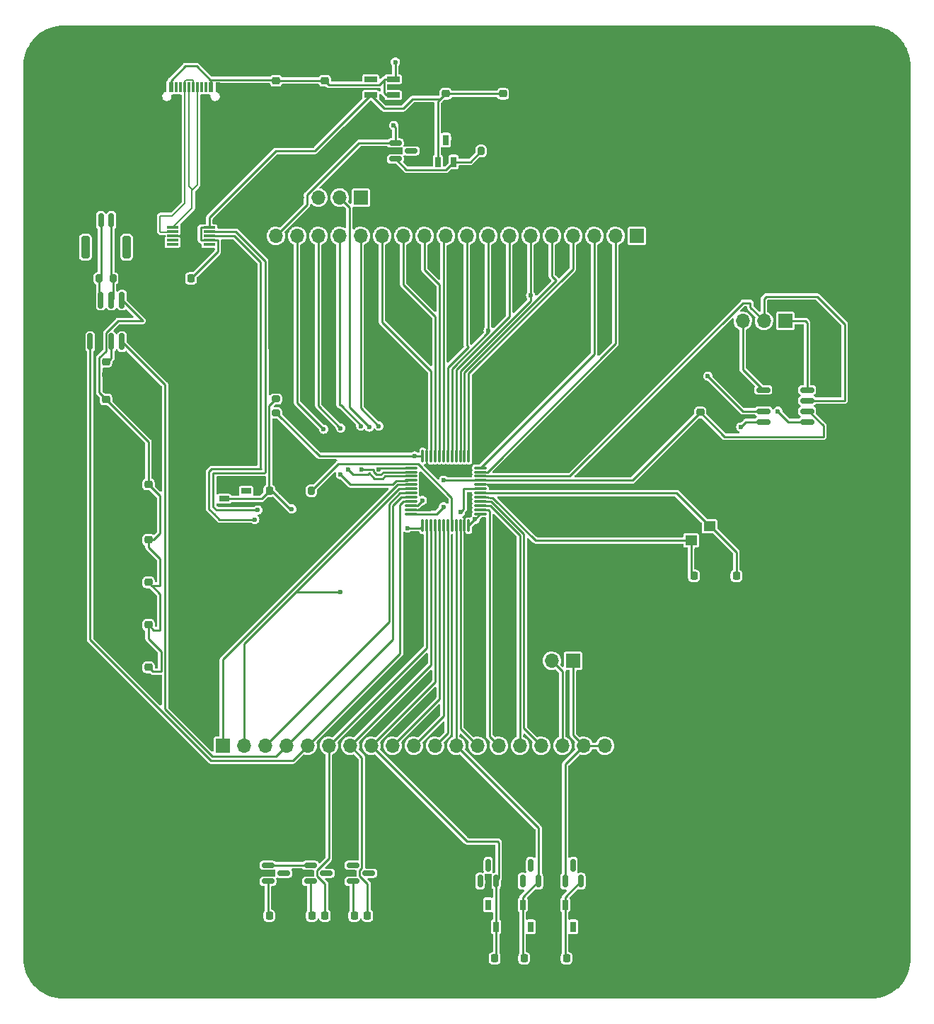
<source format=gbr>
%TF.GenerationSoftware,KiCad,Pcbnew,(6.0.7)*%
%TF.CreationDate,2022-10-07T16:54:50+08:00*%
%TF.ProjectId,__,5c1a2e6b-6963-4616-945f-706362585858,rev?*%
%TF.SameCoordinates,Original*%
%TF.FileFunction,Copper,L1,Top*%
%TF.FilePolarity,Positive*%
%FSLAX46Y46*%
G04 Gerber Fmt 4.6, Leading zero omitted, Abs format (unit mm)*
G04 Created by KiCad (PCBNEW (6.0.7)) date 2022-10-07 16:54:50*
%MOMM*%
%LPD*%
G01*
G04 APERTURE LIST*
G04 Aperture macros list*
%AMRoundRect*
0 Rectangle with rounded corners*
0 $1 Rounding radius*
0 $2 $3 $4 $5 $6 $7 $8 $9 X,Y pos of 4 corners*
0 Add a 4 corners polygon primitive as box body*
4,1,4,$2,$3,$4,$5,$6,$7,$8,$9,$2,$3,0*
0 Add four circle primitives for the rounded corners*
1,1,$1+$1,$2,$3*
1,1,$1+$1,$4,$5*
1,1,$1+$1,$6,$7*
1,1,$1+$1,$8,$9*
0 Add four rect primitives between the rounded corners*
20,1,$1+$1,$2,$3,$4,$5,0*
20,1,$1+$1,$4,$5,$6,$7,0*
20,1,$1+$1,$6,$7,$8,$9,0*
20,1,$1+$1,$8,$9,$2,$3,0*%
G04 Aperture macros list end*
%TA.AperFunction,SMDPad,CuDef*%
%ADD10RoundRect,0.150000X0.150000X-0.825000X0.150000X0.825000X-0.150000X0.825000X-0.150000X-0.825000X0*%
%TD*%
%TA.AperFunction,SMDPad,CuDef*%
%ADD11RoundRect,0.225000X0.250000X-0.225000X0.250000X0.225000X-0.250000X0.225000X-0.250000X-0.225000X0*%
%TD*%
%TA.AperFunction,SMDPad,CuDef*%
%ADD12RoundRect,0.200000X-0.200000X-0.275000X0.200000X-0.275000X0.200000X0.275000X-0.200000X0.275000X0*%
%TD*%
%TA.AperFunction,SMDPad,CuDef*%
%ADD13R,1.560000X0.650000*%
%TD*%
%TA.AperFunction,SMDPad,CuDef*%
%ADD14RoundRect,0.218750X0.218750X0.256250X-0.218750X0.256250X-0.218750X-0.256250X0.218750X-0.256250X0*%
%TD*%
%TA.AperFunction,SMDPad,CuDef*%
%ADD15RoundRect,0.225000X0.225000X0.250000X-0.225000X0.250000X-0.225000X-0.250000X0.225000X-0.250000X0*%
%TD*%
%TA.AperFunction,SMDPad,CuDef*%
%ADD16R,0.650000X1.220000*%
%TD*%
%TA.AperFunction,SMDPad,CuDef*%
%ADD17R,0.600000X1.160000*%
%TD*%
%TA.AperFunction,SMDPad,CuDef*%
%ADD18R,0.300000X1.160000*%
%TD*%
%TA.AperFunction,ComponentPad*%
%ADD19O,0.900000X2.000000*%
%TD*%
%TA.AperFunction,ComponentPad*%
%ADD20O,0.900000X1.700000*%
%TD*%
%TA.AperFunction,SMDPad,CuDef*%
%ADD21RoundRect,0.200000X0.275000X-0.200000X0.275000X0.200000X-0.275000X0.200000X-0.275000X-0.200000X0*%
%TD*%
%TA.AperFunction,SMDPad,CuDef*%
%ADD22RoundRect,0.150000X-0.587500X-0.150000X0.587500X-0.150000X0.587500X0.150000X-0.587500X0.150000X0*%
%TD*%
%TA.AperFunction,ComponentPad*%
%ADD23R,1.700000X1.700000*%
%TD*%
%TA.AperFunction,ComponentPad*%
%ADD24O,1.700000X1.700000*%
%TD*%
%TA.AperFunction,SMDPad,CuDef*%
%ADD25R,1.400000X1.200000*%
%TD*%
%TA.AperFunction,SMDPad,CuDef*%
%ADD26RoundRect,0.075000X0.662500X0.075000X-0.662500X0.075000X-0.662500X-0.075000X0.662500X-0.075000X0*%
%TD*%
%TA.AperFunction,SMDPad,CuDef*%
%ADD27RoundRect,0.075000X0.075000X0.662500X-0.075000X0.662500X-0.075000X-0.662500X0.075000X-0.662500X0*%
%TD*%
%TA.AperFunction,SMDPad,CuDef*%
%ADD28RoundRect,0.225000X-0.225000X-0.250000X0.225000X-0.250000X0.225000X0.250000X-0.225000X0.250000X0*%
%TD*%
%TA.AperFunction,SMDPad,CuDef*%
%ADD29RoundRect,0.225000X-0.250000X0.225000X-0.250000X-0.225000X0.250000X-0.225000X0.250000X0.225000X0*%
%TD*%
%TA.AperFunction,SMDPad,CuDef*%
%ADD30R,1.220000X0.650000*%
%TD*%
%TA.AperFunction,SMDPad,CuDef*%
%ADD31R,1.400000X0.300000*%
%TD*%
%TA.AperFunction,SMDPad,CuDef*%
%ADD32RoundRect,0.150000X-0.150000X-0.700000X0.150000X-0.700000X0.150000X0.700000X-0.150000X0.700000X0*%
%TD*%
%TA.AperFunction,SMDPad,CuDef*%
%ADD33RoundRect,0.250000X-0.250000X-1.100000X0.250000X-1.100000X0.250000X1.100000X-0.250000X1.100000X0*%
%TD*%
%TA.AperFunction,SMDPad,CuDef*%
%ADD34RoundRect,0.150000X0.150000X-0.587500X0.150000X0.587500X-0.150000X0.587500X-0.150000X-0.587500X0*%
%TD*%
%TA.AperFunction,SMDPad,CuDef*%
%ADD35RoundRect,0.150000X-0.675000X-0.150000X0.675000X-0.150000X0.675000X0.150000X-0.675000X0.150000X0*%
%TD*%
%TA.AperFunction,ViaPad*%
%ADD36C,0.600000*%
%TD*%
%TA.AperFunction,Conductor*%
%ADD37C,0.250000*%
%TD*%
%TA.AperFunction,Conductor*%
%ADD38C,0.200000*%
%TD*%
G04 APERTURE END LIST*
D10*
%TO.P,U2,1,TXD*%
%TO.N,/STM32_MinimumSystem/PA12*%
X104775000Y-58355000D03*
%TO.P,U2,2,GND*%
%TO.N,GND*%
X106045000Y-58355000D03*
%TO.P,U2,3,VCC*%
%TO.N,VBUS*%
X107315000Y-58355000D03*
%TO.P,U2,4,RXD*%
%TO.N,/STM32_MinimumSystem/PA11*%
X108585000Y-58355000D03*
%TO.P,U2,5,VIO*%
%TO.N,+3V3*%
X108585000Y-53405000D03*
%TO.P,U2,6,CANL*%
%TO.N,Net-(J3-Pad2)*%
X107315000Y-53405000D03*
%TO.P,U2,7,CANH*%
%TO.N,Net-(J3-Pad1)*%
X106045000Y-53405000D03*
%TO.P,U2,8,S*%
%TO.N,GND*%
X104775000Y-53405000D03*
%TD*%
D11*
%TO.P,C9,1*%
%TO.N,+3V3*%
X111760000Y-92215000D03*
%TO.P,C9,2*%
%TO.N,GND*%
X111760000Y-90665000D03*
%TD*%
D12*
%TO.P,R3,1*%
%TO.N,Net-(J3-Pad1)*%
X105855000Y-50800000D03*
%TO.P,R3,2*%
%TO.N,Net-(J3-Pad2)*%
X107505000Y-50800000D03*
%TD*%
D13*
%TO.P,U1,1,VIN*%
%TO.N,VBUS*%
X141050000Y-28890000D03*
%TO.P,U1,2,GND*%
%TO.N,GND*%
X141050000Y-27940000D03*
%TO.P,U1,3,EN*%
%TO.N,VBUS*%
X141050000Y-26990000D03*
%TO.P,U1,4,NC*%
%TO.N,unconnected-(U1-Pad4)*%
X138350000Y-26990000D03*
%TO.P,U1,5,VOUT*%
%TO.N,+3V3*%
X138350000Y-28890000D03*
%TD*%
D14*
%TO.P,D2,1,K*%
%TO.N,/STM32_MinimumSystem/PA15*%
X132867500Y-127000000D03*
%TO.P,D2,2,A*%
%TO.N,Net-(D2-Pad2)*%
X131292500Y-127000000D03*
%TD*%
D15*
%TO.P,C14,1*%
%TO.N,GND*%
X178575000Y-86360000D03*
%TO.P,C14,2*%
%TO.N,/STM32_MinimumSystem/OSC_IN*%
X177025000Y-86360000D03*
%TD*%
D11*
%TO.P,C3,1*%
%TO.N,+3V3*%
X147320000Y-28715000D03*
%TO.P,C3,2*%
%TO.N,GND*%
X147320000Y-27165000D03*
%TD*%
D16*
%TO.P,SW3,1,1*%
%TO.N,GND*%
X158430000Y-125690000D03*
%TO.P,SW3,2,2*%
%TO.N,/STM32_MinimumSystem/PB8*%
X156530000Y-125690000D03*
%TO.P,SW3,3*%
%TO.N,N/C*%
X157480000Y-128310000D03*
%TD*%
D17*
%TO.P,J1,A1,GND*%
%TO.N,GND*%
X113640000Y-27970000D03*
%TO.P,J1,A4,VBUS*%
%TO.N,VBUS*%
X114440000Y-27970000D03*
D18*
%TO.P,J1,A5,CC1*%
%TO.N,unconnected-(J1-PadA5)*%
X115590000Y-27970000D03*
%TO.P,J1,A6,D+*%
%TO.N,/PORT&POWER/D+*%
X116590000Y-27970000D03*
%TO.P,J1,A7,D-*%
%TO.N,/PORT&POWER/D-*%
X117090000Y-27970000D03*
%TO.P,J1,A8,SBU1*%
%TO.N,unconnected-(J1-PadA8)*%
X118090000Y-27970000D03*
D17*
%TO.P,J1,A9,VBUS*%
%TO.N,VBUS*%
X119240000Y-27970000D03*
%TO.P,J1,A12,GND*%
%TO.N,GND*%
X120040000Y-27970000D03*
%TO.P,J1,B1,GND*%
X120040000Y-27970000D03*
%TO.P,J1,B4,VBUS*%
%TO.N,VBUS*%
X119240000Y-27970000D03*
D18*
%TO.P,J1,B5,CC2*%
%TO.N,unconnected-(J1-PadB5)*%
X118590000Y-27970000D03*
%TO.P,J1,B6,D+*%
%TO.N,/PORT&POWER/D+*%
X117590000Y-27970000D03*
%TO.P,J1,B7,D-*%
%TO.N,/PORT&POWER/D-*%
X116090000Y-27970000D03*
%TO.P,J1,B8,SBU2*%
%TO.N,unconnected-(J1-PadB8)*%
X115090000Y-27970000D03*
D17*
%TO.P,J1,B9,VBUS*%
%TO.N,VBUS*%
X114440000Y-27970000D03*
%TO.P,J1,B12,GND*%
%TO.N,GND*%
X113640000Y-27970000D03*
D19*
%TO.P,J1,S1,SHIELD*%
X121160000Y-28550000D03*
D20*
X121160000Y-32720000D03*
D19*
X112520000Y-28550000D03*
D20*
X112520000Y-32720000D03*
%TD*%
D21*
%TO.P,R4,1*%
%TO.N,+3V3*%
X127000000Y-66865000D03*
%TO.P,R4,2*%
%TO.N,Net-(C13-Pad1)*%
X127000000Y-65215000D03*
%TD*%
D22*
%TO.P,R10,1*%
%TO.N,+3V3*%
X131142500Y-120970000D03*
%TO.P,R10,2*%
%TO.N,Net-(D2-Pad2)*%
X131142500Y-122870000D03*
%TO.P,R10,3*%
%TO.N,N/C*%
X133017500Y-121920000D03*
%TD*%
D11*
%TO.P,C4,1*%
%TO.N,+3V3*%
X154165000Y-28715000D03*
%TO.P,C4,2*%
%TO.N,GND*%
X154165000Y-27165000D03*
%TD*%
D22*
%TO.P,R1,1*%
%TO.N,VBUS*%
X141302500Y-34610000D03*
%TO.P,R1,2*%
%TO.N,Net-(Q1-Pad2)*%
X141302500Y-36510000D03*
%TO.P,R1,3*%
%TO.N,N/C*%
X143177500Y-35560000D03*
%TD*%
D11*
%TO.P,C11,1*%
%TO.N,+3V3*%
X111760000Y-82055000D03*
%TO.P,C11,2*%
%TO.N,GND*%
X111760000Y-80505000D03*
%TD*%
D23*
%TO.P,J2,1,Pin_1*%
%TO.N,/PORT&POWER/3v3_Debug*%
X137160000Y-41140000D03*
D24*
%TO.P,J2,2,Pin_2*%
%TO.N,/STM32_MinimumSystem/PA13*%
X134620000Y-41140000D03*
%TO.P,J2,3,Pin_3*%
%TO.N,/STM32_MinimumSystem/PA14*%
X132080000Y-41140000D03*
%TO.P,J2,4,Pin_4*%
%TO.N,GND*%
X129540000Y-41140000D03*
%TD*%
D25*
%TO.P,Y1,1,1*%
%TO.N,/STM32_MinimumSystem/OSC_OUT*%
X178900000Y-80430000D03*
%TO.P,Y1,2,2*%
%TO.N,GND*%
X176700000Y-80430000D03*
%TO.P,Y1,3,3*%
%TO.N,/STM32_MinimumSystem/OSC_IN*%
X176700000Y-82130000D03*
%TO.P,Y1,4,4*%
%TO.N,GND*%
X178900000Y-82130000D03*
%TD*%
D14*
%TO.P,D3,1,K*%
%TO.N,/STM32_MinimumSystem/PB3*%
X137947500Y-127000000D03*
%TO.P,D3,2,A*%
%TO.N,Net-(D3-Pad2)*%
X136372500Y-127000000D03*
%TD*%
D15*
%TO.P,C16,1*%
%TO.N,/STM32_MinimumSystem/PB4*%
X153175000Y-132080000D03*
%TO.P,C16,2*%
%TO.N,GND*%
X151625000Y-132080000D03*
%TD*%
D26*
%TO.P,U4,1,VBAT*%
%TO.N,+3V3*%
X151482500Y-78950000D03*
%TO.P,U4,2,PC13*%
%TO.N,/STM32_MinimumSystem/PC13*%
X151482500Y-78450000D03*
%TO.P,U4,3,PC14*%
%TO.N,/STM32_MinimumSystem/PC14*%
X151482500Y-77950000D03*
%TO.P,U4,4,PC15*%
%TO.N,/STM32_MinimumSystem/PC15*%
X151482500Y-77450000D03*
%TO.P,U4,5,PD0*%
%TO.N,/STM32_MinimumSystem/OSC_IN*%
X151482500Y-76950000D03*
%TO.P,U4,6,PD1*%
%TO.N,/STM32_MinimumSystem/OSC_OUT*%
X151482500Y-76450000D03*
%TO.P,U4,7,NRST*%
%TO.N,Net-(C13-Pad1)*%
X151482500Y-75950000D03*
%TO.P,U4,8,VSSA*%
%TO.N,GND*%
X151482500Y-75450000D03*
%TO.P,U4,9,VDDA*%
%TO.N,+3V3*%
X151482500Y-74950000D03*
%TO.P,U4,10,PA0*%
%TO.N,/STM32_MinimumSystem/PA0*%
X151482500Y-74450000D03*
%TO.P,U4,11,PA1*%
%TO.N,/STM32_MinimumSystem/PA1*%
X151482500Y-73950000D03*
%TO.P,U4,12,PA2*%
%TO.N,/STM32_MinimumSystem/PA2*%
X151482500Y-73450000D03*
D27*
%TO.P,U4,13,PA3*%
%TO.N,/STM32_MinimumSystem/PA3*%
X150070000Y-72037500D03*
%TO.P,U4,14,PA4*%
%TO.N,/STM32_MinimumSystem/PA4*%
X149570000Y-72037500D03*
%TO.P,U4,15,PA5*%
%TO.N,/STM32_MinimumSystem/PA5*%
X149070000Y-72037500D03*
%TO.P,U4,16,PA6*%
%TO.N,/STM32_MinimumSystem/PA6*%
X148570000Y-72037500D03*
%TO.P,U4,17,PA7*%
%TO.N,/STM32_MinimumSystem/PA7*%
X148070000Y-72037500D03*
%TO.P,U4,18,PB0*%
%TO.N,/STM32_MinimumSystem/PB0*%
X147570000Y-72037500D03*
%TO.P,U4,19,PB1*%
%TO.N,/STM32_MinimumSystem/PB1*%
X147070000Y-72037500D03*
%TO.P,U4,20,PB2*%
%TO.N,/STM32_MinimumSystem/PB2*%
X146570000Y-72037500D03*
%TO.P,U4,21,PB10*%
%TO.N,/STM32_MinimumSystem/PB10*%
X146070000Y-72037500D03*
%TO.P,U4,22,PB11*%
%TO.N,/STM32_MinimumSystem/PB11*%
X145570000Y-72037500D03*
%TO.P,U4,23,VSS*%
%TO.N,GND*%
X145070000Y-72037500D03*
%TO.P,U4,24,VDD*%
%TO.N,+3V3*%
X144570000Y-72037500D03*
D26*
%TO.P,U4,25,PB12*%
%TO.N,/STM32_MinimumSystem/PB12*%
X143157500Y-73450000D03*
%TO.P,U4,26,PB13*%
%TO.N,/STM32_MinimumSystem/PB13*%
X143157500Y-73950000D03*
%TO.P,U4,27,PB14*%
%TO.N,/STM32_MinimumSystem/PB14*%
X143157500Y-74450000D03*
%TO.P,U4,28,PB15*%
%TO.N,/STM32_MinimumSystem/PB15*%
X143157500Y-74950000D03*
%TO.P,U4,29,PA8*%
%TO.N,/STM32_MinimumSystem/PA8*%
X143157500Y-75450000D03*
%TO.P,U4,30,PA9*%
%TO.N,/STM32_MinimumSystem/PA9*%
X143157500Y-75950000D03*
%TO.P,U4,31,PA10*%
%TO.N,/STM32_MinimumSystem/PA10*%
X143157500Y-76450000D03*
%TO.P,U4,32,PA11*%
%TO.N,/STM32_MinimumSystem/PA11*%
X143157500Y-76950000D03*
%TO.P,U4,33,PA12*%
%TO.N,/STM32_MinimumSystem/PA12*%
X143157500Y-77450000D03*
%TO.P,U4,34,PA13*%
%TO.N,/STM32_MinimumSystem/PA13*%
X143157500Y-77950000D03*
%TO.P,U4,35,VSS*%
%TO.N,GND*%
X143157500Y-78450000D03*
%TO.P,U4,36,VDD*%
%TO.N,+3V3*%
X143157500Y-78950000D03*
D27*
%TO.P,U4,37,PA14*%
%TO.N,/STM32_MinimumSystem/PA14*%
X144570000Y-80362500D03*
%TO.P,U4,38,PA15*%
%TO.N,/STM32_MinimumSystem/PA15*%
X145070000Y-80362500D03*
%TO.P,U4,39,PB3*%
%TO.N,/STM32_MinimumSystem/PB3*%
X145570000Y-80362500D03*
%TO.P,U4,40,PB4*%
%TO.N,/STM32_MinimumSystem/PB4*%
X146070000Y-80362500D03*
%TO.P,U4,41,PB5*%
%TO.N,/STM32_MinimumSystem/PB5*%
X146570000Y-80362500D03*
%TO.P,U4,42,PB6*%
%TO.N,/STM32_MinimumSystem/PB6*%
X147070000Y-80362500D03*
%TO.P,U4,43,PB7*%
%TO.N,/STM32_MinimumSystem/PB7*%
X147570000Y-80362500D03*
%TO.P,U4,44,BOOT0*%
%TO.N,/STM32_MinimumSystem/BOOTO*%
X148070000Y-80362500D03*
%TO.P,U4,45,PB8*%
%TO.N,/STM32_MinimumSystem/PB8*%
X148570000Y-80362500D03*
%TO.P,U4,46,PB9*%
%TO.N,/STM32_MinimumSystem/PB9*%
X149070000Y-80362500D03*
%TO.P,U4,47,VSS*%
%TO.N,GND*%
X149570000Y-80362500D03*
%TO.P,U4,48,VDD*%
%TO.N,+3V3*%
X150070000Y-80362500D03*
%TD*%
D28*
%TO.P,C17,1*%
%TO.N,/STM32_MinimumSystem/PB8*%
X156705000Y-132080000D03*
%TO.P,C17,2*%
%TO.N,GND*%
X158255000Y-132080000D03*
%TD*%
%TO.P,C13,1*%
%TO.N,Net-(C13-Pad1)*%
X126225000Y-76200000D03*
%TO.P,C13,2*%
%TO.N,GND*%
X127775000Y-76200000D03*
%TD*%
D29*
%TO.P,C2,1*%
%TO.N,VBUS*%
X132855000Y-27165000D03*
%TO.P,C2,2*%
%TO.N,GND*%
X132855000Y-28715000D03*
%TD*%
D11*
%TO.P,C8,1*%
%TO.N,+3V3*%
X111760000Y-97295000D03*
%TO.P,C8,2*%
%TO.N,GND*%
X111760000Y-95745000D03*
%TD*%
D29*
%TO.P,C5,1*%
%TO.N,VBUS*%
X106680000Y-60747320D03*
%TO.P,C5,2*%
%TO.N,GND*%
X106680000Y-62297320D03*
%TD*%
D16*
%TO.P,Q1,1,D*%
%TO.N,+3V3*%
X146370000Y-36870000D03*
%TO.P,Q1,2,G*%
%TO.N,Net-(Q1-Pad2)*%
X148270000Y-36870000D03*
%TO.P,Q1,3,S*%
%TO.N,/PORT&POWER/3v3_Debug*%
X147320000Y-34250000D03*
%TD*%
D23*
%TO.P,J6,1,Pin_1*%
%TO.N,+3V3*%
X162560000Y-96520000D03*
D24*
%TO.P,J6,2,Pin_2*%
%TO.N,/STM32_MinimumSystem/BOOT0*%
X160020000Y-96520000D03*
%TD*%
D16*
%TO.P,SW4,1,1*%
%TO.N,GND*%
X163510000Y-125690000D03*
%TO.P,SW4,2,2*%
%TO.N,/STM32_MinimumSystem/PB9*%
X161610000Y-125690000D03*
%TO.P,SW4,3*%
%TO.N,N/C*%
X162560000Y-128310000D03*
%TD*%
D30*
%TO.P,SW1,1,1*%
%TO.N,GND*%
X120824000Y-75250000D03*
%TO.P,SW1,2,2*%
%TO.N,Net-(C13-Pad1)*%
X120824000Y-77150000D03*
%TO.P,SW1,3*%
%TO.N,N/C*%
X123444000Y-76200000D03*
%TD*%
D16*
%TO.P,SW2,1,1*%
%TO.N,GND*%
X151450000Y-128310000D03*
%TO.P,SW2,2,2*%
%TO.N,/STM32_MinimumSystem/PB4*%
X153350000Y-128310000D03*
%TO.P,SW2,3*%
%TO.N,N/C*%
X152400000Y-125690000D03*
%TD*%
D29*
%TO.P,C12,1*%
%TO.N,+3V3*%
X111760000Y-75425000D03*
%TO.P,C12,2*%
%TO.N,GND*%
X111760000Y-76975000D03*
%TD*%
D31*
%TO.P,U3,1,UD+*%
%TO.N,/PORT&POWER/D+*%
X114640000Y-44720000D03*
%TO.P,U3,2,UD-*%
%TO.N,/PORT&POWER/D-*%
X114640000Y-45220000D03*
%TO.P,U3,3,GND*%
%TO.N,GND*%
X114640000Y-45720000D03*
%TO.P,U3,4,~{RTS}*%
%TO.N,unconnected-(U3-Pad4)*%
X114640000Y-46220000D03*
%TO.P,U3,5,~{CTS}*%
%TO.N,unconnected-(U3-Pad5)*%
X114640000Y-46720000D03*
%TO.P,U3,6,TNOW*%
%TO.N,unconnected-(U3-Pad6)*%
X119040000Y-46720000D03*
%TO.P,U3,7,VCC*%
%TO.N,+3V3*%
X119040000Y-46220000D03*
%TO.P,U3,8,TXD*%
%TO.N,/STM32_MinimumSystem/PA10*%
X119040000Y-45720000D03*
%TO.P,U3,9,RXD*%
%TO.N,/STM32_MinimumSystem/PA9*%
X119040000Y-45220000D03*
%TO.P,U3,10,V3*%
%TO.N,+3V3*%
X119040000Y-44720000D03*
%TD*%
D32*
%TO.P,J3,1,Pin_1*%
%TO.N,Net-(J3-Pad1)*%
X106055000Y-43870000D03*
%TO.P,J3,2,Pin_2*%
%TO.N,Net-(J3-Pad2)*%
X107305000Y-43870000D03*
D33*
%TO.P,J3,MP*%
%TO.N,N/C*%
X104205000Y-47070000D03*
X109155000Y-47070000D03*
%TD*%
D23*
%TO.P,J7,1,Pin_1*%
%TO.N,Net-(J7-Pad1)*%
X187945000Y-55880000D03*
D24*
%TO.P,J7,2,Pin_2*%
%TO.N,/STM32_MinimumSystem/PA0*%
X185405000Y-55880000D03*
%TO.P,J7,3,Pin_3*%
%TO.N,Net-(J7-Pad3)*%
X182865000Y-55880000D03*
%TD*%
D23*
%TO.P,J5,1,Pin_1*%
%TO.N,/STM32_MinimumSystem/PA8*%
X120655000Y-106680000D03*
D24*
%TO.P,J5,2,Pin_2*%
%TO.N,/STM32_MinimumSystem/PA9*%
X123195000Y-106680000D03*
%TO.P,J5,3,Pin_3*%
%TO.N,/STM32_MinimumSystem/PA10*%
X125735000Y-106680000D03*
%TO.P,J5,4,Pin_4*%
%TO.N,/STM32_MinimumSystem/PA11*%
X128275000Y-106680000D03*
%TO.P,J5,5,Pin_5*%
%TO.N,/STM32_MinimumSystem/PA12*%
X130815000Y-106680000D03*
%TO.P,J5,6,Pin_6*%
%TO.N,/STM32_MinimumSystem/PA15*%
X133355000Y-106680000D03*
%TO.P,J5,7,Pin_7*%
%TO.N,/STM32_MinimumSystem/PB3*%
X135895000Y-106680000D03*
%TO.P,J5,8,Pin_8*%
%TO.N,/STM32_MinimumSystem/PB4*%
X138435000Y-106680000D03*
%TO.P,J5,9,Pin_9*%
%TO.N,/STM32_MinimumSystem/PB5*%
X140975000Y-106680000D03*
%TO.P,J5,10,Pin_10*%
%TO.N,/STM32_MinimumSystem/PB6*%
X143515000Y-106680000D03*
%TO.P,J5,11,Pin_11*%
%TO.N,/STM32_MinimumSystem/PB7*%
X146055000Y-106680000D03*
%TO.P,J5,12,Pin_12*%
%TO.N,/STM32_MinimumSystem/PB8*%
X148595000Y-106680000D03*
%TO.P,J5,13,Pin_13*%
%TO.N,/STM32_MinimumSystem/PB9*%
X151135000Y-106680000D03*
%TO.P,J5,14,Pin_14*%
%TO.N,/STM32_MinimumSystem/PC13*%
X153675000Y-106680000D03*
%TO.P,J5,15,Pin_15*%
%TO.N,/STM32_MinimumSystem/PC14*%
X156215000Y-106680000D03*
%TO.P,J5,16,Pin_16*%
%TO.N,/STM32_MinimumSystem/PC15*%
X158755000Y-106680000D03*
%TO.P,J5,17,Pin_17*%
%TO.N,/STM32_MinimumSystem/BOOT0*%
X161295000Y-106680000D03*
%TO.P,J5,18,Pin_18*%
%TO.N,+3V3*%
X163835000Y-106680000D03*
%TO.P,J5,19,Pin_19*%
X166375000Y-106680000D03*
%TO.P,J5,20,Pin_20*%
%TO.N,GND*%
X168915000Y-106680000D03*
%TD*%
D11*
%TO.P,C10,1*%
%TO.N,+3V3*%
X111760000Y-87135000D03*
%TO.P,C10,2*%
%TO.N,GND*%
X111760000Y-85585000D03*
%TD*%
D34*
%TO.P,R7,1*%
%TO.N,+3V3*%
X156530000Y-122857500D03*
%TO.P,R7,2*%
%TO.N,/STM32_MinimumSystem/PB8*%
X158430000Y-122857500D03*
%TO.P,R7,3*%
%TO.N,N/C*%
X157480000Y-120982500D03*
%TD*%
D29*
%TO.P,C1,1*%
%TO.N,VBUS*%
X127000000Y-27165000D03*
%TO.P,C1,2*%
%TO.N,GND*%
X127000000Y-28715000D03*
%TD*%
D35*
%TO.P,U5,1,B1*%
%TO.N,Net-(J7-Pad3)*%
X185320000Y-64135000D03*
%TO.P,U5,2,GND*%
%TO.N,GND*%
X185320000Y-65405000D03*
%TO.P,U5,3,~{CS}*%
%TO.N,/STM32_MinimumSystem/PA4*%
X185320000Y-66675000D03*
%TO.P,U5,4,SDI*%
%TO.N,/STM32_MinimumSystem/PA7*%
X185320000Y-67945000D03*
%TO.P,U5,5,CLK*%
%TO.N,/STM32_MinimumSystem/PA5*%
X190570000Y-67945000D03*
%TO.P,U5,6,VDD*%
%TO.N,+3V3*%
X190570000Y-66675000D03*
%TO.P,U5,7,W1*%
%TO.N,/STM32_MinimumSystem/PA0*%
X190570000Y-65405000D03*
%TO.P,U5,8,A1*%
%TO.N,Net-(J7-Pad1)*%
X190570000Y-64135000D03*
%TD*%
D34*
%TO.P,R6,1*%
%TO.N,+3V3*%
X151450000Y-122857500D03*
%TO.P,R6,2*%
%TO.N,/STM32_MinimumSystem/PB4*%
X153350000Y-122857500D03*
%TO.P,R6,3*%
%TO.N,N/C*%
X152400000Y-120982500D03*
%TD*%
D28*
%TO.P,C18,1*%
%TO.N,/STM32_MinimumSystem/PB9*%
X161785000Y-132080000D03*
%TO.P,C18,2*%
%TO.N,GND*%
X163335000Y-132080000D03*
%TD*%
%TO.P,C15,1*%
%TO.N,/STM32_MinimumSystem/OSC_OUT*%
X182105000Y-86360000D03*
%TO.P,C15,2*%
%TO.N,GND*%
X183655000Y-86360000D03*
%TD*%
D11*
%TO.P,C19,1*%
%TO.N,+3V3*%
X177785000Y-66815000D03*
%TO.P,C19,2*%
%TO.N,GND*%
X177785000Y-65265000D03*
%TD*%
D12*
%TO.P,R5,1*%
%TO.N,/STM32_MinimumSystem/BOOTO*%
X131255000Y-76200000D03*
%TO.P,R5,2*%
%TO.N,GND*%
X132905000Y-76200000D03*
%TD*%
D29*
%TO.P,C6,1*%
%TO.N,+3V3*%
X106680000Y-65265000D03*
%TO.P,C6,2*%
%TO.N,GND*%
X106680000Y-66815000D03*
%TD*%
D15*
%TO.P,C7,1*%
%TO.N,+3V3*%
X116840000Y-50800000D03*
%TO.P,C7,2*%
%TO.N,GND*%
X115290000Y-50800000D03*
%TD*%
D22*
%TO.P,R9,1*%
%TO.N,+3V3*%
X126062500Y-120970000D03*
%TO.P,R9,2*%
%TO.N,Net-(D1-Pad2)*%
X126062500Y-122870000D03*
%TO.P,R9,3*%
%TO.N,N/C*%
X127937500Y-121920000D03*
%TD*%
D12*
%TO.P,R2,1*%
%TO.N,Net-(Q1-Pad2)*%
X151575000Y-35560000D03*
%TO.P,R2,2*%
%TO.N,GND*%
X153225000Y-35560000D03*
%TD*%
D34*
%TO.P,R8,1*%
%TO.N,+3V3*%
X161610000Y-122857500D03*
%TO.P,R8,2*%
%TO.N,/STM32_MinimumSystem/PB9*%
X163510000Y-122857500D03*
%TO.P,R8,3*%
%TO.N,N/C*%
X162560000Y-120982500D03*
%TD*%
D22*
%TO.P,R11,1*%
%TO.N,+3V3*%
X136222500Y-120970000D03*
%TO.P,R11,2*%
%TO.N,Net-(D3-Pad2)*%
X136222500Y-122870000D03*
%TO.P,R11,3*%
%TO.N,N/C*%
X138097500Y-121920000D03*
%TD*%
D14*
%TO.P,D1,1,K*%
%TO.N,GND*%
X127787500Y-127000000D03*
%TO.P,D1,2,A*%
%TO.N,Net-(D1-Pad2)*%
X126212500Y-127000000D03*
%TD*%
D23*
%TO.P,J4,1,Pin_1*%
%TO.N,/STM32_MinimumSystem/PAO*%
X170180000Y-45720000D03*
D24*
%TO.P,J4,2,Pin_2*%
%TO.N,/STM32_MinimumSystem/PA1*%
X167640000Y-45720000D03*
%TO.P,J4,3,Pin_3*%
%TO.N,/STM32_MinimumSystem/PA2*%
X165100000Y-45720000D03*
%TO.P,J4,4,Pin_4*%
%TO.N,/STM32_MinimumSystem/PA3*%
X162560000Y-45720000D03*
%TO.P,J4,5,Pin_5*%
%TO.N,/STM32_MinimumSystem/PA4*%
X160020000Y-45720000D03*
%TO.P,J4,6,Pin_6*%
%TO.N,/STM32_MinimumSystem/PA5*%
X157480000Y-45720000D03*
%TO.P,J4,7,Pin_7*%
%TO.N,/STM32_MinimumSystem/PA6*%
X154940000Y-45720000D03*
%TO.P,J4,8,Pin_8*%
%TO.N,/STM32_MinimumSystem/PA7*%
X152400000Y-45720000D03*
%TO.P,J4,9,Pin_9*%
%TO.N,/STM32_MinimumSystem/PB0*%
X149860000Y-45720000D03*
%TO.P,J4,10,Pin_10*%
%TO.N,/STM32_MinimumSystem/PB1*%
X147320000Y-45720000D03*
%TO.P,J4,11,Pin_11*%
%TO.N,/STM32_MinimumSystem/PB2*%
X144780000Y-45720000D03*
%TO.P,J4,12,Pin_12*%
%TO.N,/STM32_MinimumSystem/PB10*%
X142240000Y-45720000D03*
%TO.P,J4,13,Pin_13*%
%TO.N,/STM32_MinimumSystem/PB11*%
X139700000Y-45720000D03*
%TO.P,J4,14,Pin_14*%
%TO.N,/STM32_MinimumSystem/PB12*%
X137160000Y-45720000D03*
%TO.P,J4,15,Pin_15*%
%TO.N,/STM32_MinimumSystem/PB13*%
X134620000Y-45720000D03*
%TO.P,J4,16,Pin_16*%
%TO.N,/STM32_MinimumSystem/PB14*%
X132080000Y-45720000D03*
%TO.P,J4,17,Pin_17*%
%TO.N,/STM32_MinimumSystem/PB15*%
X129540000Y-45720000D03*
%TO.P,J4,18,Pin_18*%
%TO.N,VBUS*%
X127000000Y-45720000D03*
%TO.P,J4,19,Pin_19*%
%TO.N,GND*%
X124460000Y-45720000D03*
%TD*%
D36*
%TO.N,VBUS*%
X107315000Y-58293000D03*
X141097000Y-32512000D03*
X141302500Y-24940500D03*
%TO.N,GND*%
X174752000Y-66548000D03*
X113665000Y-50292000D03*
X125222000Y-74930000D03*
X105918000Y-56769000D03*
X116332000Y-45720000D03*
X108331000Y-60198000D03*
X173863000Y-85217000D03*
X127508000Y-74803000D03*
X145542000Y-78325500D03*
X143891000Y-68326000D03*
%TO.N,+3V3*%
X151511000Y-122936000D03*
X116840000Y-50800000D03*
X156591000Y-122936000D03*
X136271000Y-120904000D03*
X147066000Y-74930000D03*
X108616000Y-53436000D03*
X147066000Y-78105000D03*
X131318000Y-120904000D03*
X150839750Y-79592750D03*
X127127000Y-66929000D03*
X161610000Y-122743000D03*
X143608500Y-72037500D03*
%TO.N,Net-(C13-Pad1)*%
X149098000Y-78740000D03*
X128905000Y-78359000D03*
%TO.N,/STM32_MinimumSystem/PB9*%
X163510000Y-122857500D03*
%TO.N,/PORT&POWER/3v3_Debug*%
X147447000Y-34036000D03*
%TO.N,/STM32_MinimumSystem/PA13*%
X144526000Y-77343000D03*
X138176000Y-68580000D03*
%TO.N,/STM32_MinimumSystem/PA14*%
X142748000Y-80645000D03*
%TO.N,/STM32_MinimumSystem/PA4*%
X178689000Y-62484000D03*
%TO.N,/STM32_MinimumSystem/PA5*%
X187071000Y-66675000D03*
X157480000Y-52832000D03*
%TO.N,/STM32_MinimumSystem/PA7*%
X152400000Y-57023000D03*
X182626000Y-68580000D03*
%TO.N,/STM32_MinimumSystem/PB12*%
X139319000Y-73660000D03*
X139319000Y-68453000D03*
%TO.N,/STM32_MinimumSystem/PB13*%
X137160000Y-68453000D03*
X137160000Y-68453000D03*
X137287000Y-73660000D03*
%TO.N,/STM32_MinimumSystem/PB14*%
X135636000Y-73660000D03*
X134747000Y-68707000D03*
%TO.N,/STM32_MinimumSystem/PB15*%
X132715000Y-68834000D03*
X134737000Y-74285000D03*
%TO.N,/STM32_MinimumSystem/PA9*%
X134683500Y-88328500D03*
X124841000Y-78486000D03*
%TO.N,/STM32_MinimumSystem/PA10*%
X124460000Y-79629000D03*
%TD*%
D37*
%TO.N,VBUS*%
X114440000Y-27140000D02*
X114440000Y-27970000D01*
X119240000Y-27140000D02*
X117500000Y-25400000D01*
X107315000Y-60325000D02*
X106680000Y-60960000D01*
X107315000Y-58293000D02*
X107315000Y-57978249D01*
X107315000Y-58355000D02*
X107315000Y-60325000D01*
X107315000Y-58355000D02*
X107315000Y-58293000D01*
X119240000Y-27970000D02*
X119240000Y-27140000D01*
X139370000Y-27640000D02*
X140020000Y-26990000D01*
X127000000Y-45720000D02*
X130715000Y-42005000D01*
X116180000Y-25400000D02*
X114440000Y-27140000D01*
X139945000Y-27065000D02*
X139945000Y-28590000D01*
X119315000Y-27065000D02*
X119240000Y-27140000D01*
X136948299Y-34610000D02*
X141302500Y-34610000D01*
X106680000Y-60960000D02*
X106680000Y-60747320D01*
X133330000Y-27640000D02*
X139370000Y-27640000D01*
X140245000Y-28890000D02*
X141050000Y-28890000D01*
X141302500Y-26737500D02*
X141050000Y-26990000D01*
X117500000Y-25400000D02*
X116180000Y-25400000D01*
X139945000Y-28590000D02*
X140245000Y-28890000D01*
X130715000Y-42005000D02*
X130715000Y-40843299D01*
X140020000Y-26990000D02*
X141050000Y-26990000D01*
X141302500Y-24940500D02*
X141302500Y-26737500D01*
X126900000Y-27065000D02*
X119315000Y-27065000D01*
X127000000Y-27165000D02*
X132855000Y-27165000D01*
X127000000Y-27165000D02*
X126900000Y-27065000D01*
X140020000Y-26990000D02*
X139945000Y-27065000D01*
X141302500Y-32717500D02*
X141302500Y-34610000D01*
X141097000Y-32512000D02*
X141302500Y-32717500D01*
X130715000Y-40843299D02*
X136948299Y-34610000D01*
X132855000Y-27165000D02*
X133330000Y-27640000D01*
%TO.N,GND*%
X126835000Y-28550000D02*
X127000000Y-28715000D01*
X143157500Y-78450000D02*
X145417500Y-78450000D01*
X145417500Y-78450000D02*
X145542000Y-78325500D01*
X114640000Y-45720000D02*
X116332000Y-45720000D01*
%TO.N,+3V3*%
X112255000Y-97790000D02*
X111760000Y-97295000D01*
X113157000Y-84328000D02*
X113157000Y-87503000D01*
X144570000Y-72037500D02*
X143608500Y-72037500D01*
X112382000Y-82055000D02*
X111760000Y-82055000D01*
X150070000Y-80362500D02*
X150839750Y-79592750D01*
X113157000Y-88532000D02*
X113157000Y-92837000D01*
X139940000Y-30480000D02*
X138350000Y-28890000D01*
X162560000Y-105405000D02*
X162560000Y-96520000D01*
X111760000Y-87135000D02*
X113157000Y-88532000D01*
X118040000Y-44720000D02*
X118015000Y-44745000D01*
X111760000Y-75425000D02*
X113157000Y-76822000D01*
X119040000Y-43520000D02*
X119040000Y-44720000D01*
X118015000Y-44745000D02*
X118015000Y-46195000D01*
X113157000Y-81280000D02*
X112382000Y-82055000D01*
X166375000Y-106680000D02*
X163835000Y-106680000D01*
X118015000Y-46195000D02*
X118040000Y-46220000D01*
X190796751Y-66675000D02*
X190570000Y-66675000D01*
X127000000Y-35560000D02*
X119040000Y-43520000D01*
X111760000Y-82931000D02*
X113157000Y-84328000D01*
X135988500Y-72037500D02*
X132235500Y-72037500D01*
X106690000Y-57333249D02*
X108143249Y-55880000D01*
X180693000Y-69723000D02*
X192517000Y-69723000D01*
X154165000Y-28715000D02*
X147320000Y-28715000D01*
X119040000Y-44720000D02*
X118040000Y-44720000D01*
X113157000Y-92837000D02*
X112382000Y-92837000D01*
X138350000Y-28890000D02*
X131680000Y-35560000D01*
X112382000Y-92837000D02*
X111760000Y-92215000D01*
X141830500Y-72037500D02*
X135988500Y-72037500D01*
X111760000Y-92215000D02*
X111760000Y-93853000D01*
X146370000Y-29665000D02*
X146370000Y-36870000D01*
X118040000Y-46220000D02*
X119040000Y-46220000D01*
X163835000Y-106680000D02*
X162560000Y-105405000D01*
X105880000Y-64465000D02*
X105880000Y-60294503D01*
X111060000Y-55880000D02*
X108616000Y-53436000D01*
X126062500Y-120970000D02*
X131142500Y-120970000D01*
X106690000Y-59484503D02*
X106690000Y-57333249D01*
X142240000Y-30480000D02*
X139940000Y-30480000D01*
X111760000Y-93853000D02*
X113284000Y-95377000D01*
X147086000Y-74950000D02*
X147066000Y-74930000D01*
X106680000Y-65265000D02*
X111760000Y-70345000D01*
X108143249Y-55880000D02*
X111060000Y-55880000D01*
X143355000Y-29365000D02*
X142240000Y-30480000D01*
X146670000Y-29365000D02*
X143355000Y-29365000D01*
X113284000Y-95377000D02*
X113284000Y-97790000D01*
X146221000Y-78950000D02*
X143157500Y-78950000D01*
X120040000Y-46220000D02*
X120065000Y-46245000D01*
X113157000Y-87503000D02*
X112128000Y-87503000D01*
X120065000Y-46245000D02*
X120065000Y-47575000D01*
X119040000Y-46220000D02*
X120040000Y-46220000D01*
X147320000Y-28715000D02*
X146670000Y-29365000D01*
X111760000Y-70345000D02*
X111760000Y-75425000D01*
X131680000Y-35560000D02*
X127000000Y-35560000D01*
X150839750Y-79592750D02*
X151482500Y-78950000D01*
X177785000Y-66815000D02*
X180693000Y-69723000D01*
X161610000Y-108905000D02*
X163835000Y-106680000D01*
X108616000Y-53436000D02*
X108585000Y-53405000D01*
X192517000Y-68395249D02*
X190796751Y-66675000D01*
X151482500Y-74950000D02*
X147086000Y-74950000D01*
X105880000Y-60294503D02*
X106690000Y-59484503D01*
X143608500Y-72037500D02*
X141830500Y-72037500D01*
X161610000Y-122743000D02*
X161610000Y-108905000D01*
X161610000Y-122857500D02*
X161610000Y-122743000D01*
X169650000Y-74950000D02*
X151482500Y-74950000D01*
X106680000Y-65265000D02*
X105880000Y-64465000D01*
X132235500Y-72037500D02*
X127127000Y-66929000D01*
X147320000Y-28715000D02*
X146370000Y-29665000D01*
X111760000Y-82055000D02*
X111760000Y-82931000D01*
X120065000Y-47575000D02*
X116840000Y-50800000D01*
X113157000Y-76822000D02*
X113157000Y-81280000D01*
X147066000Y-78105000D02*
X146221000Y-78950000D01*
X177785000Y-66815000D02*
X169650000Y-74950000D01*
X113284000Y-97790000D02*
X112255000Y-97790000D01*
X112128000Y-87503000D02*
X111760000Y-87135000D01*
X192517000Y-69723000D02*
X192517000Y-68395249D01*
%TO.N,Net-(C13-Pad1)*%
X128905000Y-78359000D02*
X128681183Y-78359000D01*
X125275000Y-77150000D02*
X126225000Y-76200000D01*
X126522183Y-76200000D02*
X126225000Y-76200000D01*
X126200000Y-66015000D02*
X127000000Y-65215000D01*
X126200000Y-76175000D02*
X126200000Y-66015000D01*
X128681183Y-78359000D02*
X126522183Y-76200000D01*
X149479000Y-78359000D02*
X149479000Y-75946000D01*
X149479000Y-75946000D02*
X151478500Y-75946000D01*
X126225000Y-76200000D02*
X126200000Y-76175000D01*
X120610000Y-77150000D02*
X125275000Y-77150000D01*
X149479000Y-78359000D02*
X149098000Y-78740000D01*
X151478500Y-75946000D02*
X151482500Y-75950000D01*
%TO.N,/STM32_MinimumSystem/OSC_IN*%
X176700000Y-82130000D02*
X158080188Y-82130000D01*
X177025000Y-86360000D02*
X176700000Y-86035000D01*
X151494500Y-76962000D02*
X151482500Y-76950000D01*
X152400000Y-76962000D02*
X151494500Y-76962000D01*
X152400000Y-77000000D02*
X152438000Y-77000000D01*
X152400000Y-76962000D02*
X152438000Y-77000000D01*
X152950188Y-77000000D02*
X152577396Y-77000000D01*
X158080188Y-82130000D02*
X152950188Y-77000000D01*
X176700000Y-86035000D02*
X176700000Y-82130000D01*
%TO.N,/STM32_MinimumSystem/OSC_OUT*%
X179000000Y-80430000D02*
X178900000Y-80430000D01*
X182105000Y-86360000D02*
X182105000Y-83535000D01*
X174920000Y-76450000D02*
X178900000Y-80430000D01*
X182105000Y-83535000D02*
X179000000Y-80430000D01*
X151482500Y-76450000D02*
X174920000Y-76450000D01*
%TO.N,/STM32_MinimumSystem/PB4*%
X153670000Y-122537500D02*
X153350000Y-122857500D01*
X146070000Y-99045000D02*
X138435000Y-106680000D01*
X138435000Y-106680000D02*
X149865000Y-118110000D01*
X153350000Y-128310000D02*
X153350000Y-131905000D01*
X149865000Y-118110000D02*
X153543000Y-118110000D01*
X153350000Y-131905000D02*
X153175000Y-132080000D01*
X153543000Y-118110000D02*
X153670000Y-118237000D01*
X153670000Y-118237000D02*
X153670000Y-122537500D01*
X146070000Y-80362500D02*
X146070000Y-99045000D01*
X153350000Y-128310000D02*
X153350000Y-122857500D01*
%TO.N,/STM32_MinimumSystem/PB8*%
X158430000Y-116515000D02*
X148595000Y-106680000D01*
X156530000Y-125690000D02*
X156530000Y-131905000D01*
X158430000Y-122857500D02*
X158430000Y-116515000D01*
X158430000Y-122857500D02*
X156530000Y-124757500D01*
X148570000Y-80362500D02*
X148595000Y-80387500D01*
X156530000Y-124757500D02*
X156530000Y-125690000D01*
X148595000Y-80387500D02*
X148595000Y-106680000D01*
X156530000Y-131905000D02*
X156705000Y-132080000D01*
%TO.N,/STM32_MinimumSystem/PB9*%
X161785000Y-132220000D02*
X161610000Y-132395000D01*
X161610000Y-125690000D02*
X161610000Y-132395000D01*
X161785000Y-132080000D02*
X161785000Y-132220000D01*
X163510000Y-122857500D02*
X161610000Y-124757500D01*
X161610000Y-124757500D02*
X161610000Y-125690000D01*
X149070000Y-104615000D02*
X151135000Y-106680000D01*
X149070000Y-80362500D02*
X149070000Y-104615000D01*
%TO.N,Net-(D1-Pad2)*%
X126062500Y-126850000D02*
X126212500Y-127000000D01*
X126062500Y-122870000D02*
X126062500Y-126850000D01*
%TO.N,/STM32_MinimumSystem/PA15*%
X133355000Y-120173249D02*
X133355000Y-106680000D01*
X145070000Y-94965000D02*
X133355000Y-106680000D01*
X131955000Y-121573249D02*
X133355000Y-120173249D01*
X132867500Y-127000000D02*
X132867500Y-123179251D01*
X145070000Y-80362500D02*
X145070000Y-94965000D01*
X132867500Y-123179251D02*
X131955000Y-122266751D01*
X131955000Y-122266751D02*
X131955000Y-121573249D01*
%TO.N,Net-(D2-Pad2)*%
X131142500Y-122870000D02*
X131142500Y-126850000D01*
X131142500Y-126850000D02*
X131292500Y-127000000D01*
%TO.N,/STM32_MinimumSystem/PB3*%
X137947500Y-123179251D02*
X137033000Y-122264751D01*
X137033000Y-122264751D02*
X137033000Y-121568751D01*
X145570000Y-97005000D02*
X135895000Y-106680000D01*
X137947500Y-127000000D02*
X137947500Y-123179251D01*
X137285000Y-108070000D02*
X135895000Y-106680000D01*
X145570000Y-80362500D02*
X145570000Y-97005000D01*
X137285000Y-121316751D02*
X137285000Y-108070000D01*
X137033000Y-121568751D02*
X137285000Y-121316751D01*
%TO.N,Net-(D3-Pad2)*%
X136222500Y-126850000D02*
X136372500Y-127000000D01*
X136222500Y-122870000D02*
X136222500Y-126850000D01*
D38*
%TO.N,/PORT&POWER/D+*%
X117590000Y-39636000D02*
X116967000Y-40259000D01*
X117590000Y-27970000D02*
X117590000Y-39636000D01*
X116967000Y-40259000D02*
X116967000Y-40132000D01*
X114640000Y-44720000D02*
X116967000Y-42393000D01*
X116967000Y-40132000D02*
X116590000Y-39755000D01*
X116590000Y-39755000D02*
X116590000Y-27970000D01*
X116967000Y-42393000D02*
X116967000Y-40259000D01*
%TO.N,/PORT&POWER/D-*%
X116090000Y-41820000D02*
X114603000Y-43307000D01*
X116090000Y-27293000D02*
X116090000Y-27970000D01*
X116090000Y-27970000D02*
X116090000Y-41820000D01*
X117090000Y-27970000D02*
X117090000Y-27140000D01*
X117090000Y-27140000D02*
X117040000Y-27090000D01*
X113157000Y-45212000D02*
X113215000Y-45270000D01*
X113157000Y-43307000D02*
X113157000Y-45212000D01*
X114603000Y-43307000D02*
X113157000Y-43307000D01*
X117040000Y-27090000D02*
X116293000Y-27090000D01*
X116293000Y-27090000D02*
X116090000Y-27293000D01*
X113215000Y-45270000D02*
X114300000Y-45270000D01*
D37*
%TO.N,/STM32_MinimumSystem/PA13*%
X135795000Y-61182000D02*
X135795000Y-42315000D01*
X135795000Y-42315000D02*
X134620000Y-41140000D01*
X135795000Y-66204116D02*
X138109942Y-68519058D01*
X144526000Y-77384685D02*
X144526000Y-77343000D01*
X143157500Y-77950000D02*
X143960685Y-77950000D01*
X135795000Y-61182000D02*
X135795000Y-66204116D01*
X143960685Y-77950000D02*
X144526000Y-77384685D01*
%TO.N,/STM32_MinimumSystem/PA14*%
X144287500Y-80645000D02*
X144570000Y-80362500D01*
X144287500Y-80645000D02*
X142748000Y-80645000D01*
%TO.N,Net-(J3-Pad1)*%
X105855000Y-50800000D02*
X105855000Y-53215000D01*
X106055000Y-43870000D02*
X106055000Y-50600000D01*
X105855000Y-53215000D02*
X106045000Y-53405000D01*
X106055000Y-50600000D02*
X105855000Y-50800000D01*
%TO.N,Net-(J3-Pad2)*%
X107505000Y-53215000D02*
X107505000Y-50800000D01*
X107315000Y-53405000D02*
X107505000Y-53215000D01*
X107305000Y-50600000D02*
X107505000Y-50800000D01*
X107305000Y-43870000D02*
X107305000Y-50600000D01*
%TO.N,/STM32_MinimumSystem/PA1*%
X167640000Y-58595685D02*
X152285685Y-73950000D01*
X167640000Y-45720000D02*
X167640000Y-58595685D01*
X152285685Y-73950000D02*
X151482500Y-73950000D01*
%TO.N,/STM32_MinimumSystem/PA2*%
X165100000Y-45720000D02*
X165100000Y-59832500D01*
X165100000Y-59832500D02*
X151482500Y-73450000D01*
%TO.N,/STM32_MinimumSystem/PA3*%
X150070000Y-72037500D02*
X150070000Y-62147000D01*
X162560000Y-49657000D02*
X162560000Y-45720000D01*
X150070000Y-62147000D02*
X162560000Y-49657000D01*
%TO.N,/STM32_MinimumSystem/PA4*%
X182880000Y-66675000D02*
X178689000Y-62484000D01*
X160020000Y-50546000D02*
X160020000Y-45720000D01*
X160527302Y-51053302D02*
X160020000Y-50546000D01*
X185320000Y-66675000D02*
X182880000Y-66675000D01*
X149570000Y-62010604D02*
X160527302Y-51053302D01*
X149570000Y-72037500D02*
X149570000Y-62010604D01*
%TO.N,/STM32_MinimumSystem/PA5*%
X149070000Y-72037500D02*
X149070000Y-61874208D01*
X187071000Y-66675000D02*
X188341000Y-67945000D01*
X149070000Y-61874208D02*
X157480000Y-53464208D01*
X188341000Y-67945000D02*
X190570000Y-67945000D01*
X157480000Y-52832000D02*
X157480000Y-45720000D01*
X157480000Y-53464208D02*
X157480000Y-52832000D01*
%TO.N,/STM32_MinimumSystem/PA6*%
X148570000Y-61737812D02*
X154940000Y-55367812D01*
X148570000Y-72037500D02*
X148570000Y-61737812D01*
X154940000Y-55367812D02*
X154940000Y-45720000D01*
%TO.N,/STM32_MinimumSystem/PA7*%
X182626000Y-68580000D02*
X183261000Y-67945000D01*
X152524208Y-57147208D02*
X152400000Y-57023000D01*
X148070000Y-61601416D02*
X152524208Y-57147208D01*
X152400000Y-57023000D02*
X152400000Y-45720000D01*
X183261000Y-67945000D02*
X185320000Y-67945000D01*
X148070000Y-72037500D02*
X148070000Y-61601416D01*
%TO.N,/STM32_MinimumSystem/PB0*%
X149860000Y-58801000D02*
X149860000Y-45720000D01*
X150047010Y-58988010D02*
X149860000Y-58801000D01*
X147570000Y-72037500D02*
X147570000Y-61465020D01*
X147570000Y-61465020D02*
X150047010Y-58988010D01*
%TO.N,/STM32_MinimumSystem/PB1*%
X147070000Y-72037500D02*
X147070000Y-45970000D01*
X147070000Y-45970000D02*
X147320000Y-45720000D01*
%TO.N,/STM32_MinimumSystem/PB2*%
X146570000Y-51574000D02*
X144780000Y-49784000D01*
X146570000Y-72037500D02*
X146570000Y-51574000D01*
X144780000Y-49784000D02*
X144780000Y-45720000D01*
%TO.N,/STM32_MinimumSystem/PB10*%
X146070000Y-72037500D02*
X146070000Y-55392000D01*
X142240000Y-51562000D02*
X142240000Y-45720000D01*
X146070000Y-55392000D02*
X142240000Y-51562000D01*
%TO.N,/STM32_MinimumSystem/PB11*%
X139700000Y-56007000D02*
X139700000Y-45720000D01*
X145570000Y-72037500D02*
X145570000Y-61877000D01*
X145570000Y-61877000D02*
X139700000Y-56007000D01*
%TO.N,/STM32_MinimumSystem/PB12*%
X137160000Y-45720000D02*
X137160000Y-66294000D01*
X143157500Y-73450000D02*
X139529000Y-73450000D01*
X137160000Y-66294000D02*
X139319000Y-68453000D01*
X139529000Y-73450000D02*
X139319000Y-73660000D01*
%TO.N,/STM32_MinimumSystem/PB13*%
X139912884Y-73950000D02*
X143157500Y-73950000D01*
X138684000Y-73660000D02*
X138694000Y-73670000D01*
X139577884Y-74285000D02*
X139912884Y-73950000D01*
X138694000Y-73918884D02*
X139060116Y-74285000D01*
X134620000Y-45720000D02*
X134620000Y-65913000D01*
X134683500Y-65976500D02*
X134810500Y-65976500D01*
X138694000Y-73670000D02*
X138694000Y-73918884D01*
X134810500Y-65976500D02*
X137287000Y-68453000D01*
X137287000Y-73660000D02*
X138684000Y-73660000D01*
X139060116Y-74285000D02*
X139577884Y-74285000D01*
%TO.N,/STM32_MinimumSystem/PB14*%
X132080000Y-66040000D02*
X134747000Y-68707000D01*
X132080000Y-45720000D02*
X132080000Y-66040000D01*
X136261000Y-74285000D02*
X135636000Y-73660000D01*
X138176000Y-74110000D02*
X138001000Y-74285000D01*
X140049280Y-74450000D02*
X139764280Y-74735000D01*
X138001000Y-74285000D02*
X136261000Y-74285000D01*
X138801000Y-74735000D02*
X138176000Y-74110000D01*
X139764280Y-74735000D02*
X138801000Y-74735000D01*
X143157500Y-74450000D02*
X140049280Y-74450000D01*
%TO.N,/STM32_MinimumSystem/PB15*%
X141427416Y-74975000D02*
X142793000Y-74975000D01*
X129540000Y-45720000D02*
X129540000Y-65659000D01*
X129540000Y-65659000D02*
X132715000Y-68834000D01*
X135890000Y-75438000D02*
X140964416Y-75438000D01*
X134737000Y-74285000D02*
X135890000Y-75438000D01*
X140964416Y-75438000D02*
X141427416Y-74975000D01*
%TO.N,/STM32_MinimumSystem/PA8*%
X120655000Y-96383812D02*
X141588812Y-75450000D01*
X141588812Y-75450000D02*
X143157500Y-75450000D01*
X120655000Y-106680000D02*
X120655000Y-96383812D01*
%TO.N,/STM32_MinimumSystem/PA9*%
X141725208Y-75950000D02*
X143157500Y-75950000D01*
X125730000Y-48768000D02*
X125730000Y-59309000D01*
X120040000Y-45220000D02*
X120048000Y-45212000D01*
X122174000Y-45212000D02*
X125730000Y-48768000D01*
X125623000Y-74041000D02*
X119507000Y-74041000D01*
X119040000Y-45220000D02*
X120040000Y-45220000D01*
X123195000Y-94480208D02*
X129348104Y-88327104D01*
X123195000Y-106680000D02*
X123195000Y-94480208D01*
X125750000Y-73914000D02*
X125623000Y-74041000D01*
X120048000Y-45212000D02*
X122174000Y-45212000D01*
X134682104Y-88327104D02*
X129348104Y-88327104D01*
X119507000Y-74041000D02*
X119507000Y-78105000D01*
X125750000Y-59329000D02*
X125750000Y-73914000D01*
X129348104Y-88327104D02*
X141725208Y-75950000D01*
X134683500Y-88328500D02*
X134682104Y-88327104D01*
X119888000Y-78486000D02*
X124841000Y-78486000D01*
X119507000Y-78105000D02*
X119888000Y-78486000D01*
X125730000Y-59309000D02*
X125750000Y-59329000D01*
%TO.N,/STM32_MinimumSystem/PA10*%
X118999000Y-74041000D02*
X118999000Y-78359000D01*
X119634000Y-78994000D02*
X120269000Y-79629000D01*
X118999000Y-73912604D02*
X118999000Y-74041000D01*
X119320604Y-73591000D02*
X118999000Y-73912604D01*
X125735000Y-106680000D02*
X140520000Y-91895000D01*
X125222000Y-73591000D02*
X119320604Y-73591000D01*
X125157802Y-57214198D02*
X125157802Y-73591000D01*
X122045604Y-45720000D02*
X125157802Y-48832198D01*
X140520000Y-91895000D02*
X140520000Y-77791604D01*
X143157500Y-76450000D02*
X141861604Y-76450000D01*
X125157802Y-73591000D02*
X125222000Y-73591000D01*
X118999000Y-78359000D02*
X119634000Y-78994000D01*
X125157802Y-48832198D02*
X125157802Y-57214198D01*
X120269000Y-79629000D02*
X124460000Y-79629000D01*
X141861604Y-76450000D02*
X140520000Y-77791604D01*
X119040000Y-45720000D02*
X122045604Y-45720000D01*
%TO.N,/STM32_MinimumSystem/PA11*%
X140970000Y-77978000D02*
X141998000Y-76950000D01*
X108585000Y-58355000D02*
X113734000Y-63504000D01*
X119393556Y-107950000D02*
X127005000Y-107950000D01*
X127005000Y-107950000D02*
X128275000Y-106680000D01*
X113734000Y-102290444D02*
X119393556Y-107950000D01*
X141998000Y-76950000D02*
X143157500Y-76950000D01*
X113734000Y-63504000D02*
X113734000Y-102290444D01*
X128275000Y-106680000D02*
X140970000Y-93985000D01*
X140970000Y-93985000D02*
X140970000Y-77978000D01*
%TO.N,/STM32_MinimumSystem/PA12*%
X141859000Y-77851000D02*
X142260000Y-77450000D01*
X142260000Y-77450000D02*
X143157500Y-77450000D01*
X130815000Y-106680000D02*
X141859000Y-95636000D01*
X141859000Y-95636000D02*
X141859000Y-77851000D01*
X104775000Y-93980000D02*
X119253000Y-108458000D01*
X119253000Y-108458000D02*
X129037000Y-108458000D01*
X104775000Y-58355000D02*
X104775000Y-93980000D01*
X129037000Y-108458000D02*
X130815000Y-106680000D01*
%TO.N,/STM32_MinimumSystem/PB5*%
X146570000Y-101085000D02*
X140975000Y-106680000D01*
X146570000Y-80362500D02*
X146570000Y-101085000D01*
%TO.N,/STM32_MinimumSystem/PB6*%
X147070000Y-103125000D02*
X143515000Y-106680000D01*
X147070000Y-80362500D02*
X147070000Y-103125000D01*
%TO.N,/STM32_MinimumSystem/PB7*%
X147570000Y-105165000D02*
X146055000Y-106680000D01*
X147570000Y-80362500D02*
X147570000Y-105165000D01*
%TO.N,/STM32_MinimumSystem/PC13*%
X152491000Y-78450000D02*
X151482500Y-78450000D01*
X152527000Y-78641315D02*
X152527000Y-78486000D01*
X152545000Y-78659315D02*
X152527000Y-78641315D01*
X153675000Y-106680000D02*
X152545000Y-105550000D01*
X152527000Y-78486000D02*
X152491000Y-78450000D01*
X152545000Y-105550000D02*
X152545000Y-78659315D01*
%TO.N,/STM32_MinimumSystem/PC14*%
X152627396Y-77950000D02*
X156215000Y-81537604D01*
X151482500Y-77950000D02*
X152627396Y-77950000D01*
X156215000Y-81537604D02*
X156215000Y-106680000D01*
%TO.N,/STM32_MinimumSystem/PC15*%
X158755000Y-106680000D02*
X156665000Y-104590000D01*
X156665000Y-81351208D02*
X152763792Y-77450000D01*
X156665000Y-104590000D02*
X156665000Y-81351208D01*
X152763792Y-77450000D02*
X151482500Y-77450000D01*
%TO.N,/STM32_MinimumSystem/BOOT0*%
X160020000Y-96520000D02*
X161295000Y-97795000D01*
X161295000Y-97795000D02*
X161295000Y-106680000D01*
%TO.N,Net-(J7-Pad1)*%
X190358000Y-55880000D02*
X190570000Y-56092000D01*
X187945000Y-55880000D02*
X190358000Y-55880000D01*
X190570000Y-56092000D02*
X190570000Y-64135000D01*
%TO.N,/STM32_MinimumSystem/PA0*%
X191755000Y-52959000D02*
X195057000Y-56261000D01*
X195057000Y-65405000D02*
X190570000Y-65405000D01*
X185405000Y-55880000D02*
X183754000Y-54229000D01*
X183754000Y-53721000D02*
X183362299Y-53721000D01*
X185659000Y-52959000D02*
X191755000Y-52959000D01*
X185405000Y-55880000D02*
X185405000Y-53213000D01*
X185405000Y-53213000D02*
X185659000Y-52959000D01*
X183754000Y-54229000D02*
X183754000Y-53721000D01*
X182880000Y-53721000D02*
X162151000Y-74450000D01*
X162151000Y-74450000D02*
X151482500Y-74450000D01*
X195057000Y-56261000D02*
X195057000Y-65405000D01*
X183377299Y-53721000D02*
X182880000Y-53721000D01*
%TO.N,Net-(J7-Pad3)*%
X182865000Y-61680000D02*
X185320000Y-64135000D01*
X182865000Y-55880000D02*
X182865000Y-61680000D01*
%TO.N,Net-(Q1-Pad2)*%
X151575000Y-35560000D02*
X150265000Y-36870000D01*
X142597500Y-37805000D02*
X141302500Y-36510000D01*
X150265000Y-36870000D02*
X148270000Y-36870000D01*
X148270000Y-36870000D02*
X147335000Y-37805000D01*
X147335000Y-37805000D02*
X142597500Y-37805000D01*
%TO.N,/STM32_MinimumSystem/BOOTO*%
X134480000Y-72975000D02*
X143985685Y-72975000D01*
X143985685Y-72975000D02*
X148045000Y-77034315D01*
X131255000Y-76200000D02*
X134480000Y-72975000D01*
X148045000Y-77034315D02*
X148045000Y-80518000D01*
%TD*%
%TA.AperFunction,Conductor*%
%TO.N,GND*%
G36*
X198107103Y-20576921D02*
G01*
X198120000Y-20579486D01*
X198132170Y-20577065D01*
X198142599Y-20577065D01*
X198155735Y-20576060D01*
X198478600Y-20590156D01*
X198535075Y-20592622D01*
X198546023Y-20593580D01*
X198952496Y-20647093D01*
X198963301Y-20648999D01*
X199363566Y-20737736D01*
X199374176Y-20740579D01*
X199765175Y-20863860D01*
X199775488Y-20867613D01*
X200154277Y-21024513D01*
X200164221Y-21029151D01*
X200466931Y-21186731D01*
X200527867Y-21218452D01*
X200537387Y-21223948D01*
X200883148Y-21444223D01*
X200892152Y-21450527D01*
X201217413Y-21700108D01*
X201225830Y-21707172D01*
X201309622Y-21783952D01*
X201528088Y-21984139D01*
X201535857Y-21991908D01*
X201812826Y-22294167D01*
X201819892Y-22302587D01*
X202069473Y-22627848D01*
X202075777Y-22636852D01*
X202296052Y-22982613D01*
X202301548Y-22992133D01*
X202490845Y-23355770D01*
X202495491Y-23365732D01*
X202652384Y-23744504D01*
X202656143Y-23754833D01*
X202779421Y-24145823D01*
X202782264Y-24156434D01*
X202871001Y-24556699D01*
X202872907Y-24567504D01*
X202904033Y-24803932D01*
X202926420Y-24973976D01*
X202927378Y-24984926D01*
X202943940Y-25364265D01*
X202942935Y-25377401D01*
X202942935Y-25387830D01*
X202940514Y-25400000D01*
X202942935Y-25412170D01*
X202943079Y-25412894D01*
X202945500Y-25437476D01*
X202945500Y-132048036D01*
X202943734Y-132069056D01*
X202943144Y-132072545D01*
X202940621Y-132087455D01*
X202943390Y-132099551D01*
X202943692Y-132110040D01*
X202945065Y-132123065D01*
X202939503Y-132492064D01*
X202938853Y-132503080D01*
X202897929Y-132900230D01*
X202896319Y-132911147D01*
X202820798Y-133303217D01*
X202818240Y-133313943D01*
X202708704Y-133697899D01*
X202705214Y-133708368D01*
X202562501Y-134081268D01*
X202558110Y-134091391D01*
X202383324Y-134450363D01*
X202378063Y-134460064D01*
X202172536Y-134802366D01*
X202166449Y-134811567D01*
X202029400Y-135000190D01*
X201931750Y-135134587D01*
X201924878Y-135143222D01*
X201662833Y-135444448D01*
X201655233Y-135452449D01*
X201402623Y-135696048D01*
X201367820Y-135729609D01*
X201359548Y-135736914D01*
X201048995Y-135987855D01*
X201040116Y-135994408D01*
X200708803Y-136217209D01*
X200699386Y-136222960D01*
X200629486Y-136261548D01*
X200349826Y-136415932D01*
X200339956Y-136420829D01*
X199974857Y-136582472D01*
X199964595Y-136586487D01*
X199586755Y-136715565D01*
X199576172Y-136718670D01*
X199188492Y-136814190D01*
X199177673Y-136816358D01*
X198961143Y-136849964D01*
X198783132Y-136877591D01*
X198772177Y-136878803D01*
X198554037Y-136893300D01*
X198404277Y-136903252D01*
X198390310Y-136902502D01*
X198380373Y-136902726D01*
X198368148Y-136900580D01*
X198356035Y-136903275D01*
X198351501Y-136903377D01*
X198332186Y-136905500D01*
X101637476Y-136905500D01*
X101612897Y-136903079D01*
X101600000Y-136900514D01*
X101587830Y-136902935D01*
X101577401Y-136902935D01*
X101564265Y-136903940D01*
X101241400Y-136889844D01*
X101184925Y-136887378D01*
X101173976Y-136886420D01*
X101113347Y-136878438D01*
X100767504Y-136832907D01*
X100756699Y-136831001D01*
X100356434Y-136742264D01*
X100345823Y-136739421D01*
X100280009Y-136718670D01*
X99954825Y-136616140D01*
X99944512Y-136612387D01*
X99565723Y-136455487D01*
X99555779Y-136450849D01*
X99192132Y-136261547D01*
X99182613Y-136256052D01*
X99126485Y-136220294D01*
X98836852Y-136035777D01*
X98827848Y-136029473D01*
X98502587Y-135779892D01*
X98494167Y-135772826D01*
X98447004Y-135729609D01*
X98191908Y-135495857D01*
X98184139Y-135488088D01*
X98147974Y-135448620D01*
X97907172Y-135185830D01*
X97900108Y-135177413D01*
X97873873Y-135143222D01*
X97650527Y-134852152D01*
X97644223Y-134843148D01*
X97423948Y-134497387D01*
X97418452Y-134487867D01*
X97229155Y-134124230D01*
X97224509Y-134114268D01*
X97212975Y-134086421D01*
X97067613Y-133735488D01*
X97063857Y-133725167D01*
X97058561Y-133708368D01*
X96940579Y-133334176D01*
X96937734Y-133323560D01*
X96935604Y-133313952D01*
X96848999Y-132923301D01*
X96847092Y-132912488D01*
X96846916Y-132911147D01*
X96793580Y-132506023D01*
X96792622Y-132495074D01*
X96776060Y-132115735D01*
X96777065Y-132102599D01*
X96777065Y-132092170D01*
X96779486Y-132080000D01*
X96776921Y-132067103D01*
X96774500Y-132042524D01*
X96774500Y-59211834D01*
X104220500Y-59211834D01*
X104235502Y-59306555D01*
X104293674Y-59420723D01*
X104358595Y-59485644D01*
X104392621Y-59547956D01*
X104395500Y-59574739D01*
X104395500Y-93926080D01*
X104392951Y-93950028D01*
X104392872Y-93951693D01*
X104390680Y-93961876D01*
X104391904Y-93972217D01*
X104394627Y-93995223D01*
X104394977Y-94001154D01*
X104395072Y-94001146D01*
X104395500Y-94006324D01*
X104395500Y-94011524D01*
X104396354Y-94016653D01*
X104396354Y-94016656D01*
X104398669Y-94030565D01*
X104399506Y-94036443D01*
X104403979Y-94074232D01*
X104405530Y-94087341D01*
X104409493Y-94095593D01*
X104410996Y-94104626D01*
X104415943Y-94113795D01*
X104415944Y-94113797D01*
X104435334Y-94149732D01*
X104438031Y-94155025D01*
X104456785Y-94194082D01*
X104456788Y-94194086D01*
X104460219Y-94201232D01*
X104463814Y-94205508D01*
X104465737Y-94207431D01*
X104467509Y-94209363D01*
X104467552Y-94209442D01*
X104467428Y-94209555D01*
X104467904Y-94210095D01*
X104470990Y-94215814D01*
X104478635Y-94222881D01*
X104510586Y-94252416D01*
X104514152Y-94255846D01*
X118946522Y-108688216D01*
X118961664Y-108706964D01*
X118962779Y-108708189D01*
X118968429Y-108716940D01*
X118976607Y-108723387D01*
X118976609Y-108723389D01*
X118994800Y-108737729D01*
X118999241Y-108741675D01*
X118999303Y-108741602D01*
X119003267Y-108744961D01*
X119006944Y-108748638D01*
X119022692Y-108759892D01*
X119027362Y-108763398D01*
X119067647Y-108795156D01*
X119076281Y-108798188D01*
X119083734Y-108803514D01*
X119132850Y-108818203D01*
X119138492Y-108820036D01*
X119179199Y-108834331D01*
X119186851Y-108837018D01*
X119192416Y-108837500D01*
X119195124Y-108837500D01*
X119197758Y-108837614D01*
X119197856Y-108837643D01*
X119197849Y-108837807D01*
X119198553Y-108837851D01*
X119204778Y-108839713D01*
X119258635Y-108837597D01*
X119263582Y-108837500D01*
X128983080Y-108837500D01*
X129007028Y-108840049D01*
X129008693Y-108840128D01*
X129018876Y-108842320D01*
X129029217Y-108841096D01*
X129048185Y-108838851D01*
X129052223Y-108838373D01*
X129058154Y-108838023D01*
X129058146Y-108837928D01*
X129063324Y-108837500D01*
X129068524Y-108837500D01*
X129073653Y-108836646D01*
X129073656Y-108836646D01*
X129087565Y-108834331D01*
X129093443Y-108833494D01*
X129134001Y-108828694D01*
X129134002Y-108828694D01*
X129144341Y-108827470D01*
X129152593Y-108823507D01*
X129161626Y-108822004D01*
X129170795Y-108817057D01*
X129170797Y-108817056D01*
X129206732Y-108797666D01*
X129212025Y-108794969D01*
X129251082Y-108776215D01*
X129251086Y-108776212D01*
X129258232Y-108772781D01*
X129262508Y-108769186D01*
X129264431Y-108767263D01*
X129266363Y-108765491D01*
X129266442Y-108765448D01*
X129266555Y-108765572D01*
X129267095Y-108765096D01*
X129272814Y-108762010D01*
X129309417Y-108722413D01*
X129312846Y-108718848D01*
X130289107Y-107742587D01*
X130351419Y-107708561D01*
X130427941Y-107715915D01*
X130464601Y-107731665D01*
X130472228Y-107734942D01*
X130545244Y-107751464D01*
X130664579Y-107778467D01*
X130664584Y-107778468D01*
X130670216Y-107779742D01*
X130675987Y-107779969D01*
X130675989Y-107779969D01*
X130735756Y-107782317D01*
X130873053Y-107787712D01*
X130973499Y-107773148D01*
X131068231Y-107759413D01*
X131068236Y-107759412D01*
X131073945Y-107758584D01*
X131079409Y-107756729D01*
X131079414Y-107756728D01*
X131260693Y-107695192D01*
X131260698Y-107695190D01*
X131266165Y-107693334D01*
X131443276Y-107594147D01*
X131471709Y-107570500D01*
X131594913Y-107468031D01*
X131599345Y-107464345D01*
X131729147Y-107308276D01*
X131828334Y-107131165D01*
X131830190Y-107125698D01*
X131830192Y-107125693D01*
X131891728Y-106944414D01*
X131891729Y-106944409D01*
X131893584Y-106938945D01*
X131894412Y-106933236D01*
X131894413Y-106933231D01*
X131922179Y-106741727D01*
X131922712Y-106738053D01*
X131924232Y-106680000D01*
X131905658Y-106477859D01*
X131904090Y-106472299D01*
X131852127Y-106288053D01*
X131852126Y-106288051D01*
X131851024Y-106284141D01*
X131850557Y-106282487D01*
X131851058Y-106282346D01*
X131845618Y-106215289D01*
X131879894Y-106151800D01*
X142089216Y-95942478D01*
X142107964Y-95927336D01*
X142109189Y-95926221D01*
X142117940Y-95920571D01*
X142124387Y-95912393D01*
X142124389Y-95912391D01*
X142138729Y-95894200D01*
X142142675Y-95889759D01*
X142142602Y-95889697D01*
X142145961Y-95885733D01*
X142149638Y-95882056D01*
X142160892Y-95866308D01*
X142164398Y-95861638D01*
X142196156Y-95821353D01*
X142199188Y-95812719D01*
X142204514Y-95805266D01*
X142219205Y-95756142D01*
X142221040Y-95750494D01*
X142235392Y-95709627D01*
X142235392Y-95709626D01*
X142238018Y-95702149D01*
X142238500Y-95696584D01*
X142238500Y-95693877D01*
X142238614Y-95691245D01*
X142238644Y-95691144D01*
X142238807Y-95691151D01*
X142238851Y-95690451D01*
X142240714Y-95684222D01*
X142238597Y-95630350D01*
X142238500Y-95625402D01*
X142238500Y-81208482D01*
X142258502Y-81140361D01*
X142312158Y-81093868D01*
X142382432Y-81083764D01*
X142441203Y-81108519D01*
X142468357Y-81129355D01*
X142603246Y-81185228D01*
X142748000Y-81204285D01*
X142756188Y-81203207D01*
X142756485Y-81203168D01*
X142892754Y-81185228D01*
X143027643Y-81129355D01*
X143130360Y-81050537D01*
X143196578Y-81024937D01*
X143207062Y-81024500D01*
X144053442Y-81024500D01*
X144121563Y-81044502D01*
X144168056Y-81098158D01*
X144171141Y-81106456D01*
X144171818Y-81111596D01*
X144175890Y-81120328D01*
X144175891Y-81120332D01*
X144215039Y-81204285D01*
X144220926Y-81216909D01*
X144303091Y-81299074D01*
X144313083Y-81303733D01*
X144313084Y-81303734D01*
X144399671Y-81344110D01*
X144399672Y-81344110D01*
X144408404Y-81348182D01*
X144417957Y-81349440D01*
X144417958Y-81349440D01*
X144443858Y-81352850D01*
X144456392Y-81354500D01*
X144564500Y-81354500D01*
X144632621Y-81374502D01*
X144679114Y-81428158D01*
X144690500Y-81480500D01*
X144690500Y-94755616D01*
X144670498Y-94823737D01*
X144653595Y-94844711D01*
X133880144Y-105618162D01*
X133817832Y-105652188D01*
X133744360Y-105646097D01*
X133670039Y-105616446D01*
X133664379Y-105615320D01*
X133664375Y-105615319D01*
X133476613Y-105577971D01*
X133476610Y-105577971D01*
X133470946Y-105576844D01*
X133465171Y-105576768D01*
X133465167Y-105576768D01*
X133363793Y-105575441D01*
X133267971Y-105574187D01*
X133262274Y-105575166D01*
X133262273Y-105575166D01*
X133174397Y-105590266D01*
X133067910Y-105608564D01*
X132877463Y-105678824D01*
X132703010Y-105782612D01*
X132698670Y-105786418D01*
X132698666Y-105786421D01*
X132657622Y-105822416D01*
X132550392Y-105916455D01*
X132424720Y-106075869D01*
X132422031Y-106080980D01*
X132422029Y-106080983D01*
X132409073Y-106105609D01*
X132330203Y-106255515D01*
X132270007Y-106449378D01*
X132246148Y-106650964D01*
X132259424Y-106853522D01*
X132260845Y-106859118D01*
X132260846Y-106859123D01*
X132282508Y-106944414D01*
X132309392Y-107050269D01*
X132311807Y-107055507D01*
X132311809Y-107055512D01*
X132346803Y-107131419D01*
X132394377Y-107234616D01*
X132397710Y-107239332D01*
X132497601Y-107380675D01*
X132511533Y-107400389D01*
X132656938Y-107542035D01*
X132825720Y-107654812D01*
X132831023Y-107657090D01*
X132831028Y-107657093D01*
X132886700Y-107681011D01*
X132894098Y-107684189D01*
X132899237Y-107686397D01*
X132953930Y-107731665D01*
X132975500Y-107802165D01*
X132975500Y-119963865D01*
X132955498Y-120031986D01*
X132938595Y-120052960D01*
X132302416Y-120689139D01*
X132240104Y-120723165D01*
X132169289Y-120718100D01*
X132112453Y-120675553D01*
X132101054Y-120657247D01*
X132067044Y-120590500D01*
X132061326Y-120579277D01*
X131970723Y-120488674D01*
X131856555Y-120430502D01*
X131761834Y-120415500D01*
X131612699Y-120415500D01*
X131564481Y-120405909D01*
X131558912Y-120403602D01*
X131462754Y-120363772D01*
X131423484Y-120358602D01*
X131357901Y-120349968D01*
X131318000Y-120344715D01*
X131294255Y-120347841D01*
X131181432Y-120362694D01*
X131181430Y-120362695D01*
X131173246Y-120363772D01*
X131165617Y-120366932D01*
X131071518Y-120405909D01*
X131023300Y-120415500D01*
X130523166Y-120415500D01*
X130428445Y-120430502D01*
X130314277Y-120488674D01*
X130249356Y-120553595D01*
X130187044Y-120587621D01*
X130160261Y-120590500D01*
X127044739Y-120590500D01*
X126976618Y-120570498D01*
X126955644Y-120553595D01*
X126890723Y-120488674D01*
X126776555Y-120430502D01*
X126681834Y-120415500D01*
X125443166Y-120415500D01*
X125348445Y-120430502D01*
X125234277Y-120488674D01*
X125143674Y-120579277D01*
X125085502Y-120693445D01*
X125070500Y-120788166D01*
X125070500Y-121151834D01*
X125085502Y-121246555D01*
X125143674Y-121360723D01*
X125234277Y-121451326D01*
X125348445Y-121509498D01*
X125443166Y-121524500D01*
X126681834Y-121524500D01*
X126776555Y-121509498D01*
X126785389Y-121504997D01*
X126794822Y-121501932D01*
X126795742Y-121504763D01*
X126849849Y-121494602D01*
X126915634Y-121521302D01*
X126956540Y-121579330D01*
X126959280Y-121643251D01*
X126960502Y-121643445D01*
X126945500Y-121738166D01*
X126945500Y-122101834D01*
X126958951Y-122186762D01*
X126960502Y-122196555D01*
X126957565Y-122197020D01*
X126959133Y-122252069D01*
X126922465Y-122312864D01*
X126858750Y-122344183D01*
X126795206Y-122336887D01*
X126794822Y-122338068D01*
X126788988Y-122336173D01*
X126788217Y-122336084D01*
X126787063Y-122335547D01*
X126785389Y-122335003D01*
X126776555Y-122330502D01*
X126681834Y-122315500D01*
X125443166Y-122315500D01*
X125348445Y-122330502D01*
X125234277Y-122388674D01*
X125143674Y-122479277D01*
X125085502Y-122593445D01*
X125070500Y-122688166D01*
X125070500Y-123051834D01*
X125085502Y-123146555D01*
X125143674Y-123260723D01*
X125234277Y-123351326D01*
X125348445Y-123409498D01*
X125443166Y-123424500D01*
X125557000Y-123424500D01*
X125625121Y-123444502D01*
X125671614Y-123498158D01*
X125683000Y-123550500D01*
X125683000Y-126327949D01*
X125662998Y-126396070D01*
X125655415Y-126405479D01*
X125655670Y-126405670D01*
X125574372Y-126514147D01*
X125571222Y-126522548D01*
X125571221Y-126522551D01*
X125559244Y-126554500D01*
X125526786Y-126641081D01*
X125525933Y-126648934D01*
X125525932Y-126648938D01*
X125520869Y-126695546D01*
X125520500Y-126698947D01*
X125520501Y-127301052D01*
X125526786Y-127358919D01*
X125529559Y-127366315D01*
X125567585Y-127467748D01*
X125574372Y-127485853D01*
X125655670Y-127594330D01*
X125764147Y-127675628D01*
X125772548Y-127678778D01*
X125772551Y-127678779D01*
X125848475Y-127707242D01*
X125891081Y-127723214D01*
X125898934Y-127724067D01*
X125898938Y-127724068D01*
X125945548Y-127729131D01*
X125945552Y-127729131D01*
X125948947Y-127729500D01*
X126212461Y-127729500D01*
X126476052Y-127729499D01*
X126533919Y-127723214D01*
X126588755Y-127702657D01*
X126652449Y-127678779D01*
X126652452Y-127678778D01*
X126660853Y-127675628D01*
X126769330Y-127594330D01*
X126850628Y-127485853D01*
X126857416Y-127467748D01*
X126895440Y-127366318D01*
X126895441Y-127366315D01*
X126898214Y-127358919D01*
X126899067Y-127351066D01*
X126899068Y-127351062D01*
X126904131Y-127304452D01*
X126904131Y-127304448D01*
X126904500Y-127301053D01*
X126904499Y-126698948D01*
X126898214Y-126641081D01*
X126865756Y-126554500D01*
X126853779Y-126522551D01*
X126853778Y-126522548D01*
X126850628Y-126514147D01*
X126769330Y-126405670D01*
X126660853Y-126324372D01*
X126652452Y-126321222D01*
X126652449Y-126321221D01*
X126541317Y-126279559D01*
X126541314Y-126279558D01*
X126533919Y-126276786D01*
X126534114Y-126276266D01*
X126477208Y-126243757D01*
X126444387Y-126180803D01*
X126442000Y-126156391D01*
X126442000Y-123550500D01*
X126462002Y-123482379D01*
X126515658Y-123435886D01*
X126568000Y-123424500D01*
X126681834Y-123424500D01*
X126776555Y-123409498D01*
X126890723Y-123351326D01*
X126981326Y-123260723D01*
X127039498Y-123146555D01*
X127054500Y-123051834D01*
X127054500Y-122688166D01*
X127039498Y-122593445D01*
X127042435Y-122592980D01*
X127040867Y-122537931D01*
X127077535Y-122477136D01*
X127141250Y-122445817D01*
X127204794Y-122453113D01*
X127205178Y-122451932D01*
X127211012Y-122453827D01*
X127211783Y-122453916D01*
X127212937Y-122454453D01*
X127214611Y-122454997D01*
X127223445Y-122459498D01*
X127318166Y-122474500D01*
X128556834Y-122474500D01*
X128651555Y-122459498D01*
X128765723Y-122401326D01*
X128856326Y-122310723D01*
X128914498Y-122196555D01*
X128929500Y-122101834D01*
X128929500Y-121738166D01*
X128914498Y-121643445D01*
X128890772Y-121596880D01*
X128858072Y-121532703D01*
X128844968Y-121462926D01*
X128871668Y-121397142D01*
X128929696Y-121356235D01*
X128970339Y-121349500D01*
X130160261Y-121349500D01*
X130228382Y-121369502D01*
X130249356Y-121386405D01*
X130314277Y-121451326D01*
X130428445Y-121509498D01*
X130523166Y-121524500D01*
X131449500Y-121524500D01*
X131517621Y-121544502D01*
X131564114Y-121598158D01*
X131575500Y-121650500D01*
X131575500Y-122189500D01*
X131555498Y-122257621D01*
X131501842Y-122304114D01*
X131449500Y-122315500D01*
X130523166Y-122315500D01*
X130428445Y-122330502D01*
X130314277Y-122388674D01*
X130223674Y-122479277D01*
X130165502Y-122593445D01*
X130150500Y-122688166D01*
X130150500Y-123051834D01*
X130165502Y-123146555D01*
X130223674Y-123260723D01*
X130314277Y-123351326D01*
X130428445Y-123409498D01*
X130523166Y-123424500D01*
X130637000Y-123424500D01*
X130705121Y-123444502D01*
X130751614Y-123498158D01*
X130763000Y-123550500D01*
X130763000Y-126327949D01*
X130742998Y-126396070D01*
X130735415Y-126405479D01*
X130735670Y-126405670D01*
X130654372Y-126514147D01*
X130651222Y-126522548D01*
X130651221Y-126522551D01*
X130639244Y-126554500D01*
X130606786Y-126641081D01*
X130605933Y-126648934D01*
X130605932Y-126648938D01*
X130600869Y-126695546D01*
X130600500Y-126698947D01*
X130600501Y-127301052D01*
X130606786Y-127358919D01*
X130609559Y-127366315D01*
X130647585Y-127467748D01*
X130654372Y-127485853D01*
X130735670Y-127594330D01*
X130844147Y-127675628D01*
X130852548Y-127678778D01*
X130852551Y-127678779D01*
X130928475Y-127707242D01*
X130971081Y-127723214D01*
X130978934Y-127724067D01*
X130978938Y-127724068D01*
X131025548Y-127729131D01*
X131025552Y-127729131D01*
X131028947Y-127729500D01*
X131292461Y-127729500D01*
X131556052Y-127729499D01*
X131613919Y-127723214D01*
X131668755Y-127702657D01*
X131732449Y-127678779D01*
X131732452Y-127678778D01*
X131740853Y-127675628D01*
X131849330Y-127594330D01*
X131930628Y-127485853D01*
X131937416Y-127467748D01*
X131962018Y-127402121D01*
X132004660Y-127345357D01*
X132071221Y-127320657D01*
X132140570Y-127335865D01*
X132190688Y-127386151D01*
X132197982Y-127402121D01*
X132222585Y-127467748D01*
X132229372Y-127485853D01*
X132310670Y-127594330D01*
X132419147Y-127675628D01*
X132427548Y-127678778D01*
X132427551Y-127678779D01*
X132503475Y-127707242D01*
X132546081Y-127723214D01*
X132553934Y-127724067D01*
X132553938Y-127724068D01*
X132600548Y-127729131D01*
X132600552Y-127729131D01*
X132603947Y-127729500D01*
X132867461Y-127729500D01*
X133131052Y-127729499D01*
X133188919Y-127723214D01*
X133243755Y-127702657D01*
X133307449Y-127678779D01*
X133307452Y-127678778D01*
X133315853Y-127675628D01*
X133424330Y-127594330D01*
X133505628Y-127485853D01*
X133512416Y-127467748D01*
X133550440Y-127366318D01*
X133550441Y-127366315D01*
X133553214Y-127358919D01*
X133554067Y-127351066D01*
X133554068Y-127351062D01*
X133559131Y-127304452D01*
X133559131Y-127304448D01*
X133559500Y-127301053D01*
X133559499Y-126698948D01*
X133553214Y-126641081D01*
X133520756Y-126554500D01*
X133508779Y-126522551D01*
X133508778Y-126522548D01*
X133505628Y-126514147D01*
X133424330Y-126405670D01*
X133315853Y-126324372D01*
X133311105Y-126322592D01*
X133262345Y-126273725D01*
X133247000Y-126213462D01*
X133247000Y-123233171D01*
X133249549Y-123209223D01*
X133249628Y-123207558D01*
X133251820Y-123197375D01*
X133247873Y-123164028D01*
X133247523Y-123158097D01*
X133247428Y-123158105D01*
X133247000Y-123152927D01*
X133247000Y-123147727D01*
X133244239Y-123131138D01*
X133243831Y-123128686D01*
X133242994Y-123122808D01*
X133238194Y-123082250D01*
X133238194Y-123082249D01*
X133236970Y-123071910D01*
X133233007Y-123063658D01*
X133231504Y-123054625D01*
X133207165Y-123009517D01*
X133204469Y-123004226D01*
X133185715Y-122965169D01*
X133185712Y-122965165D01*
X133182281Y-122958019D01*
X133178686Y-122953743D01*
X133176763Y-122951820D01*
X133174991Y-122949888D01*
X133174948Y-122949809D01*
X133175072Y-122949696D01*
X133174596Y-122949156D01*
X133171510Y-122943437D01*
X133131913Y-122906834D01*
X133128348Y-122903405D01*
X132914538Y-122689595D01*
X132880512Y-122627283D01*
X132885577Y-122556468D01*
X132928124Y-122499632D01*
X132994644Y-122474821D01*
X133003633Y-122474500D01*
X133636834Y-122474500D01*
X133731555Y-122459498D01*
X133845723Y-122401326D01*
X133936326Y-122310723D01*
X133994498Y-122196555D01*
X134009500Y-122101834D01*
X134009500Y-121738166D01*
X133994498Y-121643445D01*
X133936326Y-121529277D01*
X133845723Y-121438674D01*
X133731555Y-121380502D01*
X133636834Y-121365500D01*
X133003633Y-121365500D01*
X132935512Y-121345498D01*
X132889019Y-121291842D01*
X132878915Y-121221568D01*
X132908409Y-121156988D01*
X132914538Y-121150405D01*
X133585216Y-120479727D01*
X133603964Y-120464585D01*
X133605189Y-120463470D01*
X133613940Y-120457820D01*
X133620387Y-120449642D01*
X133620389Y-120449640D01*
X133634729Y-120431449D01*
X133638675Y-120427008D01*
X133638602Y-120426946D01*
X133641961Y-120422982D01*
X133645638Y-120419305D01*
X133656892Y-120403557D01*
X133660398Y-120398887D01*
X133692156Y-120358602D01*
X133695188Y-120349968D01*
X133700514Y-120342515D01*
X133715203Y-120293399D01*
X133717036Y-120287757D01*
X133731390Y-120246882D01*
X133731390Y-120246881D01*
X133734018Y-120239398D01*
X133734500Y-120233833D01*
X133734500Y-120231125D01*
X133734614Y-120228491D01*
X133734643Y-120228393D01*
X133734807Y-120228400D01*
X133734851Y-120227696D01*
X133736713Y-120221471D01*
X133734597Y-120167614D01*
X133734500Y-120162667D01*
X133734500Y-107806488D01*
X133754502Y-107738367D01*
X133806427Y-107693802D01*
X133806165Y-107693334D01*
X133808491Y-107692032D01*
X133808493Y-107692030D01*
X133983276Y-107594147D01*
X134011709Y-107570500D01*
X134134913Y-107468031D01*
X134139345Y-107464345D01*
X134269147Y-107308276D01*
X134368334Y-107131165D01*
X134370190Y-107125698D01*
X134370192Y-107125693D01*
X134431728Y-106944414D01*
X134431729Y-106944409D01*
X134433584Y-106938945D01*
X134434412Y-106933236D01*
X134434413Y-106933231D01*
X134462179Y-106741727D01*
X134462712Y-106738053D01*
X134464232Y-106680000D01*
X134445658Y-106477859D01*
X134444090Y-106472299D01*
X134392127Y-106288053D01*
X134392126Y-106288051D01*
X134391024Y-106284141D01*
X134390557Y-106282487D01*
X134391058Y-106282346D01*
X134385618Y-106215289D01*
X134419894Y-106151800D01*
X144975405Y-95596289D01*
X145037717Y-95562263D01*
X145108532Y-95567328D01*
X145165368Y-95609875D01*
X145190179Y-95676395D01*
X145190500Y-95685384D01*
X145190500Y-96795616D01*
X145170498Y-96863737D01*
X145153595Y-96884711D01*
X136420144Y-105618162D01*
X136357832Y-105652188D01*
X136284360Y-105646097D01*
X136210039Y-105616446D01*
X136204379Y-105615320D01*
X136204375Y-105615319D01*
X136016613Y-105577971D01*
X136016610Y-105577971D01*
X136010946Y-105576844D01*
X136005171Y-105576768D01*
X136005167Y-105576768D01*
X135903793Y-105575441D01*
X135807971Y-105574187D01*
X135802274Y-105575166D01*
X135802273Y-105575166D01*
X135714397Y-105590266D01*
X135607910Y-105608564D01*
X135417463Y-105678824D01*
X135243010Y-105782612D01*
X135238670Y-105786418D01*
X135238666Y-105786421D01*
X135197622Y-105822416D01*
X135090392Y-105916455D01*
X134964720Y-106075869D01*
X134962031Y-106080980D01*
X134962029Y-106080983D01*
X134949073Y-106105609D01*
X134870203Y-106255515D01*
X134810007Y-106449378D01*
X134786148Y-106650964D01*
X134799424Y-106853522D01*
X134800845Y-106859118D01*
X134800846Y-106859123D01*
X134822508Y-106944414D01*
X134849392Y-107050269D01*
X134851807Y-107055507D01*
X134851809Y-107055512D01*
X134886803Y-107131419D01*
X134934377Y-107234616D01*
X134937710Y-107239332D01*
X135037601Y-107380675D01*
X135051533Y-107400389D01*
X135196938Y-107542035D01*
X135365720Y-107654812D01*
X135371023Y-107657090D01*
X135371026Y-107657092D01*
X135546916Y-107732660D01*
X135552228Y-107734942D01*
X135625244Y-107751464D01*
X135744579Y-107778467D01*
X135744584Y-107778468D01*
X135750216Y-107779742D01*
X135755987Y-107779969D01*
X135755989Y-107779969D01*
X135815756Y-107782317D01*
X135953053Y-107787712D01*
X136053499Y-107773148D01*
X136148231Y-107759413D01*
X136148236Y-107759412D01*
X136153945Y-107758584D01*
X136290991Y-107712063D01*
X136361926Y-107709107D01*
X136420587Y-107742281D01*
X136868595Y-108190289D01*
X136902621Y-108252601D01*
X136905500Y-108279384D01*
X136905500Y-120289500D01*
X136885498Y-120357621D01*
X136831842Y-120404114D01*
X136779500Y-120415500D01*
X136565699Y-120415500D01*
X136517481Y-120405909D01*
X136511912Y-120403602D01*
X136415754Y-120363772D01*
X136376484Y-120358602D01*
X136310901Y-120349968D01*
X136271000Y-120344715D01*
X136247255Y-120347841D01*
X136134432Y-120362694D01*
X136134430Y-120362695D01*
X136126246Y-120363772D01*
X136118617Y-120366932D01*
X136024518Y-120405909D01*
X135976300Y-120415500D01*
X135603166Y-120415500D01*
X135508445Y-120430502D01*
X135394277Y-120488674D01*
X135303674Y-120579277D01*
X135245502Y-120693445D01*
X135230500Y-120788166D01*
X135230500Y-121151834D01*
X135245502Y-121246555D01*
X135303674Y-121360723D01*
X135394277Y-121451326D01*
X135508445Y-121509498D01*
X135603166Y-121524500D01*
X136527500Y-121524500D01*
X136595621Y-121544502D01*
X136642114Y-121598158D01*
X136653500Y-121650500D01*
X136653500Y-122189500D01*
X136633498Y-122257621D01*
X136579842Y-122304114D01*
X136527500Y-122315500D01*
X135603166Y-122315500D01*
X135508445Y-122330502D01*
X135394277Y-122388674D01*
X135303674Y-122479277D01*
X135245502Y-122593445D01*
X135230500Y-122688166D01*
X135230500Y-123051834D01*
X135245502Y-123146555D01*
X135303674Y-123260723D01*
X135394277Y-123351326D01*
X135508445Y-123409498D01*
X135603166Y-123424500D01*
X135717000Y-123424500D01*
X135785121Y-123444502D01*
X135831614Y-123498158D01*
X135843000Y-123550500D01*
X135843000Y-126327949D01*
X135822998Y-126396070D01*
X135815415Y-126405479D01*
X135815670Y-126405670D01*
X135734372Y-126514147D01*
X135731222Y-126522548D01*
X135731221Y-126522551D01*
X135719244Y-126554500D01*
X135686786Y-126641081D01*
X135685933Y-126648934D01*
X135685932Y-126648938D01*
X135680869Y-126695546D01*
X135680500Y-126698947D01*
X135680501Y-127301052D01*
X135686786Y-127358919D01*
X135689559Y-127366315D01*
X135727585Y-127467748D01*
X135734372Y-127485853D01*
X135815670Y-127594330D01*
X135924147Y-127675628D01*
X135932548Y-127678778D01*
X135932551Y-127678779D01*
X136008475Y-127707242D01*
X136051081Y-127723214D01*
X136058934Y-127724067D01*
X136058938Y-127724068D01*
X136105548Y-127729131D01*
X136105552Y-127729131D01*
X136108947Y-127729500D01*
X136372461Y-127729500D01*
X136636052Y-127729499D01*
X136693919Y-127723214D01*
X136748755Y-127702657D01*
X136812449Y-127678779D01*
X136812452Y-127678778D01*
X136820853Y-127675628D01*
X136929330Y-127594330D01*
X137010628Y-127485853D01*
X137017416Y-127467748D01*
X137042018Y-127402121D01*
X137084660Y-127345357D01*
X137151221Y-127320657D01*
X137220570Y-127335865D01*
X137270688Y-127386151D01*
X137277982Y-127402121D01*
X137302585Y-127467748D01*
X137309372Y-127485853D01*
X137390670Y-127594330D01*
X137499147Y-127675628D01*
X137507548Y-127678778D01*
X137507551Y-127678779D01*
X137583475Y-127707242D01*
X137626081Y-127723214D01*
X137633934Y-127724067D01*
X137633938Y-127724068D01*
X137680548Y-127729131D01*
X137680552Y-127729131D01*
X137683947Y-127729500D01*
X137947461Y-127729500D01*
X138211052Y-127729499D01*
X138268919Y-127723214D01*
X138323755Y-127702657D01*
X138387449Y-127678779D01*
X138387452Y-127678778D01*
X138395853Y-127675628D01*
X138504330Y-127594330D01*
X138585628Y-127485853D01*
X138592416Y-127467748D01*
X138630440Y-127366318D01*
X138630441Y-127366315D01*
X138633214Y-127358919D01*
X138634067Y-127351066D01*
X138634068Y-127351062D01*
X138639131Y-127304452D01*
X138639131Y-127304448D01*
X138639500Y-127301053D01*
X138639499Y-126698948D01*
X138633214Y-126641081D01*
X138600756Y-126554500D01*
X138588779Y-126522551D01*
X138588778Y-126522548D01*
X138585628Y-126514147D01*
X138504330Y-126405670D01*
X138395853Y-126324372D01*
X138391105Y-126322592D01*
X138342345Y-126273725D01*
X138327000Y-126213462D01*
X138327000Y-123233171D01*
X138329549Y-123209224D01*
X138329628Y-123207558D01*
X138331820Y-123197375D01*
X138330596Y-123187033D01*
X138330596Y-123187030D01*
X138327874Y-123164038D01*
X138327523Y-123158097D01*
X138327428Y-123158105D01*
X138327000Y-123152925D01*
X138327000Y-123147727D01*
X138323829Y-123128675D01*
X138322992Y-123122798D01*
X138318193Y-123082248D01*
X138318192Y-123082246D01*
X138316969Y-123071910D01*
X138313008Y-123063661D01*
X138311504Y-123054625D01*
X138306556Y-123045454D01*
X138287152Y-123009491D01*
X138284457Y-123004202D01*
X138265712Y-122965166D01*
X138262280Y-122958019D01*
X138258686Y-122953743D01*
X138256746Y-122951803D01*
X138254993Y-122949892D01*
X138254944Y-122949802D01*
X138255067Y-122949690D01*
X138254595Y-122949155D01*
X138251510Y-122943437D01*
X138211913Y-122906834D01*
X138208348Y-122903405D01*
X137994538Y-122689595D01*
X137960512Y-122627283D01*
X137965577Y-122556468D01*
X138008124Y-122499632D01*
X138074644Y-122474821D01*
X138083633Y-122474500D01*
X138716834Y-122474500D01*
X138811555Y-122459498D01*
X138925723Y-122401326D01*
X139016326Y-122310723D01*
X139074498Y-122196555D01*
X139089500Y-122101834D01*
X139089500Y-121738166D01*
X139074498Y-121643445D01*
X139016326Y-121529277D01*
X138925723Y-121438674D01*
X138811555Y-121380502D01*
X138716834Y-121365500D01*
X137790500Y-121365500D01*
X137722379Y-121345498D01*
X137675886Y-121291842D01*
X137664500Y-121239500D01*
X137664500Y-108123920D01*
X137667049Y-108099972D01*
X137667128Y-108098307D01*
X137669320Y-108088124D01*
X137665373Y-108054777D01*
X137665023Y-108048846D01*
X137664928Y-108048854D01*
X137664500Y-108043676D01*
X137664500Y-108038476D01*
X137663646Y-108033344D01*
X137661331Y-108019435D01*
X137660494Y-108013557D01*
X137655694Y-107972999D01*
X137655694Y-107972998D01*
X137654470Y-107962659D01*
X137650507Y-107954407D01*
X137649004Y-107945374D01*
X137643174Y-107934568D01*
X137624666Y-107900268D01*
X137621969Y-107894975D01*
X137603215Y-107855918D01*
X137603212Y-107855914D01*
X137599781Y-107848768D01*
X137596186Y-107844492D01*
X137594263Y-107842569D01*
X137592491Y-107840637D01*
X137592448Y-107840558D01*
X137592572Y-107840445D01*
X137592096Y-107839905D01*
X137589010Y-107834186D01*
X137549413Y-107797583D01*
X137545848Y-107794154D01*
X136957281Y-107205587D01*
X136923255Y-107143275D01*
X136927063Y-107075991D01*
X136935795Y-107050269D01*
X136973584Y-106938945D01*
X136974412Y-106933236D01*
X136974413Y-106933231D01*
X137002179Y-106741727D01*
X137002712Y-106738053D01*
X137004232Y-106680000D01*
X136985658Y-106477859D01*
X136984090Y-106472299D01*
X136932127Y-106288053D01*
X136932126Y-106288051D01*
X136931024Y-106284141D01*
X136930557Y-106282487D01*
X136931058Y-106282346D01*
X136925618Y-106215289D01*
X136959894Y-106151800D01*
X145475405Y-97636289D01*
X145537717Y-97602263D01*
X145608532Y-97607328D01*
X145665368Y-97649875D01*
X145690179Y-97716395D01*
X145690500Y-97725384D01*
X145690500Y-98835616D01*
X145670498Y-98903737D01*
X145653595Y-98924711D01*
X138960144Y-105618162D01*
X138897832Y-105652188D01*
X138824360Y-105646097D01*
X138750039Y-105616446D01*
X138744379Y-105615320D01*
X138744375Y-105615319D01*
X138556613Y-105577971D01*
X138556610Y-105577971D01*
X138550946Y-105576844D01*
X138545171Y-105576768D01*
X138545167Y-105576768D01*
X138443793Y-105575441D01*
X138347971Y-105574187D01*
X138342274Y-105575166D01*
X138342273Y-105575166D01*
X138254397Y-105590266D01*
X138147910Y-105608564D01*
X137957463Y-105678824D01*
X137783010Y-105782612D01*
X137778670Y-105786418D01*
X137778666Y-105786421D01*
X137737622Y-105822416D01*
X137630392Y-105916455D01*
X137504720Y-106075869D01*
X137502031Y-106080980D01*
X137502029Y-106080983D01*
X137489073Y-106105609D01*
X137410203Y-106255515D01*
X137350007Y-106449378D01*
X137326148Y-106650964D01*
X137339424Y-106853522D01*
X137340845Y-106859118D01*
X137340846Y-106859123D01*
X137362508Y-106944414D01*
X137389392Y-107050269D01*
X137391807Y-107055507D01*
X137391809Y-107055512D01*
X137426803Y-107131419D01*
X137474377Y-107234616D01*
X137477710Y-107239332D01*
X137577601Y-107380675D01*
X137591533Y-107400389D01*
X137736938Y-107542035D01*
X137905720Y-107654812D01*
X137911023Y-107657090D01*
X137911026Y-107657092D01*
X138086916Y-107732660D01*
X138092228Y-107734942D01*
X138165244Y-107751464D01*
X138284579Y-107778467D01*
X138284584Y-107778468D01*
X138290216Y-107779742D01*
X138295987Y-107779969D01*
X138295989Y-107779969D01*
X138355756Y-107782317D01*
X138493053Y-107787712D01*
X138593499Y-107773148D01*
X138688231Y-107759413D01*
X138688236Y-107759412D01*
X138693945Y-107758584D01*
X138830991Y-107712063D01*
X138901926Y-107709107D01*
X138960587Y-107742281D01*
X149558522Y-118340216D01*
X149573664Y-118358964D01*
X149574779Y-118360189D01*
X149580429Y-118368940D01*
X149588607Y-118375387D01*
X149588609Y-118375389D01*
X149606800Y-118389729D01*
X149611241Y-118393675D01*
X149611303Y-118393602D01*
X149615267Y-118396961D01*
X149618944Y-118400638D01*
X149634692Y-118411892D01*
X149639362Y-118415398D01*
X149679647Y-118447156D01*
X149688281Y-118450188D01*
X149695734Y-118455514D01*
X149744850Y-118470203D01*
X149750492Y-118472036D01*
X149791367Y-118486390D01*
X149798851Y-118489018D01*
X149804416Y-118489500D01*
X149807124Y-118489500D01*
X149809758Y-118489614D01*
X149809856Y-118489643D01*
X149809849Y-118489807D01*
X149810553Y-118489851D01*
X149816778Y-118491713D01*
X149870635Y-118489597D01*
X149875582Y-118489500D01*
X153164500Y-118489500D01*
X153232621Y-118509502D01*
X153279114Y-118563158D01*
X153290500Y-118615500D01*
X153290500Y-121739788D01*
X153270498Y-121807909D01*
X153216842Y-121854402D01*
X153174388Y-121865399D01*
X153173105Y-121865500D01*
X153168166Y-121865500D01*
X153163286Y-121866273D01*
X153163285Y-121866273D01*
X153106536Y-121875261D01*
X153073445Y-121880502D01*
X153072980Y-121877565D01*
X153017931Y-121879133D01*
X152957136Y-121842465D01*
X152925817Y-121778750D01*
X152933113Y-121715206D01*
X152931932Y-121714822D01*
X152933827Y-121708988D01*
X152933916Y-121708217D01*
X152934453Y-121707063D01*
X152934997Y-121705389D01*
X152939498Y-121696555D01*
X152954500Y-121601834D01*
X152954500Y-120363166D01*
X152939498Y-120268445D01*
X152881326Y-120154277D01*
X152790723Y-120063674D01*
X152676555Y-120005502D01*
X152581834Y-119990500D01*
X152218166Y-119990500D01*
X152123445Y-120005502D01*
X152009277Y-120063674D01*
X151918674Y-120154277D01*
X151860502Y-120268445D01*
X151845500Y-120363166D01*
X151845500Y-121601834D01*
X151860502Y-121696555D01*
X151865003Y-121705389D01*
X151868068Y-121714822D01*
X151865237Y-121715742D01*
X151875398Y-121769849D01*
X151848698Y-121835634D01*
X151790670Y-121876540D01*
X151726749Y-121879280D01*
X151726555Y-121880502D01*
X151720522Y-121879546D01*
X151720520Y-121879546D01*
X151631834Y-121865500D01*
X151268166Y-121865500D01*
X151173445Y-121880502D01*
X151059277Y-121938674D01*
X150968674Y-122029277D01*
X150910502Y-122143445D01*
X150895500Y-122238166D01*
X150895500Y-123476834D01*
X150910502Y-123571555D01*
X150968674Y-123685723D01*
X151059277Y-123776326D01*
X151173445Y-123834498D01*
X151268166Y-123849500D01*
X151631834Y-123849500D01*
X151726555Y-123834498D01*
X151840723Y-123776326D01*
X151931326Y-123685723D01*
X151989498Y-123571555D01*
X152004500Y-123476834D01*
X152004500Y-123218629D01*
X152014091Y-123170411D01*
X152048068Y-123088383D01*
X152048068Y-123088382D01*
X152051228Y-123080754D01*
X152052393Y-123071910D01*
X152069207Y-122944188D01*
X152070285Y-122936000D01*
X152064392Y-122891236D01*
X152052306Y-122799432D01*
X152052305Y-122799430D01*
X152051228Y-122791246D01*
X152039573Y-122763109D01*
X152014091Y-122701589D01*
X152004500Y-122653371D01*
X152004500Y-122238166D01*
X151989498Y-122143445D01*
X151984997Y-122134611D01*
X151981932Y-122125178D01*
X151984763Y-122124258D01*
X151974602Y-122070151D01*
X152001302Y-122004366D01*
X152059330Y-121963460D01*
X152123251Y-121960720D01*
X152123445Y-121959498D01*
X152129478Y-121960454D01*
X152129480Y-121960454D01*
X152218166Y-121974500D01*
X152581834Y-121974500D01*
X152676555Y-121959498D01*
X152677020Y-121962435D01*
X152732069Y-121960867D01*
X152792864Y-121997535D01*
X152824183Y-122061250D01*
X152816887Y-122124794D01*
X152818068Y-122125178D01*
X152816173Y-122131012D01*
X152816084Y-122131783D01*
X152815547Y-122132937D01*
X152815003Y-122134611D01*
X152810502Y-122143445D01*
X152795500Y-122238166D01*
X152795500Y-123476834D01*
X152810502Y-123571555D01*
X152868674Y-123685723D01*
X152933595Y-123750644D01*
X152967621Y-123812956D01*
X152970500Y-123839739D01*
X152970500Y-124715815D01*
X152950498Y-124783936D01*
X152896842Y-124830429D01*
X152819919Y-124839394D01*
X152756135Y-124826707D01*
X152750067Y-124825500D01*
X152400057Y-124825500D01*
X152049934Y-124825501D01*
X152014182Y-124832612D01*
X151987874Y-124837844D01*
X151987872Y-124837845D01*
X151975699Y-124840266D01*
X151965379Y-124847161D01*
X151965378Y-124847162D01*
X151957939Y-124852133D01*
X151891516Y-124896516D01*
X151835266Y-124980699D01*
X151820500Y-125054933D01*
X151820501Y-126325066D01*
X151835266Y-126399301D01*
X151891516Y-126483484D01*
X151975699Y-126539734D01*
X152049933Y-126554500D01*
X152399943Y-126554500D01*
X152750066Y-126554499D01*
X152819921Y-126540605D01*
X152890634Y-126546934D01*
X152946701Y-126590489D01*
X152970500Y-126664184D01*
X152970500Y-127362983D01*
X152950498Y-127431104D01*
X152914503Y-127467747D01*
X152841516Y-127516516D01*
X152785266Y-127600699D01*
X152770500Y-127674933D01*
X152770501Y-128945066D01*
X152785266Y-129019301D01*
X152841516Y-129103484D01*
X152851832Y-129110377D01*
X152914502Y-129152252D01*
X152960030Y-129206729D01*
X152970500Y-129257017D01*
X152970500Y-131230289D01*
X152950498Y-131298410D01*
X152896842Y-131344903D01*
X152858112Y-131355552D01*
X152845976Y-131356870D01*
X152717365Y-131405083D01*
X152710186Y-131410463D01*
X152710183Y-131410465D01*
X152620500Y-131477680D01*
X152607456Y-131487456D01*
X152602077Y-131494633D01*
X152530465Y-131590183D01*
X152530463Y-131590186D01*
X152525083Y-131597365D01*
X152476870Y-131725976D01*
X152470500Y-131784611D01*
X152470501Y-132375388D01*
X152476870Y-132434024D01*
X152525083Y-132562635D01*
X152530463Y-132569814D01*
X152530465Y-132569817D01*
X152602077Y-132665367D01*
X152607456Y-132672544D01*
X152614633Y-132677923D01*
X152710183Y-132749535D01*
X152710186Y-132749537D01*
X152717365Y-132754917D01*
X152725769Y-132758067D01*
X152725770Y-132758068D01*
X152838581Y-132800358D01*
X152838582Y-132800358D01*
X152845976Y-132803130D01*
X152853826Y-132803983D01*
X152853827Y-132803983D01*
X152901205Y-132809130D01*
X152904611Y-132809500D01*
X153174920Y-132809500D01*
X153445388Y-132809499D01*
X153448782Y-132809130D01*
X153448788Y-132809130D01*
X153496166Y-132803984D01*
X153496170Y-132803983D01*
X153504024Y-132803130D01*
X153632635Y-132754917D01*
X153639814Y-132749537D01*
X153639817Y-132749535D01*
X153735367Y-132677923D01*
X153742544Y-132672544D01*
X153747923Y-132665367D01*
X153819535Y-132569817D01*
X153819537Y-132569814D01*
X153824917Y-132562635D01*
X153873130Y-132434024D01*
X153879500Y-132375389D01*
X153879499Y-131784612D01*
X153873130Y-131725976D01*
X153824917Y-131597365D01*
X153819537Y-131590186D01*
X153819535Y-131590183D01*
X153754674Y-131503641D01*
X153729826Y-131437134D01*
X153729500Y-131428075D01*
X153729500Y-129257017D01*
X153749502Y-129188896D01*
X153785498Y-129152252D01*
X153848168Y-129110377D01*
X153858484Y-129103484D01*
X153914734Y-129019301D01*
X153929500Y-128945067D01*
X153929499Y-127674934D01*
X153914734Y-127600699D01*
X153858484Y-127516516D01*
X153785497Y-127467747D01*
X153739970Y-127413271D01*
X153729500Y-127362983D01*
X153729500Y-123839739D01*
X153749502Y-123771618D01*
X153766405Y-123750644D01*
X153831326Y-123685723D01*
X153889498Y-123571555D01*
X153904500Y-123476834D01*
X153904500Y-122896765D01*
X153924502Y-122828644D01*
X153931541Y-122818771D01*
X153949735Y-122795692D01*
X153953677Y-122791256D01*
X153953604Y-122791194D01*
X153956957Y-122787237D01*
X153960638Y-122783556D01*
X153971865Y-122767846D01*
X153975421Y-122763109D01*
X153991274Y-122743000D01*
X154007156Y-122722853D01*
X154010189Y-122714216D01*
X154015513Y-122706766D01*
X154030202Y-122657651D01*
X154032034Y-122652014D01*
X154046390Y-122611133D01*
X154046390Y-122611132D01*
X154049018Y-122603649D01*
X154049500Y-122598084D01*
X154049500Y-122595376D01*
X154049614Y-122592742D01*
X154049643Y-122592644D01*
X154049807Y-122592651D01*
X154049851Y-122591947D01*
X154051713Y-122585722D01*
X154049597Y-122531865D01*
X154049500Y-122526918D01*
X154049500Y-118290920D01*
X154052049Y-118266972D01*
X154052128Y-118265307D01*
X154054320Y-118255124D01*
X154050373Y-118221777D01*
X154050023Y-118215846D01*
X154049928Y-118215854D01*
X154049500Y-118210676D01*
X154049500Y-118205476D01*
X154048646Y-118200344D01*
X154046331Y-118186435D01*
X154045494Y-118180557D01*
X154040694Y-118139999D01*
X154040694Y-118139998D01*
X154039470Y-118129659D01*
X154035507Y-118121407D01*
X154034004Y-118112374D01*
X154009665Y-118067266D01*
X154006969Y-118061975D01*
X153988215Y-118022918D01*
X153988212Y-118022914D01*
X153984781Y-118015768D01*
X153981186Y-118011492D01*
X153979263Y-118009569D01*
X153977491Y-118007637D01*
X153977448Y-118007558D01*
X153977572Y-118007445D01*
X153977096Y-118006905D01*
X153974010Y-118001186D01*
X153934413Y-117964583D01*
X153930848Y-117961154D01*
X153849478Y-117879784D01*
X153834336Y-117861036D01*
X153833221Y-117859811D01*
X153827571Y-117851060D01*
X153819393Y-117844613D01*
X153819391Y-117844611D01*
X153801200Y-117830271D01*
X153796759Y-117826325D01*
X153796697Y-117826398D01*
X153792733Y-117823039D01*
X153789056Y-117819362D01*
X153773308Y-117808108D01*
X153768638Y-117804602D01*
X153728353Y-117772844D01*
X153719719Y-117769812D01*
X153712266Y-117764486D01*
X153663150Y-117749797D01*
X153657508Y-117747964D01*
X153616633Y-117733610D01*
X153616632Y-117733610D01*
X153609149Y-117730982D01*
X153603584Y-117730500D01*
X153600876Y-117730500D01*
X153598242Y-117730386D01*
X153598144Y-117730357D01*
X153598151Y-117730193D01*
X153597447Y-117730149D01*
X153591222Y-117728287D01*
X153537365Y-117730403D01*
X153532418Y-117730500D01*
X150074384Y-117730500D01*
X150006263Y-117710498D01*
X149985289Y-117693595D01*
X139497281Y-107205587D01*
X139463255Y-107143275D01*
X139467063Y-107075991D01*
X139475795Y-107050269D01*
X139513584Y-106938945D01*
X139514412Y-106933236D01*
X139514413Y-106933231D01*
X139542179Y-106741727D01*
X139542712Y-106738053D01*
X139544232Y-106680000D01*
X139525658Y-106477859D01*
X139524090Y-106472299D01*
X139472127Y-106288053D01*
X139472126Y-106288051D01*
X139471024Y-106284141D01*
X139470557Y-106282487D01*
X139471058Y-106282346D01*
X139465618Y-106215289D01*
X139499894Y-106151800D01*
X145975405Y-99676289D01*
X146037717Y-99642263D01*
X146108532Y-99647328D01*
X146165368Y-99689875D01*
X146190179Y-99756395D01*
X146190500Y-99765384D01*
X146190500Y-100875616D01*
X146170498Y-100943737D01*
X146153595Y-100964711D01*
X141500144Y-105618162D01*
X141437832Y-105652188D01*
X141364360Y-105646097D01*
X141290039Y-105616446D01*
X141284379Y-105615320D01*
X141284375Y-105615319D01*
X141096613Y-105577971D01*
X141096610Y-105577971D01*
X141090946Y-105576844D01*
X141085171Y-105576768D01*
X141085167Y-105576768D01*
X140983793Y-105575441D01*
X140887971Y-105574187D01*
X140882274Y-105575166D01*
X140882273Y-105575166D01*
X140794397Y-105590266D01*
X140687910Y-105608564D01*
X140497463Y-105678824D01*
X140323010Y-105782612D01*
X140318670Y-105786418D01*
X140318666Y-105786421D01*
X140277622Y-105822416D01*
X140170392Y-105916455D01*
X140044720Y-106075869D01*
X140042031Y-106080980D01*
X140042029Y-106080983D01*
X140029073Y-106105609D01*
X139950203Y-106255515D01*
X139890007Y-106449378D01*
X139866148Y-106650964D01*
X139879424Y-106853522D01*
X139880845Y-106859118D01*
X139880846Y-106859123D01*
X139902508Y-106944414D01*
X139929392Y-107050269D01*
X139931807Y-107055507D01*
X139931809Y-107055512D01*
X139966803Y-107131419D01*
X140014377Y-107234616D01*
X140017710Y-107239332D01*
X140117601Y-107380675D01*
X140131533Y-107400389D01*
X140276938Y-107542035D01*
X140445720Y-107654812D01*
X140451023Y-107657090D01*
X140451026Y-107657092D01*
X140626916Y-107732660D01*
X140632228Y-107734942D01*
X140705244Y-107751464D01*
X140824579Y-107778467D01*
X140824584Y-107778468D01*
X140830216Y-107779742D01*
X140835987Y-107779969D01*
X140835989Y-107779969D01*
X140895756Y-107782317D01*
X141033053Y-107787712D01*
X141133499Y-107773148D01*
X141228231Y-107759413D01*
X141228236Y-107759412D01*
X141233945Y-107758584D01*
X141239409Y-107756729D01*
X141239414Y-107756728D01*
X141420693Y-107695192D01*
X141420698Y-107695190D01*
X141426165Y-107693334D01*
X141603276Y-107594147D01*
X141631709Y-107570500D01*
X141754913Y-107468031D01*
X141759345Y-107464345D01*
X141889147Y-107308276D01*
X141988334Y-107131165D01*
X141990190Y-107125698D01*
X141990192Y-107125693D01*
X142051728Y-106944414D01*
X142051729Y-106944409D01*
X142053584Y-106938945D01*
X142054412Y-106933236D01*
X142054413Y-106933231D01*
X142082179Y-106741727D01*
X142082712Y-106738053D01*
X142084232Y-106680000D01*
X142065658Y-106477859D01*
X142064090Y-106472299D01*
X142012127Y-106288053D01*
X142012126Y-106288051D01*
X142011024Y-106284141D01*
X142010557Y-106282487D01*
X142011058Y-106282346D01*
X142005618Y-106215289D01*
X142039894Y-106151800D01*
X146475405Y-101716289D01*
X146537717Y-101682263D01*
X146608532Y-101687328D01*
X146665368Y-101729875D01*
X146690179Y-101796395D01*
X146690500Y-101805384D01*
X146690500Y-102915616D01*
X146670498Y-102983737D01*
X146653595Y-103004711D01*
X144040144Y-105618162D01*
X143977832Y-105652188D01*
X143904360Y-105646097D01*
X143830039Y-105616446D01*
X143824379Y-105615320D01*
X143824375Y-105615319D01*
X143636613Y-105577971D01*
X143636610Y-105577971D01*
X143630946Y-105576844D01*
X143625171Y-105576768D01*
X143625167Y-105576768D01*
X143523793Y-105575441D01*
X143427971Y-105574187D01*
X143422274Y-105575166D01*
X143422273Y-105575166D01*
X143334397Y-105590266D01*
X143227910Y-105608564D01*
X143037463Y-105678824D01*
X142863010Y-105782612D01*
X142858670Y-105786418D01*
X142858666Y-105786421D01*
X142817622Y-105822416D01*
X142710392Y-105916455D01*
X142584720Y-106075869D01*
X142582031Y-106080980D01*
X142582029Y-106080983D01*
X142569073Y-106105609D01*
X142490203Y-106255515D01*
X142430007Y-106449378D01*
X142406148Y-106650964D01*
X142419424Y-106853522D01*
X142420845Y-106859118D01*
X142420846Y-106859123D01*
X142442508Y-106944414D01*
X142469392Y-107050269D01*
X142471807Y-107055507D01*
X142471809Y-107055512D01*
X142506803Y-107131419D01*
X142554377Y-107234616D01*
X142557710Y-107239332D01*
X142657601Y-107380675D01*
X142671533Y-107400389D01*
X142816938Y-107542035D01*
X142985720Y-107654812D01*
X142991023Y-107657090D01*
X142991026Y-107657092D01*
X143166916Y-107732660D01*
X143172228Y-107734942D01*
X143245244Y-107751464D01*
X143364579Y-107778467D01*
X143364584Y-107778468D01*
X143370216Y-107779742D01*
X143375987Y-107779969D01*
X143375989Y-107779969D01*
X143435756Y-107782317D01*
X143573053Y-107787712D01*
X143673499Y-107773148D01*
X143768231Y-107759413D01*
X143768236Y-107759412D01*
X143773945Y-107758584D01*
X143779409Y-107756729D01*
X143779414Y-107756728D01*
X143960693Y-107695192D01*
X143960698Y-107695190D01*
X143966165Y-107693334D01*
X144143276Y-107594147D01*
X144171709Y-107570500D01*
X144294913Y-107468031D01*
X144299345Y-107464345D01*
X144429147Y-107308276D01*
X144528334Y-107131165D01*
X144530190Y-107125698D01*
X144530192Y-107125693D01*
X144591728Y-106944414D01*
X144591729Y-106944409D01*
X144593584Y-106938945D01*
X144594412Y-106933236D01*
X144594413Y-106933231D01*
X144622179Y-106741727D01*
X144622712Y-106738053D01*
X144624232Y-106680000D01*
X144605658Y-106477859D01*
X144604090Y-106472299D01*
X144552127Y-106288053D01*
X144552126Y-106288051D01*
X144551024Y-106284141D01*
X144550557Y-106282487D01*
X144551058Y-106282346D01*
X144545618Y-106215289D01*
X144579894Y-106151800D01*
X146975405Y-103756289D01*
X147037717Y-103722263D01*
X147108532Y-103727328D01*
X147165368Y-103769875D01*
X147190179Y-103836395D01*
X147190500Y-103845384D01*
X147190500Y-104955616D01*
X147170498Y-105023737D01*
X147153595Y-105044711D01*
X146580144Y-105618162D01*
X146517832Y-105652188D01*
X146444360Y-105646097D01*
X146370039Y-105616446D01*
X146364379Y-105615320D01*
X146364375Y-105615319D01*
X146176613Y-105577971D01*
X146176610Y-105577971D01*
X146170946Y-105576844D01*
X146165171Y-105576768D01*
X146165167Y-105576768D01*
X146063793Y-105575441D01*
X145967971Y-105574187D01*
X145962274Y-105575166D01*
X145962273Y-105575166D01*
X145874397Y-105590266D01*
X145767910Y-105608564D01*
X145577463Y-105678824D01*
X145403010Y-105782612D01*
X145398670Y-105786418D01*
X145398666Y-105786421D01*
X145357622Y-105822416D01*
X145250392Y-105916455D01*
X145124720Y-106075869D01*
X145122031Y-106080980D01*
X145122029Y-106080983D01*
X145109073Y-106105609D01*
X145030203Y-106255515D01*
X144970007Y-106449378D01*
X144946148Y-106650964D01*
X144959424Y-106853522D01*
X144960845Y-106859118D01*
X144960846Y-106859123D01*
X144982508Y-106944414D01*
X145009392Y-107050269D01*
X145011807Y-107055507D01*
X145011809Y-107055512D01*
X145046803Y-107131419D01*
X145094377Y-107234616D01*
X145097710Y-107239332D01*
X145197601Y-107380675D01*
X145211533Y-107400389D01*
X145356938Y-107542035D01*
X145525720Y-107654812D01*
X145531023Y-107657090D01*
X145531026Y-107657092D01*
X145706916Y-107732660D01*
X145712228Y-107734942D01*
X145785244Y-107751464D01*
X145904579Y-107778467D01*
X145904584Y-107778468D01*
X145910216Y-107779742D01*
X145915987Y-107779969D01*
X145915989Y-107779969D01*
X145975756Y-107782317D01*
X146113053Y-107787712D01*
X146213499Y-107773148D01*
X146308231Y-107759413D01*
X146308236Y-107759412D01*
X146313945Y-107758584D01*
X146319409Y-107756729D01*
X146319414Y-107756728D01*
X146500693Y-107695192D01*
X146500698Y-107695190D01*
X146506165Y-107693334D01*
X146683276Y-107594147D01*
X146711709Y-107570500D01*
X146834913Y-107468031D01*
X146839345Y-107464345D01*
X146969147Y-107308276D01*
X147068334Y-107131165D01*
X147070190Y-107125698D01*
X147070192Y-107125693D01*
X147131728Y-106944414D01*
X147131729Y-106944409D01*
X147133584Y-106938945D01*
X147134412Y-106933236D01*
X147134413Y-106933231D01*
X147162179Y-106741727D01*
X147162712Y-106738053D01*
X147164232Y-106680000D01*
X147145658Y-106477859D01*
X147144090Y-106472299D01*
X147092127Y-106288053D01*
X147092126Y-106288051D01*
X147091024Y-106284141D01*
X147090557Y-106282487D01*
X147091058Y-106282346D01*
X147085618Y-106215289D01*
X147119894Y-106151800D01*
X147800216Y-105471478D01*
X147818964Y-105456336D01*
X147820189Y-105455221D01*
X147828940Y-105449571D01*
X147835387Y-105441393D01*
X147835389Y-105441391D01*
X147849729Y-105423200D01*
X147853676Y-105418758D01*
X147853603Y-105418696D01*
X147856961Y-105414733D01*
X147860638Y-105411056D01*
X147863660Y-105406827D01*
X147871859Y-105395354D01*
X147875422Y-105390608D01*
X147900707Y-105358533D01*
X147907156Y-105350353D01*
X147910189Y-105341717D01*
X147915514Y-105334265D01*
X147930204Y-105285145D01*
X147932039Y-105279498D01*
X147946391Y-105238630D01*
X147946391Y-105238628D01*
X147949018Y-105231149D01*
X147949500Y-105225584D01*
X147949500Y-105222877D01*
X147949614Y-105220245D01*
X147949644Y-105220144D01*
X147949807Y-105220151D01*
X147949851Y-105219451D01*
X147951714Y-105213222D01*
X147949597Y-105159350D01*
X147949500Y-105154402D01*
X147949500Y-81480500D01*
X147969502Y-81412379D01*
X148023158Y-81365886D01*
X148075500Y-81354500D01*
X148089500Y-81354500D01*
X148157621Y-81374502D01*
X148204114Y-81428158D01*
X148215500Y-81480500D01*
X148215500Y-105554839D01*
X148195498Y-105622960D01*
X148141842Y-105669453D01*
X148133118Y-105673049D01*
X148117463Y-105678824D01*
X147943010Y-105782612D01*
X147938670Y-105786418D01*
X147938666Y-105786421D01*
X147897622Y-105822416D01*
X147790392Y-105916455D01*
X147664720Y-106075869D01*
X147662031Y-106080980D01*
X147662029Y-106080983D01*
X147649073Y-106105609D01*
X147570203Y-106255515D01*
X147510007Y-106449378D01*
X147486148Y-106650964D01*
X147499424Y-106853522D01*
X147500845Y-106859118D01*
X147500846Y-106859123D01*
X147522508Y-106944414D01*
X147549392Y-107050269D01*
X147551807Y-107055507D01*
X147551809Y-107055512D01*
X147586803Y-107131419D01*
X147634377Y-107234616D01*
X147637710Y-107239332D01*
X147737601Y-107380675D01*
X147751533Y-107400389D01*
X147896938Y-107542035D01*
X148065720Y-107654812D01*
X148071023Y-107657090D01*
X148071026Y-107657092D01*
X148246916Y-107732660D01*
X148252228Y-107734942D01*
X148325244Y-107751464D01*
X148444579Y-107778467D01*
X148444584Y-107778468D01*
X148450216Y-107779742D01*
X148455987Y-107779969D01*
X148455989Y-107779969D01*
X148515756Y-107782317D01*
X148653053Y-107787712D01*
X148753499Y-107773148D01*
X148848231Y-107759413D01*
X148848236Y-107759412D01*
X148853945Y-107758584D01*
X148990991Y-107712063D01*
X149061926Y-107709107D01*
X149120587Y-107742281D01*
X158013595Y-116635289D01*
X158047621Y-116697601D01*
X158050500Y-116724384D01*
X158050500Y-119949661D01*
X158030498Y-120017782D01*
X157976842Y-120064275D01*
X157906568Y-120074379D01*
X157867297Y-120061928D01*
X157765389Y-120010003D01*
X157765388Y-120010003D01*
X157756555Y-120005502D01*
X157661834Y-119990500D01*
X157298166Y-119990500D01*
X157203445Y-120005502D01*
X157089277Y-120063674D01*
X156998674Y-120154277D01*
X156940502Y-120268445D01*
X156925500Y-120363166D01*
X156925500Y-121601834D01*
X156940502Y-121696555D01*
X156945003Y-121705389D01*
X156948068Y-121714822D01*
X156945237Y-121715742D01*
X156955398Y-121769849D01*
X156928698Y-121835634D01*
X156870670Y-121876540D01*
X156806749Y-121879280D01*
X156806555Y-121880502D01*
X156800522Y-121879546D01*
X156800520Y-121879546D01*
X156711834Y-121865500D01*
X156348166Y-121865500D01*
X156253445Y-121880502D01*
X156139277Y-121938674D01*
X156048674Y-122029277D01*
X155990502Y-122143445D01*
X155975500Y-122238166D01*
X155975500Y-123476834D01*
X155990502Y-123571555D01*
X156048674Y-123685723D01*
X156139277Y-123776326D01*
X156253445Y-123834498D01*
X156348166Y-123849500D01*
X156597116Y-123849500D01*
X156665237Y-123869502D01*
X156711730Y-123923158D01*
X156721834Y-123993432D01*
X156692340Y-124058012D01*
X156686211Y-124064595D01*
X156299784Y-124451022D01*
X156281036Y-124466164D01*
X156279811Y-124467279D01*
X156271060Y-124472929D01*
X156264613Y-124481107D01*
X156264611Y-124481109D01*
X156250271Y-124499300D01*
X156246325Y-124503741D01*
X156246398Y-124503803D01*
X156243039Y-124507767D01*
X156239362Y-124511444D01*
X156228108Y-124527192D01*
X156224602Y-124531862D01*
X156192844Y-124572147D01*
X156189812Y-124580781D01*
X156184486Y-124588234D01*
X156181501Y-124598215D01*
X156169799Y-124637344D01*
X156167964Y-124642992D01*
X156150982Y-124691351D01*
X156150500Y-124696916D01*
X156150500Y-124699624D01*
X156150386Y-124702258D01*
X156150357Y-124702356D01*
X156150193Y-124702349D01*
X156150149Y-124703053D01*
X156148287Y-124709278D01*
X156148696Y-124719684D01*
X156149442Y-124738679D01*
X156132129Y-124807532D01*
X156093541Y-124848390D01*
X156021516Y-124896516D01*
X155965266Y-124980699D01*
X155950500Y-125054933D01*
X155950501Y-126325066D01*
X155965266Y-126399301D01*
X156021516Y-126483484D01*
X156079984Y-126522551D01*
X156094502Y-126532252D01*
X156140030Y-126586729D01*
X156150500Y-126637017D01*
X156150500Y-131428075D01*
X156130498Y-131496196D01*
X156125326Y-131503641D01*
X156060465Y-131590183D01*
X156060463Y-131590186D01*
X156055083Y-131597365D01*
X156006870Y-131725976D01*
X156000500Y-131784611D01*
X156000501Y-132375388D01*
X156006870Y-132434024D01*
X156055083Y-132562635D01*
X156060463Y-132569814D01*
X156060465Y-132569817D01*
X156132077Y-132665367D01*
X156137456Y-132672544D01*
X156144633Y-132677923D01*
X156240183Y-132749535D01*
X156240186Y-132749537D01*
X156247365Y-132754917D01*
X156255769Y-132758067D01*
X156255770Y-132758068D01*
X156368581Y-132800358D01*
X156368582Y-132800358D01*
X156375976Y-132803130D01*
X156383826Y-132803983D01*
X156383827Y-132803983D01*
X156431205Y-132809130D01*
X156434611Y-132809500D01*
X156704920Y-132809500D01*
X156975388Y-132809499D01*
X156978782Y-132809130D01*
X156978788Y-132809130D01*
X157026166Y-132803984D01*
X157026170Y-132803983D01*
X157034024Y-132803130D01*
X157162635Y-132754917D01*
X157169814Y-132749537D01*
X157169817Y-132749535D01*
X157265367Y-132677923D01*
X157272544Y-132672544D01*
X157277923Y-132665367D01*
X157349535Y-132569817D01*
X157349537Y-132569814D01*
X157354917Y-132562635D01*
X157403130Y-132434024D01*
X157409500Y-132375389D01*
X157409499Y-131784612D01*
X157403130Y-131725976D01*
X157354917Y-131597365D01*
X157349537Y-131590186D01*
X157349535Y-131590183D01*
X157277923Y-131494633D01*
X157272544Y-131487456D01*
X157259500Y-131477680D01*
X157169817Y-131410465D01*
X157169814Y-131410463D01*
X157162635Y-131405083D01*
X157154230Y-131401932D01*
X157041419Y-131359642D01*
X157041418Y-131359642D01*
X157034024Y-131356870D01*
X157026174Y-131356017D01*
X157026173Y-131356017D01*
X157021892Y-131355552D01*
X157018781Y-131354259D01*
X157018485Y-131354189D01*
X157018496Y-131354141D01*
X156956330Y-131328310D01*
X156915904Y-131269947D01*
X156909500Y-131230289D01*
X156909500Y-129284185D01*
X156929502Y-129216064D01*
X156983158Y-129169571D01*
X157060081Y-129160606D01*
X157105153Y-129169571D01*
X157129933Y-129174500D01*
X157479943Y-129174500D01*
X157830066Y-129174499D01*
X157865818Y-129167388D01*
X157892126Y-129162156D01*
X157892128Y-129162155D01*
X157904301Y-129159734D01*
X157914621Y-129152839D01*
X157914622Y-129152838D01*
X157978168Y-129110377D01*
X157988484Y-129103484D01*
X158044734Y-129019301D01*
X158059500Y-128945067D01*
X158059499Y-127674934D01*
X158044734Y-127600699D01*
X157988484Y-127516516D01*
X157904301Y-127460266D01*
X157830067Y-127445500D01*
X157480057Y-127445500D01*
X157129934Y-127445501D01*
X157060079Y-127459395D01*
X156989366Y-127453066D01*
X156933299Y-127409511D01*
X156909500Y-127335816D01*
X156909500Y-126637017D01*
X156929502Y-126568896D01*
X156965498Y-126532252D01*
X156980017Y-126522551D01*
X157038484Y-126483484D01*
X157094734Y-126399301D01*
X157109500Y-126325067D01*
X157109499Y-125054934D01*
X157094734Y-124980699D01*
X157051551Y-124916072D01*
X157030335Y-124848319D01*
X157049117Y-124779852D01*
X157067220Y-124756974D01*
X157980236Y-123843958D01*
X158042548Y-123809932D01*
X158113363Y-123814997D01*
X158126532Y-123820785D01*
X158153445Y-123834498D01*
X158248166Y-123849500D01*
X158611834Y-123849500D01*
X158706555Y-123834498D01*
X158820723Y-123776326D01*
X158911326Y-123685723D01*
X158969498Y-123571555D01*
X158984500Y-123476834D01*
X158984500Y-122238166D01*
X158969498Y-122143445D01*
X158911326Y-122029277D01*
X158846405Y-121964356D01*
X158812379Y-121902044D01*
X158809500Y-121875261D01*
X158809500Y-116568920D01*
X158812049Y-116544973D01*
X158812128Y-116543307D01*
X158814320Y-116533124D01*
X158813096Y-116522782D01*
X158813096Y-116522779D01*
X158810374Y-116499787D01*
X158810023Y-116493846D01*
X158809928Y-116493854D01*
X158809500Y-116488674D01*
X158809500Y-116483476D01*
X158806329Y-116464424D01*
X158805492Y-116458547D01*
X158800693Y-116417997D01*
X158800692Y-116417995D01*
X158799469Y-116407659D01*
X158795508Y-116399410D01*
X158794004Y-116390374D01*
X158789056Y-116381203D01*
X158769652Y-116345240D01*
X158766957Y-116339951D01*
X158748212Y-116300915D01*
X158744780Y-116293768D01*
X158741186Y-116289492D01*
X158739246Y-116287552D01*
X158737493Y-116285641D01*
X158737444Y-116285551D01*
X158737567Y-116285439D01*
X158737095Y-116284904D01*
X158734010Y-116279186D01*
X158694413Y-116242583D01*
X158690848Y-116239154D01*
X149657281Y-107205587D01*
X149623255Y-107143275D01*
X149627063Y-107075991D01*
X149635795Y-107050269D01*
X149673584Y-106938945D01*
X149674412Y-106933236D01*
X149674413Y-106933231D01*
X149702179Y-106741727D01*
X149702712Y-106738053D01*
X149704232Y-106680000D01*
X149685658Y-106477859D01*
X149684090Y-106472299D01*
X149632125Y-106288046D01*
X149632124Y-106288044D01*
X149630557Y-106282487D01*
X149619978Y-106261033D01*
X149543331Y-106105609D01*
X149540776Y-106100428D01*
X149419320Y-105937779D01*
X149298232Y-105825846D01*
X149274503Y-105803911D01*
X149270258Y-105799987D01*
X149265375Y-105796906D01*
X149265371Y-105796903D01*
X149103464Y-105694748D01*
X149098581Y-105691667D01*
X149053810Y-105673805D01*
X148997951Y-105629985D01*
X148974500Y-105556775D01*
X148974500Y-105360384D01*
X148994502Y-105292263D01*
X149048158Y-105245770D01*
X149118432Y-105235666D01*
X149183012Y-105265160D01*
X149189595Y-105271289D01*
X150071477Y-106153171D01*
X150105503Y-106215483D01*
X150102715Y-106279630D01*
X150100721Y-106286053D01*
X150050007Y-106449378D01*
X150026148Y-106650964D01*
X150039424Y-106853522D01*
X150040845Y-106859118D01*
X150040846Y-106859123D01*
X150062508Y-106944414D01*
X150089392Y-107050269D01*
X150091807Y-107055507D01*
X150091809Y-107055512D01*
X150126803Y-107131419D01*
X150174377Y-107234616D01*
X150177710Y-107239332D01*
X150277601Y-107380675D01*
X150291533Y-107400389D01*
X150436938Y-107542035D01*
X150605720Y-107654812D01*
X150611023Y-107657090D01*
X150611026Y-107657092D01*
X150786916Y-107732660D01*
X150792228Y-107734942D01*
X150865244Y-107751464D01*
X150984579Y-107778467D01*
X150984584Y-107778468D01*
X150990216Y-107779742D01*
X150995987Y-107779969D01*
X150995989Y-107779969D01*
X151055756Y-107782317D01*
X151193053Y-107787712D01*
X151293499Y-107773148D01*
X151388231Y-107759413D01*
X151388236Y-107759412D01*
X151393945Y-107758584D01*
X151399409Y-107756729D01*
X151399414Y-107756728D01*
X151580693Y-107695192D01*
X151580698Y-107695190D01*
X151586165Y-107693334D01*
X151763276Y-107594147D01*
X151791709Y-107570500D01*
X151914913Y-107468031D01*
X151919345Y-107464345D01*
X152049147Y-107308276D01*
X152148334Y-107131165D01*
X152150190Y-107125698D01*
X152150192Y-107125693D01*
X152211728Y-106944414D01*
X152211729Y-106944409D01*
X152213584Y-106938945D01*
X152214412Y-106933236D01*
X152214413Y-106933231D01*
X152242179Y-106741727D01*
X152242712Y-106738053D01*
X152244232Y-106680000D01*
X152225658Y-106477859D01*
X152224090Y-106472299D01*
X152172125Y-106288046D01*
X152172124Y-106288044D01*
X152170557Y-106282487D01*
X152159978Y-106261033D01*
X152083331Y-106105609D01*
X152080776Y-106100428D01*
X151959320Y-105937779D01*
X151838232Y-105825846D01*
X151814503Y-105803911D01*
X151810258Y-105799987D01*
X151805375Y-105796906D01*
X151805371Y-105796903D01*
X151643464Y-105694748D01*
X151638581Y-105691667D01*
X151450039Y-105616446D01*
X151444379Y-105615320D01*
X151444375Y-105615319D01*
X151256613Y-105577971D01*
X151256610Y-105577971D01*
X151250946Y-105576844D01*
X151245171Y-105576768D01*
X151245167Y-105576768D01*
X151143793Y-105575441D01*
X151047971Y-105574187D01*
X151042274Y-105575166D01*
X151042273Y-105575166D01*
X150954397Y-105590266D01*
X150847910Y-105608564D01*
X150742671Y-105647389D01*
X150671839Y-105652201D01*
X150609966Y-105618272D01*
X149486405Y-104494711D01*
X149452379Y-104432399D01*
X149449500Y-104405616D01*
X149449500Y-81203184D01*
X149469502Y-81135063D01*
X149523158Y-81088570D01*
X149593432Y-81078466D01*
X149658012Y-81107960D01*
X149689695Y-81149934D01*
X149714537Y-81203207D01*
X149720926Y-81216909D01*
X149803091Y-81299074D01*
X149813083Y-81303733D01*
X149813084Y-81303734D01*
X149899671Y-81344110D01*
X149899672Y-81344110D01*
X149908404Y-81348182D01*
X149917957Y-81349440D01*
X149917958Y-81349440D01*
X149943858Y-81352850D01*
X149956392Y-81354500D01*
X150183608Y-81354500D01*
X150196142Y-81352850D01*
X150222042Y-81349440D01*
X150222043Y-81349440D01*
X150231596Y-81348182D01*
X150240328Y-81344110D01*
X150240329Y-81344110D01*
X150326916Y-81303734D01*
X150326917Y-81303733D01*
X150336909Y-81299074D01*
X150419074Y-81216909D01*
X150424961Y-81204285D01*
X150464110Y-81120329D01*
X150464110Y-81120328D01*
X150468182Y-81111596D01*
X150474500Y-81063608D01*
X150474500Y-80546884D01*
X150494502Y-80478763D01*
X150511405Y-80457789D01*
X150783490Y-80185704D01*
X150845802Y-80151678D01*
X150856130Y-80149879D01*
X150984504Y-80132978D01*
X151119393Y-80077105D01*
X151125946Y-80072077D01*
X151228671Y-79993253D01*
X151228674Y-79993250D01*
X151235224Y-79988224D01*
X151245150Y-79975289D01*
X151296289Y-79908642D01*
X151324105Y-79872392D01*
X151379978Y-79737504D01*
X151396878Y-79609138D01*
X151425599Y-79544212D01*
X151432704Y-79536490D01*
X151577789Y-79391405D01*
X151640101Y-79357379D01*
X151666884Y-79354500D01*
X152039500Y-79354500D01*
X152107621Y-79374502D01*
X152154114Y-79428158D01*
X152165500Y-79480500D01*
X152165500Y-105496080D01*
X152162951Y-105520028D01*
X152162872Y-105521693D01*
X152160680Y-105531876D01*
X152161904Y-105542217D01*
X152164627Y-105565223D01*
X152164977Y-105571154D01*
X152165072Y-105571146D01*
X152165500Y-105576324D01*
X152165500Y-105581524D01*
X152166354Y-105586653D01*
X152166354Y-105586656D01*
X152168669Y-105600565D01*
X152169506Y-105606443D01*
X152173734Y-105642163D01*
X152175530Y-105657341D01*
X152179493Y-105665593D01*
X152180996Y-105674626D01*
X152185943Y-105683795D01*
X152185944Y-105683797D01*
X152205334Y-105719732D01*
X152208031Y-105725025D01*
X152226785Y-105764082D01*
X152226788Y-105764086D01*
X152230219Y-105771232D01*
X152233814Y-105775508D01*
X152235737Y-105777431D01*
X152237509Y-105779363D01*
X152237552Y-105779442D01*
X152237428Y-105779555D01*
X152237904Y-105780095D01*
X152240990Y-105785814D01*
X152248635Y-105792881D01*
X152280586Y-105822416D01*
X152284152Y-105825846D01*
X152611477Y-106153171D01*
X152645503Y-106215483D01*
X152642715Y-106279630D01*
X152640721Y-106286053D01*
X152590007Y-106449378D01*
X152566148Y-106650964D01*
X152579424Y-106853522D01*
X152580845Y-106859118D01*
X152580846Y-106859123D01*
X152602508Y-106944414D01*
X152629392Y-107050269D01*
X152631807Y-107055507D01*
X152631809Y-107055512D01*
X152666803Y-107131419D01*
X152714377Y-107234616D01*
X152717710Y-107239332D01*
X152817601Y-107380675D01*
X152831533Y-107400389D01*
X152976938Y-107542035D01*
X153145720Y-107654812D01*
X153151023Y-107657090D01*
X153151026Y-107657092D01*
X153326916Y-107732660D01*
X153332228Y-107734942D01*
X153405244Y-107751464D01*
X153524579Y-107778467D01*
X153524584Y-107778468D01*
X153530216Y-107779742D01*
X153535987Y-107779969D01*
X153535989Y-107779969D01*
X153595756Y-107782317D01*
X153733053Y-107787712D01*
X153833499Y-107773148D01*
X153928231Y-107759413D01*
X153928236Y-107759412D01*
X153933945Y-107758584D01*
X153939409Y-107756729D01*
X153939414Y-107756728D01*
X154120693Y-107695192D01*
X154120698Y-107695190D01*
X154126165Y-107693334D01*
X154303276Y-107594147D01*
X154331709Y-107570500D01*
X154454913Y-107468031D01*
X154459345Y-107464345D01*
X154589147Y-107308276D01*
X154688334Y-107131165D01*
X154690190Y-107125698D01*
X154690192Y-107125693D01*
X154751728Y-106944414D01*
X154751729Y-106944409D01*
X154753584Y-106938945D01*
X154754412Y-106933236D01*
X154754413Y-106933231D01*
X154782179Y-106741727D01*
X154782712Y-106738053D01*
X154784232Y-106680000D01*
X154765658Y-106477859D01*
X154764090Y-106472299D01*
X154712125Y-106288046D01*
X154712124Y-106288044D01*
X154710557Y-106282487D01*
X154699978Y-106261033D01*
X154623331Y-106105609D01*
X154620776Y-106100428D01*
X154499320Y-105937779D01*
X154378232Y-105825846D01*
X154354503Y-105803911D01*
X154350258Y-105799987D01*
X154345375Y-105796906D01*
X154345371Y-105796903D01*
X154183464Y-105694748D01*
X154178581Y-105691667D01*
X153990039Y-105616446D01*
X153984379Y-105615320D01*
X153984375Y-105615319D01*
X153796613Y-105577971D01*
X153796610Y-105577971D01*
X153790946Y-105576844D01*
X153785171Y-105576768D01*
X153785167Y-105576768D01*
X153683793Y-105575441D01*
X153587971Y-105574187D01*
X153582274Y-105575166D01*
X153582273Y-105575166D01*
X153494397Y-105590266D01*
X153387910Y-105608564D01*
X153282671Y-105647389D01*
X153211839Y-105652201D01*
X153149966Y-105618272D01*
X152961405Y-105429711D01*
X152927379Y-105367399D01*
X152924500Y-105340616D01*
X152924500Y-79087988D01*
X152944502Y-79019867D01*
X152998158Y-78973374D01*
X153068432Y-78963270D01*
X153133012Y-78992764D01*
X153139595Y-78998893D01*
X155798595Y-81657893D01*
X155832621Y-81720205D01*
X155835500Y-81746988D01*
X155835500Y-105554839D01*
X155815498Y-105622960D01*
X155761842Y-105669453D01*
X155753118Y-105673049D01*
X155737463Y-105678824D01*
X155563010Y-105782612D01*
X155558670Y-105786418D01*
X155558666Y-105786421D01*
X155517622Y-105822416D01*
X155410392Y-105916455D01*
X155284720Y-106075869D01*
X155282031Y-106080980D01*
X155282029Y-106080983D01*
X155269073Y-106105609D01*
X155190203Y-106255515D01*
X155130007Y-106449378D01*
X155106148Y-106650964D01*
X155119424Y-106853522D01*
X155120845Y-106859118D01*
X155120846Y-106859123D01*
X155142508Y-106944414D01*
X155169392Y-107050269D01*
X155171807Y-107055507D01*
X155171809Y-107055512D01*
X155206803Y-107131419D01*
X155254377Y-107234616D01*
X155257710Y-107239332D01*
X155357601Y-107380675D01*
X155371533Y-107400389D01*
X155516938Y-107542035D01*
X155685720Y-107654812D01*
X155691023Y-107657090D01*
X155691026Y-107657092D01*
X155866916Y-107732660D01*
X155872228Y-107734942D01*
X155945244Y-107751464D01*
X156064579Y-107778467D01*
X156064584Y-107778468D01*
X156070216Y-107779742D01*
X156075987Y-107779969D01*
X156075989Y-107779969D01*
X156135756Y-107782317D01*
X156273053Y-107787712D01*
X156373499Y-107773148D01*
X156468231Y-107759413D01*
X156468236Y-107759412D01*
X156473945Y-107758584D01*
X156479409Y-107756729D01*
X156479414Y-107756728D01*
X156660693Y-107695192D01*
X156660698Y-107695190D01*
X156666165Y-107693334D01*
X156843276Y-107594147D01*
X156871709Y-107570500D01*
X156994913Y-107468031D01*
X156999345Y-107464345D01*
X157129147Y-107308276D01*
X157228334Y-107131165D01*
X157230190Y-107125698D01*
X157230192Y-107125693D01*
X157291728Y-106944414D01*
X157291729Y-106944409D01*
X157293584Y-106938945D01*
X157294412Y-106933236D01*
X157294413Y-106933231D01*
X157322179Y-106741727D01*
X157322712Y-106738053D01*
X157324232Y-106680000D01*
X157305658Y-106477859D01*
X157304090Y-106472299D01*
X157252125Y-106288046D01*
X157252124Y-106288044D01*
X157250557Y-106282487D01*
X157239978Y-106261033D01*
X157163331Y-106105609D01*
X157160776Y-106100428D01*
X157039320Y-105937779D01*
X156918232Y-105825846D01*
X156894503Y-105803911D01*
X156890258Y-105799987D01*
X156885375Y-105796906D01*
X156885371Y-105796903D01*
X156723464Y-105694748D01*
X156718581Y-105691667D01*
X156673810Y-105673805D01*
X156617951Y-105629985D01*
X156594500Y-105556775D01*
X156594500Y-105360384D01*
X156614502Y-105292263D01*
X156668158Y-105245770D01*
X156738432Y-105235666D01*
X156803012Y-105265160D01*
X156809595Y-105271289D01*
X157691477Y-106153171D01*
X157725503Y-106215483D01*
X157722715Y-106279630D01*
X157720721Y-106286053D01*
X157670007Y-106449378D01*
X157646148Y-106650964D01*
X157659424Y-106853522D01*
X157660845Y-106859118D01*
X157660846Y-106859123D01*
X157682508Y-106944414D01*
X157709392Y-107050269D01*
X157711807Y-107055507D01*
X157711809Y-107055512D01*
X157746803Y-107131419D01*
X157794377Y-107234616D01*
X157797710Y-107239332D01*
X157897601Y-107380675D01*
X157911533Y-107400389D01*
X158056938Y-107542035D01*
X158225720Y-107654812D01*
X158231023Y-107657090D01*
X158231026Y-107657092D01*
X158406916Y-107732660D01*
X158412228Y-107734942D01*
X158485244Y-107751464D01*
X158604579Y-107778467D01*
X158604584Y-107778468D01*
X158610216Y-107779742D01*
X158615987Y-107779969D01*
X158615989Y-107779969D01*
X158675756Y-107782317D01*
X158813053Y-107787712D01*
X158913499Y-107773148D01*
X159008231Y-107759413D01*
X159008236Y-107759412D01*
X159013945Y-107758584D01*
X159019409Y-107756729D01*
X159019414Y-107756728D01*
X159200693Y-107695192D01*
X159200698Y-107695190D01*
X159206165Y-107693334D01*
X159383276Y-107594147D01*
X159411709Y-107570500D01*
X159534913Y-107468031D01*
X159539345Y-107464345D01*
X159669147Y-107308276D01*
X159768334Y-107131165D01*
X159770190Y-107125698D01*
X159770192Y-107125693D01*
X159831728Y-106944414D01*
X159831729Y-106944409D01*
X159833584Y-106938945D01*
X159834412Y-106933236D01*
X159834413Y-106933231D01*
X159862179Y-106741727D01*
X159862712Y-106738053D01*
X159864232Y-106680000D01*
X159845658Y-106477859D01*
X159844090Y-106472299D01*
X159792125Y-106288046D01*
X159792124Y-106288044D01*
X159790557Y-106282487D01*
X159779978Y-106261033D01*
X159703331Y-106105609D01*
X159700776Y-106100428D01*
X159579320Y-105937779D01*
X159458232Y-105825846D01*
X159434503Y-105803911D01*
X159430258Y-105799987D01*
X159425375Y-105796906D01*
X159425371Y-105796903D01*
X159263464Y-105694748D01*
X159258581Y-105691667D01*
X159070039Y-105616446D01*
X159064379Y-105615320D01*
X159064375Y-105615319D01*
X158876613Y-105577971D01*
X158876610Y-105577971D01*
X158870946Y-105576844D01*
X158865171Y-105576768D01*
X158865167Y-105576768D01*
X158763793Y-105575441D01*
X158667971Y-105574187D01*
X158662274Y-105575166D01*
X158662273Y-105575166D01*
X158574397Y-105590266D01*
X158467910Y-105608564D01*
X158362671Y-105647389D01*
X158291839Y-105652201D01*
X158229966Y-105618272D01*
X157081405Y-104469711D01*
X157047379Y-104407399D01*
X157044500Y-104380616D01*
X157044500Y-96490964D01*
X158911148Y-96490964D01*
X158924424Y-96693522D01*
X158925845Y-96699118D01*
X158925846Y-96699123D01*
X158963608Y-96847806D01*
X158974392Y-96890269D01*
X158976809Y-96895512D01*
X159012913Y-96973827D01*
X159059377Y-97074616D01*
X159062710Y-97079332D01*
X159154945Y-97209842D01*
X159176533Y-97240389D01*
X159321938Y-97382035D01*
X159490720Y-97494812D01*
X159496023Y-97497090D01*
X159496026Y-97497092D01*
X159627283Y-97553484D01*
X159677228Y-97574942D01*
X159750244Y-97591464D01*
X159869579Y-97618467D01*
X159869584Y-97618468D01*
X159875216Y-97619742D01*
X159880987Y-97619969D01*
X159880989Y-97619969D01*
X159940756Y-97622317D01*
X160078053Y-97627712D01*
X160185341Y-97612156D01*
X160273231Y-97599413D01*
X160273236Y-97599412D01*
X160278945Y-97598584D01*
X160415991Y-97552063D01*
X160486926Y-97549107D01*
X160545587Y-97582281D01*
X160878595Y-97915289D01*
X160912621Y-97977601D01*
X160915500Y-98004384D01*
X160915500Y-105554839D01*
X160895498Y-105622960D01*
X160841842Y-105669453D01*
X160833118Y-105673049D01*
X160817463Y-105678824D01*
X160643010Y-105782612D01*
X160638670Y-105786418D01*
X160638666Y-105786421D01*
X160597622Y-105822416D01*
X160490392Y-105916455D01*
X160364720Y-106075869D01*
X160362031Y-106080980D01*
X160362029Y-106080983D01*
X160349073Y-106105609D01*
X160270203Y-106255515D01*
X160210007Y-106449378D01*
X160186148Y-106650964D01*
X160199424Y-106853522D01*
X160200845Y-106859118D01*
X160200846Y-106859123D01*
X160222508Y-106944414D01*
X160249392Y-107050269D01*
X160251807Y-107055507D01*
X160251809Y-107055512D01*
X160286803Y-107131419D01*
X160334377Y-107234616D01*
X160337710Y-107239332D01*
X160437601Y-107380675D01*
X160451533Y-107400389D01*
X160596938Y-107542035D01*
X160765720Y-107654812D01*
X160771023Y-107657090D01*
X160771026Y-107657092D01*
X160946916Y-107732660D01*
X160952228Y-107734942D01*
X161025244Y-107751464D01*
X161144579Y-107778467D01*
X161144584Y-107778468D01*
X161150216Y-107779742D01*
X161155987Y-107779969D01*
X161155989Y-107779969D01*
X161215756Y-107782317D01*
X161353053Y-107787712D01*
X161453499Y-107773148D01*
X161548231Y-107759413D01*
X161548236Y-107759412D01*
X161553945Y-107758584D01*
X161559409Y-107756729D01*
X161559414Y-107756728D01*
X161740693Y-107695192D01*
X161740698Y-107695190D01*
X161746165Y-107693334D01*
X161923276Y-107594147D01*
X161951709Y-107570500D01*
X162074913Y-107468031D01*
X162079345Y-107464345D01*
X162209147Y-107308276D01*
X162308334Y-107131165D01*
X162310190Y-107125698D01*
X162310192Y-107125693D01*
X162371728Y-106944414D01*
X162371729Y-106944409D01*
X162373584Y-106938945D01*
X162374412Y-106933236D01*
X162374413Y-106933231D01*
X162402179Y-106741727D01*
X162402712Y-106738053D01*
X162404232Y-106680000D01*
X162385658Y-106477859D01*
X162384090Y-106472299D01*
X162332125Y-106288046D01*
X162332124Y-106288044D01*
X162330557Y-106282487D01*
X162319978Y-106261033D01*
X162243331Y-106105609D01*
X162240776Y-106100428D01*
X162119320Y-105937779D01*
X161998232Y-105825846D01*
X161974503Y-105803911D01*
X161970258Y-105799987D01*
X161965375Y-105796906D01*
X161965371Y-105796903D01*
X161803464Y-105694748D01*
X161798581Y-105691667D01*
X161753810Y-105673805D01*
X161697951Y-105629985D01*
X161674500Y-105556775D01*
X161674500Y-97848920D01*
X161677049Y-97824973D01*
X161677128Y-97823307D01*
X161679320Y-97813124D01*
X161678096Y-97802782D01*
X161678096Y-97802779D01*
X161675374Y-97779787D01*
X161675023Y-97773842D01*
X161674928Y-97773850D01*
X161674500Y-97768669D01*
X161674500Y-97763476D01*
X161673973Y-97760308D01*
X161688181Y-97691338D01*
X161737827Y-97640585D01*
X161799428Y-97624500D01*
X162054500Y-97624500D01*
X162122621Y-97644502D01*
X162169114Y-97698158D01*
X162180500Y-97750500D01*
X162180500Y-105351080D01*
X162177951Y-105375028D01*
X162177872Y-105376693D01*
X162175680Y-105386876D01*
X162176904Y-105397217D01*
X162179627Y-105420223D01*
X162179977Y-105426154D01*
X162180072Y-105426146D01*
X162180500Y-105431324D01*
X162180500Y-105436524D01*
X162181354Y-105441653D01*
X162181354Y-105441656D01*
X162183669Y-105455565D01*
X162184506Y-105461443D01*
X162190530Y-105512341D01*
X162194493Y-105520593D01*
X162195996Y-105529626D01*
X162200943Y-105538795D01*
X162200944Y-105538797D01*
X162220334Y-105574732D01*
X162223031Y-105580025D01*
X162241785Y-105619082D01*
X162241788Y-105619086D01*
X162245219Y-105626232D01*
X162248814Y-105630508D01*
X162250737Y-105632431D01*
X162252509Y-105634363D01*
X162252552Y-105634442D01*
X162252428Y-105634555D01*
X162252904Y-105635095D01*
X162255990Y-105640814D01*
X162263635Y-105647881D01*
X162295586Y-105677416D01*
X162299152Y-105680846D01*
X162771477Y-106153171D01*
X162805503Y-106215483D01*
X162802715Y-106279630D01*
X162800721Y-106286053D01*
X162750007Y-106449378D01*
X162726148Y-106650964D01*
X162739424Y-106853522D01*
X162740845Y-106859118D01*
X162740846Y-106859123D01*
X162762508Y-106944414D01*
X162789392Y-107050269D01*
X162796375Y-107065417D01*
X162806730Y-107135652D01*
X162777468Y-107200338D01*
X162771044Y-107207262D01*
X161379784Y-108598522D01*
X161361036Y-108613664D01*
X161359811Y-108614779D01*
X161351060Y-108620429D01*
X161344613Y-108628607D01*
X161344611Y-108628609D01*
X161330271Y-108646800D01*
X161326325Y-108651241D01*
X161326398Y-108651303D01*
X161323039Y-108655267D01*
X161319362Y-108658944D01*
X161308108Y-108674692D01*
X161304602Y-108679362D01*
X161272844Y-108719647D01*
X161269812Y-108728281D01*
X161264486Y-108735734D01*
X161252380Y-108776215D01*
X161249799Y-108784844D01*
X161247964Y-108790492D01*
X161236898Y-108822004D01*
X161230982Y-108838851D01*
X161230500Y-108844416D01*
X161230500Y-108847124D01*
X161230386Y-108849758D01*
X161230357Y-108849856D01*
X161230193Y-108849849D01*
X161230149Y-108850553D01*
X161228287Y-108856778D01*
X161228696Y-108867183D01*
X161230403Y-108910635D01*
X161230500Y-108915582D01*
X161230500Y-121875261D01*
X161210498Y-121943382D01*
X161193595Y-121964356D01*
X161128674Y-122029277D01*
X161070502Y-122143445D01*
X161055500Y-122238166D01*
X161055500Y-122698396D01*
X161054422Y-122714842D01*
X161050715Y-122743000D01*
X161051793Y-122751188D01*
X161054422Y-122771158D01*
X161055500Y-122787604D01*
X161055500Y-123476834D01*
X161070502Y-123571555D01*
X161128674Y-123685723D01*
X161219277Y-123776326D01*
X161333445Y-123834498D01*
X161428166Y-123849500D01*
X161677116Y-123849500D01*
X161745237Y-123869502D01*
X161791730Y-123923158D01*
X161801834Y-123993432D01*
X161772340Y-124058012D01*
X161766211Y-124064595D01*
X161379784Y-124451022D01*
X161361036Y-124466164D01*
X161359811Y-124467279D01*
X161351060Y-124472929D01*
X161344613Y-124481107D01*
X161344611Y-124481109D01*
X161330271Y-124499300D01*
X161326325Y-124503741D01*
X161326398Y-124503803D01*
X161323039Y-124507767D01*
X161319362Y-124511444D01*
X161308108Y-124527192D01*
X161304602Y-124531862D01*
X161272844Y-124572147D01*
X161269812Y-124580781D01*
X161264486Y-124588234D01*
X161261501Y-124598215D01*
X161249799Y-124637344D01*
X161247964Y-124642992D01*
X161230982Y-124691351D01*
X161230500Y-124696916D01*
X161230500Y-124699624D01*
X161230386Y-124702258D01*
X161230357Y-124702356D01*
X161230193Y-124702349D01*
X161230149Y-124703053D01*
X161228287Y-124709278D01*
X161228696Y-124719684D01*
X161229442Y-124738679D01*
X161212129Y-124807532D01*
X161173541Y-124848390D01*
X161101516Y-124896516D01*
X161045266Y-124980699D01*
X161030500Y-125054933D01*
X161030501Y-126325066D01*
X161045266Y-126399301D01*
X161101516Y-126483484D01*
X161159984Y-126522551D01*
X161174502Y-126532252D01*
X161220030Y-126586729D01*
X161230500Y-126637017D01*
X161230500Y-131428075D01*
X161210498Y-131496196D01*
X161205326Y-131503641D01*
X161140465Y-131590183D01*
X161140463Y-131590186D01*
X161135083Y-131597365D01*
X161086870Y-131725976D01*
X161080500Y-131784611D01*
X161080501Y-132375388D01*
X161086870Y-132434024D01*
X161135083Y-132562635D01*
X161140463Y-132569814D01*
X161140465Y-132569817D01*
X161212077Y-132665367D01*
X161217456Y-132672544D01*
X161224633Y-132677923D01*
X161320183Y-132749535D01*
X161320186Y-132749537D01*
X161327365Y-132754917D01*
X161335769Y-132758067D01*
X161335770Y-132758068D01*
X161448581Y-132800358D01*
X161448582Y-132800358D01*
X161455976Y-132803130D01*
X161463826Y-132803983D01*
X161463827Y-132803983D01*
X161511205Y-132809130D01*
X161514611Y-132809500D01*
X161784920Y-132809500D01*
X162055388Y-132809499D01*
X162058782Y-132809130D01*
X162058788Y-132809130D01*
X162106166Y-132803984D01*
X162106170Y-132803983D01*
X162114024Y-132803130D01*
X162242635Y-132754917D01*
X162249814Y-132749537D01*
X162249817Y-132749535D01*
X162345367Y-132677923D01*
X162352544Y-132672544D01*
X162357923Y-132665367D01*
X162429535Y-132569817D01*
X162429537Y-132569814D01*
X162434917Y-132562635D01*
X162483130Y-132434024D01*
X162489500Y-132375389D01*
X162489499Y-131784612D01*
X162483130Y-131725976D01*
X162434917Y-131597365D01*
X162429537Y-131590186D01*
X162429535Y-131590183D01*
X162357923Y-131494633D01*
X162352544Y-131487456D01*
X162339500Y-131477680D01*
X162249817Y-131410465D01*
X162249814Y-131410463D01*
X162242635Y-131405083D01*
X162234230Y-131401932D01*
X162121419Y-131359642D01*
X162121418Y-131359642D01*
X162114024Y-131356870D01*
X162106174Y-131356017D01*
X162106173Y-131356017D01*
X162101892Y-131355552D01*
X162098781Y-131354259D01*
X162098485Y-131354189D01*
X162098496Y-131354141D01*
X162036330Y-131328310D01*
X161995904Y-131269947D01*
X161989500Y-131230289D01*
X161989500Y-129284185D01*
X162009502Y-129216064D01*
X162063158Y-129169571D01*
X162140081Y-129160606D01*
X162185153Y-129169571D01*
X162209933Y-129174500D01*
X162559943Y-129174500D01*
X162910066Y-129174499D01*
X162945818Y-129167388D01*
X162972126Y-129162156D01*
X162972128Y-129162155D01*
X162984301Y-129159734D01*
X162994621Y-129152839D01*
X162994622Y-129152838D01*
X163058168Y-129110377D01*
X163068484Y-129103484D01*
X163124734Y-129019301D01*
X163139500Y-128945067D01*
X163139499Y-127674934D01*
X163124734Y-127600699D01*
X163068484Y-127516516D01*
X162984301Y-127460266D01*
X162910067Y-127445500D01*
X162560057Y-127445500D01*
X162209934Y-127445501D01*
X162140079Y-127459395D01*
X162069366Y-127453066D01*
X162013299Y-127409511D01*
X161989500Y-127335816D01*
X161989500Y-126637017D01*
X162009502Y-126568896D01*
X162045498Y-126532252D01*
X162060017Y-126522551D01*
X162118484Y-126483484D01*
X162174734Y-126399301D01*
X162189500Y-126325067D01*
X162189499Y-125054934D01*
X162174734Y-124980699D01*
X162131551Y-124916072D01*
X162110335Y-124848319D01*
X162129117Y-124779852D01*
X162147220Y-124756974D01*
X163060236Y-123843958D01*
X163122548Y-123809932D01*
X163193363Y-123814997D01*
X163206532Y-123820785D01*
X163233445Y-123834498D01*
X163328166Y-123849500D01*
X163691834Y-123849500D01*
X163786555Y-123834498D01*
X163900723Y-123776326D01*
X163991326Y-123685723D01*
X164049498Y-123571555D01*
X164064500Y-123476834D01*
X164064500Y-122902104D01*
X164065578Y-122885658D01*
X164068207Y-122865688D01*
X164069285Y-122857500D01*
X164065578Y-122829339D01*
X164064500Y-122812896D01*
X164064500Y-122238166D01*
X164049498Y-122143445D01*
X163991326Y-122029277D01*
X163900723Y-121938674D01*
X163786555Y-121880502D01*
X163691834Y-121865500D01*
X163328166Y-121865500D01*
X163233445Y-121880502D01*
X163232980Y-121877565D01*
X163177931Y-121879133D01*
X163117136Y-121842465D01*
X163085817Y-121778750D01*
X163093113Y-121715206D01*
X163091932Y-121714822D01*
X163093827Y-121708988D01*
X163093916Y-121708217D01*
X163094453Y-121707063D01*
X163094997Y-121705389D01*
X163099498Y-121696555D01*
X163114500Y-121601834D01*
X163114500Y-120363166D01*
X163099498Y-120268445D01*
X163041326Y-120154277D01*
X162950723Y-120063674D01*
X162836555Y-120005502D01*
X162741834Y-119990500D01*
X162378166Y-119990500D01*
X162283445Y-120005502D01*
X162274612Y-120010003D01*
X162274611Y-120010003D01*
X162172703Y-120061928D01*
X162102926Y-120075032D01*
X162037142Y-120048332D01*
X161996235Y-119990304D01*
X161989500Y-119949661D01*
X161989500Y-109114384D01*
X162009502Y-109046263D01*
X162026405Y-109025289D01*
X163309107Y-107742587D01*
X163371419Y-107708561D01*
X163447941Y-107715915D01*
X163484601Y-107731665D01*
X163492228Y-107734942D01*
X163565244Y-107751464D01*
X163684579Y-107778467D01*
X163684584Y-107778468D01*
X163690216Y-107779742D01*
X163695987Y-107779969D01*
X163695989Y-107779969D01*
X163755756Y-107782317D01*
X163893053Y-107787712D01*
X163993499Y-107773148D01*
X164088231Y-107759413D01*
X164088236Y-107759412D01*
X164093945Y-107758584D01*
X164099409Y-107756729D01*
X164099414Y-107756728D01*
X164280693Y-107695192D01*
X164280698Y-107695190D01*
X164286165Y-107693334D01*
X164463276Y-107594147D01*
X164491709Y-107570500D01*
X164614913Y-107468031D01*
X164619345Y-107464345D01*
X164749147Y-107308276D01*
X164848334Y-107131165D01*
X164848787Y-107131419D01*
X164892368Y-107080151D01*
X164961488Y-107059500D01*
X165252990Y-107059500D01*
X165321111Y-107079502D01*
X165367416Y-107132749D01*
X165414377Y-107234616D01*
X165417710Y-107239332D01*
X165517601Y-107380675D01*
X165531533Y-107400389D01*
X165676938Y-107542035D01*
X165845720Y-107654812D01*
X165851023Y-107657090D01*
X165851026Y-107657092D01*
X166026916Y-107732660D01*
X166032228Y-107734942D01*
X166105244Y-107751464D01*
X166224579Y-107778467D01*
X166224584Y-107778468D01*
X166230216Y-107779742D01*
X166235987Y-107779969D01*
X166235989Y-107779969D01*
X166295756Y-107782317D01*
X166433053Y-107787712D01*
X166533499Y-107773148D01*
X166628231Y-107759413D01*
X166628236Y-107759412D01*
X166633945Y-107758584D01*
X166639409Y-107756729D01*
X166639414Y-107756728D01*
X166820693Y-107695192D01*
X166820698Y-107695190D01*
X166826165Y-107693334D01*
X167003276Y-107594147D01*
X167031709Y-107570500D01*
X167154913Y-107468031D01*
X167159345Y-107464345D01*
X167289147Y-107308276D01*
X167388334Y-107131165D01*
X167390190Y-107125698D01*
X167390192Y-107125693D01*
X167451728Y-106944414D01*
X167451729Y-106944409D01*
X167453584Y-106938945D01*
X167454412Y-106933236D01*
X167454413Y-106933231D01*
X167482179Y-106741727D01*
X167482712Y-106738053D01*
X167484232Y-106680000D01*
X167465658Y-106477859D01*
X167464090Y-106472299D01*
X167412125Y-106288046D01*
X167412124Y-106288044D01*
X167410557Y-106282487D01*
X167399978Y-106261033D01*
X167323331Y-106105609D01*
X167320776Y-106100428D01*
X167199320Y-105937779D01*
X167078232Y-105825846D01*
X167054503Y-105803911D01*
X167050258Y-105799987D01*
X167045375Y-105796906D01*
X167045371Y-105796903D01*
X166883464Y-105694748D01*
X166878581Y-105691667D01*
X166690039Y-105616446D01*
X166684379Y-105615320D01*
X166684375Y-105615319D01*
X166496613Y-105577971D01*
X166496610Y-105577971D01*
X166490946Y-105576844D01*
X166485171Y-105576768D01*
X166485167Y-105576768D01*
X166383793Y-105575441D01*
X166287971Y-105574187D01*
X166282274Y-105575166D01*
X166282273Y-105575166D01*
X166194397Y-105590266D01*
X166087910Y-105608564D01*
X165897463Y-105678824D01*
X165723010Y-105782612D01*
X165718670Y-105786418D01*
X165718666Y-105786421D01*
X165677622Y-105822416D01*
X165570392Y-105916455D01*
X165444720Y-106075869D01*
X165442031Y-106080980D01*
X165442029Y-106080983D01*
X165361960Y-106233168D01*
X165312540Y-106284141D01*
X165250452Y-106300500D01*
X164957792Y-106300500D01*
X164889671Y-106280498D01*
X164844786Y-106230228D01*
X164783331Y-106105609D01*
X164780776Y-106100428D01*
X164659320Y-105937779D01*
X164538232Y-105825846D01*
X164514503Y-105803911D01*
X164510258Y-105799987D01*
X164505375Y-105796906D01*
X164505371Y-105796903D01*
X164343464Y-105694748D01*
X164338581Y-105691667D01*
X164150039Y-105616446D01*
X164144379Y-105615320D01*
X164144375Y-105615319D01*
X163956613Y-105577971D01*
X163956610Y-105577971D01*
X163950946Y-105576844D01*
X163945171Y-105576768D01*
X163945167Y-105576768D01*
X163843793Y-105575441D01*
X163747971Y-105574187D01*
X163742274Y-105575166D01*
X163742273Y-105575166D01*
X163654397Y-105590266D01*
X163547910Y-105608564D01*
X163442671Y-105647389D01*
X163371839Y-105652201D01*
X163309966Y-105618272D01*
X162976405Y-105284711D01*
X162942379Y-105222399D01*
X162939500Y-105195616D01*
X162939500Y-97750499D01*
X162959502Y-97682378D01*
X163013158Y-97635885D01*
X163065500Y-97624499D01*
X163435066Y-97624499D01*
X163470818Y-97617388D01*
X163497126Y-97612156D01*
X163497128Y-97612155D01*
X163509301Y-97609734D01*
X163519621Y-97602839D01*
X163519622Y-97602838D01*
X163583168Y-97560377D01*
X163593484Y-97553484D01*
X163649734Y-97469301D01*
X163664500Y-97395067D01*
X163664499Y-95644934D01*
X163649734Y-95570699D01*
X163625343Y-95534195D01*
X163600377Y-95496832D01*
X163593484Y-95486516D01*
X163509301Y-95430266D01*
X163435067Y-95415500D01*
X162560142Y-95415500D01*
X161684934Y-95415501D01*
X161649182Y-95422612D01*
X161622874Y-95427844D01*
X161622872Y-95427845D01*
X161610699Y-95430266D01*
X161600379Y-95437161D01*
X161600378Y-95437162D01*
X161539985Y-95477516D01*
X161526516Y-95486516D01*
X161519623Y-95496832D01*
X161494658Y-95534195D01*
X161470266Y-95570699D01*
X161455500Y-95644933D01*
X161455501Y-96516305D01*
X161455501Y-97114617D01*
X161435499Y-97182738D01*
X161381843Y-97229231D01*
X161311569Y-97239335D01*
X161246989Y-97209842D01*
X161240406Y-97203712D01*
X161082281Y-97045587D01*
X161048255Y-96983275D01*
X161052063Y-96915991D01*
X161060795Y-96890269D01*
X161098584Y-96778945D01*
X161099412Y-96773236D01*
X161099413Y-96773231D01*
X161124582Y-96599642D01*
X161127712Y-96578053D01*
X161129232Y-96520000D01*
X161117236Y-96389447D01*
X161111187Y-96323613D01*
X161111186Y-96323610D01*
X161110658Y-96317859D01*
X161108492Y-96310179D01*
X161057125Y-96128046D01*
X161057124Y-96128044D01*
X161055557Y-96122487D01*
X161048128Y-96107421D01*
X160968331Y-95945609D01*
X160965776Y-95940428D01*
X160844320Y-95777779D01*
X160695258Y-95639987D01*
X160690375Y-95636906D01*
X160690371Y-95636903D01*
X160528464Y-95534748D01*
X160523581Y-95531667D01*
X160335039Y-95456446D01*
X160329379Y-95455320D01*
X160329375Y-95455319D01*
X160141613Y-95417971D01*
X160141610Y-95417971D01*
X160135946Y-95416844D01*
X160130171Y-95416768D01*
X160130167Y-95416768D01*
X160028793Y-95415441D01*
X159932971Y-95414187D01*
X159927274Y-95415166D01*
X159927273Y-95415166D01*
X159839397Y-95430266D01*
X159732910Y-95448564D01*
X159542463Y-95518824D01*
X159368010Y-95622612D01*
X159363670Y-95626418D01*
X159363666Y-95626421D01*
X159289316Y-95691625D01*
X159215392Y-95756455D01*
X159089720Y-95915869D01*
X159087031Y-95920980D01*
X159087029Y-95920983D01*
X159075720Y-95942478D01*
X158995203Y-96095515D01*
X158935007Y-96289378D01*
X158911148Y-96490964D01*
X157044500Y-96490964D01*
X157044500Y-81935196D01*
X157064502Y-81867075D01*
X157118158Y-81820582D01*
X157188432Y-81810478D01*
X157253012Y-81839972D01*
X157259595Y-81846101D01*
X157773710Y-82360216D01*
X157788852Y-82378964D01*
X157789967Y-82380189D01*
X157795617Y-82388940D01*
X157803795Y-82395387D01*
X157803797Y-82395389D01*
X157821988Y-82409729D01*
X157826429Y-82413675D01*
X157826491Y-82413602D01*
X157830455Y-82416961D01*
X157834132Y-82420638D01*
X157849880Y-82431892D01*
X157854550Y-82435398D01*
X157894835Y-82467156D01*
X157903469Y-82470188D01*
X157910922Y-82475514D01*
X157957742Y-82489516D01*
X157960046Y-82490205D01*
X157965695Y-82492040D01*
X158014039Y-82509018D01*
X158019604Y-82509500D01*
X158022311Y-82509500D01*
X158024943Y-82509614D01*
X158025044Y-82509644D01*
X158025037Y-82509807D01*
X158025737Y-82509851D01*
X158031966Y-82511714D01*
X158082747Y-82509718D01*
X158085838Y-82509597D01*
X158090786Y-82509500D01*
X175619501Y-82509500D01*
X175687622Y-82529502D01*
X175734115Y-82583158D01*
X175745501Y-82635500D01*
X175745501Y-82755066D01*
X175760266Y-82829301D01*
X175816516Y-82913484D01*
X175900699Y-82969734D01*
X175974933Y-82984500D01*
X176194500Y-82984500D01*
X176262621Y-83004502D01*
X176309114Y-83058158D01*
X176320500Y-83110500D01*
X176320500Y-85981080D01*
X176317951Y-86005028D01*
X176317872Y-86006693D01*
X176315680Y-86016876D01*
X176316904Y-86027217D01*
X176319627Y-86050223D01*
X176320500Y-86065033D01*
X176320501Y-86655388D01*
X176326870Y-86714024D01*
X176375083Y-86842635D01*
X176380463Y-86849814D01*
X176380465Y-86849817D01*
X176452077Y-86945367D01*
X176457456Y-86952544D01*
X176464633Y-86957923D01*
X176560183Y-87029535D01*
X176560186Y-87029537D01*
X176567365Y-87034917D01*
X176575769Y-87038067D01*
X176575770Y-87038068D01*
X176688581Y-87080358D01*
X176688582Y-87080358D01*
X176695976Y-87083130D01*
X176703826Y-87083983D01*
X176703827Y-87083983D01*
X176751205Y-87089130D01*
X176754611Y-87089500D01*
X177024920Y-87089500D01*
X177295388Y-87089499D01*
X177298782Y-87089130D01*
X177298788Y-87089130D01*
X177346166Y-87083984D01*
X177346170Y-87083983D01*
X177354024Y-87083130D01*
X177482635Y-87034917D01*
X177489814Y-87029537D01*
X177489817Y-87029535D01*
X177585367Y-86957923D01*
X177592544Y-86952544D01*
X177597923Y-86945367D01*
X177669535Y-86849817D01*
X177669537Y-86849814D01*
X177674917Y-86842635D01*
X177685714Y-86813834D01*
X177720358Y-86721419D01*
X177720358Y-86721418D01*
X177723130Y-86714024D01*
X177726200Y-86685770D01*
X177729131Y-86658786D01*
X177729131Y-86658785D01*
X177729500Y-86655389D01*
X177729499Y-86064612D01*
X177729130Y-86061212D01*
X177723984Y-86013834D01*
X177723983Y-86013830D01*
X177723130Y-86005976D01*
X177674917Y-85877365D01*
X177669537Y-85870186D01*
X177669535Y-85870183D01*
X177597923Y-85774633D01*
X177592544Y-85767456D01*
X177585367Y-85762077D01*
X177489817Y-85690465D01*
X177489814Y-85690463D01*
X177482635Y-85685083D01*
X177474230Y-85681932D01*
X177361419Y-85639642D01*
X177361418Y-85639642D01*
X177354024Y-85636870D01*
X177346174Y-85636017D01*
X177346173Y-85636017D01*
X177298786Y-85630869D01*
X177298785Y-85630869D01*
X177295389Y-85630500D01*
X177205500Y-85630500D01*
X177137379Y-85610498D01*
X177090886Y-85556842D01*
X177079500Y-85504500D01*
X177079500Y-83110499D01*
X177099502Y-83042378D01*
X177153158Y-82995885D01*
X177205500Y-82984499D01*
X177425066Y-82984499D01*
X177460818Y-82977388D01*
X177487126Y-82972156D01*
X177487128Y-82972155D01*
X177499301Y-82969734D01*
X177509621Y-82962839D01*
X177509622Y-82962838D01*
X177573168Y-82920377D01*
X177583484Y-82913484D01*
X177639734Y-82829301D01*
X177654500Y-82755067D01*
X177654499Y-81504934D01*
X177639734Y-81430699D01*
X177620513Y-81401932D01*
X177590377Y-81356832D01*
X177583484Y-81346516D01*
X177499301Y-81290266D01*
X177425067Y-81275500D01*
X176700118Y-81275500D01*
X175974934Y-81275501D01*
X175939182Y-81282612D01*
X175912874Y-81287844D01*
X175912872Y-81287845D01*
X175900699Y-81290266D01*
X175890379Y-81297161D01*
X175890378Y-81297162D01*
X175887517Y-81299074D01*
X175816516Y-81346516D01*
X175760266Y-81430699D01*
X175745500Y-81504933D01*
X175745500Y-81624500D01*
X175725498Y-81692621D01*
X175671842Y-81739114D01*
X175619500Y-81750500D01*
X158289572Y-81750500D01*
X158221451Y-81730498D01*
X158200477Y-81713595D01*
X153531477Y-77044595D01*
X153497451Y-76982283D01*
X153502516Y-76911468D01*
X153545063Y-76854632D01*
X153611583Y-76829821D01*
X153620572Y-76829500D01*
X174710616Y-76829500D01*
X174778737Y-76849502D01*
X174799711Y-76866405D01*
X177908595Y-79975289D01*
X177942621Y-80037601D01*
X177945500Y-80064384D01*
X177945501Y-80695616D01*
X177945501Y-81055066D01*
X177947200Y-81063608D01*
X177956745Y-81111596D01*
X177960266Y-81129301D01*
X177967161Y-81139621D01*
X177967162Y-81139622D01*
X177995524Y-81182068D01*
X178016516Y-81213484D01*
X178100699Y-81269734D01*
X178174933Y-81284500D01*
X178296059Y-81284500D01*
X179265615Y-81284499D01*
X179333736Y-81304501D01*
X179354710Y-81321404D01*
X181688595Y-83655289D01*
X181722621Y-83717601D01*
X181725500Y-83744384D01*
X181725500Y-85569092D01*
X181705498Y-85637213D01*
X181660006Y-85679614D01*
X181655776Y-85681930D01*
X181647365Y-85685083D01*
X181537456Y-85767456D01*
X181532077Y-85774633D01*
X181460465Y-85870183D01*
X181460463Y-85870186D01*
X181455083Y-85877365D01*
X181406870Y-86005976D01*
X181400500Y-86064611D01*
X181400501Y-86655388D01*
X181406870Y-86714024D01*
X181455083Y-86842635D01*
X181460463Y-86849814D01*
X181460465Y-86849817D01*
X181532077Y-86945367D01*
X181537456Y-86952544D01*
X181544633Y-86957923D01*
X181640183Y-87029535D01*
X181640186Y-87029537D01*
X181647365Y-87034917D01*
X181655769Y-87038067D01*
X181655770Y-87038068D01*
X181768581Y-87080358D01*
X181768582Y-87080358D01*
X181775976Y-87083130D01*
X181783826Y-87083983D01*
X181783827Y-87083983D01*
X181831205Y-87089130D01*
X181834611Y-87089500D01*
X182104920Y-87089500D01*
X182375388Y-87089499D01*
X182378782Y-87089130D01*
X182378788Y-87089130D01*
X182426166Y-87083984D01*
X182426170Y-87083983D01*
X182434024Y-87083130D01*
X182562635Y-87034917D01*
X182569814Y-87029537D01*
X182569817Y-87029535D01*
X182665367Y-86957923D01*
X182672544Y-86952544D01*
X182677923Y-86945367D01*
X182749535Y-86849817D01*
X182749537Y-86849814D01*
X182754917Y-86842635D01*
X182765714Y-86813834D01*
X182800358Y-86721419D01*
X182800358Y-86721418D01*
X182803130Y-86714024D01*
X182806200Y-86685770D01*
X182809131Y-86658786D01*
X182809131Y-86658785D01*
X182809500Y-86655389D01*
X182809499Y-86064612D01*
X182809130Y-86061212D01*
X182803984Y-86013834D01*
X182803983Y-86013830D01*
X182803130Y-86005976D01*
X182754917Y-85877365D01*
X182749537Y-85870186D01*
X182749535Y-85870183D01*
X182677923Y-85774633D01*
X182672544Y-85767456D01*
X182562635Y-85685083D01*
X182554224Y-85681930D01*
X182549994Y-85679614D01*
X182499847Y-85629357D01*
X182484500Y-85569092D01*
X182484500Y-83588920D01*
X182487049Y-83564972D01*
X182487128Y-83563307D01*
X182489320Y-83553124D01*
X182485373Y-83519777D01*
X182485023Y-83513846D01*
X182484928Y-83513854D01*
X182484500Y-83508676D01*
X182484500Y-83503476D01*
X182483646Y-83498344D01*
X182481331Y-83484435D01*
X182480494Y-83478557D01*
X182475694Y-83437999D01*
X182475694Y-83437998D01*
X182474470Y-83427659D01*
X182470507Y-83419407D01*
X182469004Y-83410374D01*
X182444665Y-83365266D01*
X182441969Y-83359975D01*
X182423215Y-83320918D01*
X182423212Y-83320914D01*
X182419781Y-83313768D01*
X182416186Y-83309492D01*
X182414263Y-83307569D01*
X182412491Y-83305637D01*
X182412448Y-83305558D01*
X182412572Y-83305445D01*
X182412096Y-83304905D01*
X182409010Y-83299186D01*
X182369413Y-83262583D01*
X182365848Y-83259154D01*
X179891405Y-80784711D01*
X179857379Y-80722399D01*
X179854500Y-80695616D01*
X179854499Y-79811123D01*
X179854499Y-79804934D01*
X179846669Y-79765568D01*
X179842156Y-79742874D01*
X179842155Y-79742872D01*
X179839734Y-79730699D01*
X179783484Y-79646516D01*
X179699301Y-79590266D01*
X179625067Y-79575500D01*
X179514540Y-79575500D01*
X178634385Y-79575501D01*
X178566264Y-79555499D01*
X178545290Y-79538596D01*
X175226478Y-76219784D01*
X175211336Y-76201036D01*
X175210221Y-76199811D01*
X175204571Y-76191060D01*
X175196393Y-76184613D01*
X175196391Y-76184611D01*
X175178200Y-76170271D01*
X175173759Y-76166325D01*
X175173697Y-76166398D01*
X175169733Y-76163039D01*
X175166056Y-76159362D01*
X175150308Y-76148108D01*
X175145638Y-76144602D01*
X175105353Y-76112844D01*
X175096719Y-76109812D01*
X175089266Y-76104486D01*
X175040150Y-76089797D01*
X175034508Y-76087964D01*
X174993633Y-76073610D01*
X174993632Y-76073610D01*
X174986149Y-76070982D01*
X174980584Y-76070500D01*
X174977876Y-76070500D01*
X174975242Y-76070386D01*
X174975144Y-76070357D01*
X174975151Y-76070193D01*
X174974447Y-76070149D01*
X174968222Y-76068287D01*
X174914365Y-76070403D01*
X174909418Y-76070500D01*
X152600500Y-76070500D01*
X152532379Y-76050498D01*
X152485886Y-75996842D01*
X152474500Y-75944500D01*
X152474500Y-75836392D01*
X152472028Y-75817618D01*
X152469440Y-75797958D01*
X152469440Y-75797957D01*
X152468182Y-75788404D01*
X152462005Y-75775156D01*
X152423734Y-75693084D01*
X152423733Y-75693083D01*
X152419074Y-75683091D01*
X152336909Y-75600926D01*
X152311821Y-75589227D01*
X152269934Y-75569695D01*
X152216649Y-75522778D01*
X152197188Y-75454500D01*
X152217730Y-75386540D01*
X152271753Y-75340475D01*
X152323184Y-75329500D01*
X169596080Y-75329500D01*
X169620028Y-75332049D01*
X169621693Y-75332128D01*
X169631876Y-75334320D01*
X169642217Y-75333096D01*
X169665223Y-75330373D01*
X169671154Y-75330023D01*
X169671146Y-75329928D01*
X169676324Y-75329500D01*
X169681524Y-75329500D01*
X169686653Y-75328646D01*
X169686656Y-75328646D01*
X169700565Y-75326331D01*
X169706443Y-75325494D01*
X169747001Y-75320694D01*
X169747002Y-75320694D01*
X169757341Y-75319470D01*
X169765593Y-75315507D01*
X169774626Y-75314004D01*
X169783795Y-75309057D01*
X169783797Y-75309056D01*
X169819732Y-75289666D01*
X169825025Y-75286969D01*
X169864082Y-75268215D01*
X169864086Y-75268212D01*
X169871232Y-75264781D01*
X169875508Y-75261186D01*
X169877431Y-75259263D01*
X169879363Y-75257491D01*
X169879442Y-75257448D01*
X169879555Y-75257572D01*
X169880095Y-75257096D01*
X169885814Y-75254010D01*
X169922417Y-75214413D01*
X169925846Y-75210848D01*
X177580289Y-67556405D01*
X177642601Y-67522379D01*
X177669383Y-67519500D01*
X177784996Y-67519500D01*
X177900615Y-67519499D01*
X177968735Y-67539501D01*
X177989710Y-67556404D01*
X180386522Y-69953216D01*
X180401664Y-69971964D01*
X180402779Y-69973189D01*
X180408429Y-69981940D01*
X180416607Y-69988387D01*
X180416609Y-69988389D01*
X180434800Y-70002729D01*
X180439241Y-70006675D01*
X180439303Y-70006602D01*
X180443267Y-70009961D01*
X180446944Y-70013638D01*
X180462692Y-70024892D01*
X180467362Y-70028398D01*
X180507647Y-70060156D01*
X180516281Y-70063188D01*
X180523734Y-70068514D01*
X180572850Y-70083203D01*
X180578492Y-70085036D01*
X180619367Y-70099390D01*
X180626851Y-70102018D01*
X180632416Y-70102500D01*
X180635124Y-70102500D01*
X180637758Y-70102614D01*
X180637856Y-70102643D01*
X180637849Y-70102807D01*
X180638553Y-70102851D01*
X180644778Y-70104713D01*
X180698635Y-70102597D01*
X180703582Y-70102500D01*
X192494854Y-70102500D01*
X192505727Y-70102970D01*
X192547187Y-70106561D01*
X192589221Y-70096120D01*
X192598906Y-70094114D01*
X192641626Y-70087004D01*
X192650793Y-70082058D01*
X192655300Y-70080515D01*
X192659693Y-70078614D01*
X192669801Y-70076103D01*
X192706193Y-70052605D01*
X192714681Y-70047585D01*
X192752814Y-70027010D01*
X192759886Y-70019359D01*
X192763657Y-70016434D01*
X192767187Y-70013222D01*
X192775940Y-70007571D01*
X192802767Y-69973541D01*
X192809167Y-69966047D01*
X192838574Y-69934235D01*
X192842787Y-69924705D01*
X192845412Y-69920708D01*
X192847708Y-69916531D01*
X192854156Y-69908353D01*
X192868508Y-69867485D01*
X192872150Y-69858287D01*
X192885448Y-69828209D01*
X192885449Y-69828207D01*
X192889659Y-69818683D01*
X192890558Y-69808308D01*
X192892536Y-69800604D01*
X192893393Y-69796625D01*
X192896018Y-69789149D01*
X192896500Y-69783584D01*
X192896500Y-69745146D01*
X192896970Y-69734274D01*
X192899662Y-69703191D01*
X192900561Y-69692813D01*
X192898050Y-69682705D01*
X192897233Y-69672322D01*
X192897873Y-69672272D01*
X192896500Y-69661048D01*
X192896500Y-68449169D01*
X192899049Y-68425222D01*
X192899128Y-68423556D01*
X192901320Y-68413373D01*
X192900096Y-68403031D01*
X192900096Y-68403028D01*
X192897374Y-68380036D01*
X192897023Y-68374095D01*
X192896928Y-68374103D01*
X192896500Y-68368923D01*
X192896500Y-68363725D01*
X192893329Y-68344673D01*
X192892492Y-68338796D01*
X192887693Y-68298246D01*
X192887692Y-68298244D01*
X192886469Y-68287908D01*
X192882508Y-68279659D01*
X192881004Y-68270623D01*
X192870104Y-68250421D01*
X192856652Y-68225489D01*
X192853957Y-68220200D01*
X192835212Y-68181164D01*
X192831780Y-68174017D01*
X192828186Y-68169741D01*
X192826246Y-68167801D01*
X192824493Y-68165890D01*
X192824444Y-68165800D01*
X192824567Y-68165688D01*
X192824095Y-68165153D01*
X192821010Y-68159435D01*
X192781413Y-68122832D01*
X192777848Y-68119403D01*
X191676545Y-67018100D01*
X191642519Y-66955788D01*
X191641191Y-66909294D01*
X191648725Y-66861726D01*
X191649500Y-66856834D01*
X191649500Y-66493166D01*
X191634498Y-66398445D01*
X191576326Y-66284277D01*
X191485723Y-66193674D01*
X191404458Y-66152267D01*
X191352843Y-66103518D01*
X191335777Y-66034603D01*
X191358678Y-65967402D01*
X191404458Y-65927733D01*
X191440173Y-65909535D01*
X191485723Y-65886326D01*
X191550644Y-65821405D01*
X191612956Y-65787379D01*
X191639739Y-65784500D01*
X195034854Y-65784500D01*
X195045727Y-65784970D01*
X195087187Y-65788561D01*
X195129221Y-65778120D01*
X195138906Y-65776114D01*
X195181626Y-65769004D01*
X195190793Y-65764058D01*
X195195300Y-65762515D01*
X195199693Y-65760614D01*
X195209801Y-65758103D01*
X195246193Y-65734605D01*
X195254681Y-65729585D01*
X195292814Y-65709010D01*
X195299886Y-65701359D01*
X195303657Y-65698434D01*
X195307187Y-65695222D01*
X195315940Y-65689571D01*
X195342767Y-65655541D01*
X195349167Y-65648047D01*
X195378574Y-65616235D01*
X195382787Y-65606705D01*
X195385412Y-65602708D01*
X195387708Y-65598531D01*
X195394156Y-65590353D01*
X195408508Y-65549485D01*
X195412150Y-65540287D01*
X195425448Y-65510209D01*
X195425449Y-65510207D01*
X195429659Y-65500683D01*
X195430558Y-65490308D01*
X195432536Y-65482604D01*
X195433393Y-65478625D01*
X195436018Y-65471149D01*
X195436500Y-65465584D01*
X195436500Y-65427146D01*
X195436970Y-65416274D01*
X195439662Y-65385191D01*
X195440561Y-65374813D01*
X195438050Y-65364705D01*
X195437233Y-65354322D01*
X195437873Y-65354272D01*
X195436500Y-65343048D01*
X195436500Y-56314920D01*
X195439049Y-56290972D01*
X195439128Y-56289307D01*
X195441320Y-56279124D01*
X195437373Y-56245777D01*
X195437023Y-56239846D01*
X195436928Y-56239854D01*
X195436500Y-56234676D01*
X195436500Y-56229476D01*
X195435646Y-56224344D01*
X195433331Y-56210435D01*
X195432494Y-56204557D01*
X195427694Y-56163999D01*
X195427694Y-56163998D01*
X195426470Y-56153659D01*
X195422507Y-56145407D01*
X195421004Y-56136374D01*
X195396644Y-56091227D01*
X195393960Y-56085958D01*
X195386011Y-56069403D01*
X195371780Y-56039768D01*
X195368186Y-56035492D01*
X195366246Y-56033552D01*
X195364493Y-56031641D01*
X195364444Y-56031551D01*
X195364567Y-56031439D01*
X195364095Y-56030904D01*
X195361010Y-56025186D01*
X195321413Y-55988583D01*
X195317848Y-55985154D01*
X192061478Y-52728784D01*
X192046336Y-52710036D01*
X192045221Y-52708811D01*
X192039571Y-52700060D01*
X192031393Y-52693613D01*
X192031391Y-52693611D01*
X192013200Y-52679271D01*
X192008759Y-52675325D01*
X192008697Y-52675398D01*
X192004733Y-52672039D01*
X192001056Y-52668362D01*
X191985308Y-52657108D01*
X191980638Y-52653602D01*
X191940353Y-52621844D01*
X191931719Y-52618812D01*
X191924266Y-52613486D01*
X191875150Y-52598797D01*
X191869508Y-52596964D01*
X191828633Y-52582610D01*
X191828632Y-52582610D01*
X191821149Y-52579982D01*
X191815584Y-52579500D01*
X191812876Y-52579500D01*
X191810242Y-52579386D01*
X191810144Y-52579357D01*
X191810151Y-52579193D01*
X191809447Y-52579149D01*
X191803222Y-52577287D01*
X191749365Y-52579403D01*
X191744418Y-52579500D01*
X185712920Y-52579500D01*
X185688973Y-52576951D01*
X185687307Y-52576872D01*
X185677124Y-52574680D01*
X185666782Y-52575904D01*
X185666779Y-52575904D01*
X185643787Y-52578626D01*
X185637846Y-52578977D01*
X185637854Y-52579072D01*
X185632674Y-52579500D01*
X185627476Y-52579500D01*
X185622354Y-52580353D01*
X185622349Y-52580353D01*
X185608427Y-52582671D01*
X185602550Y-52583508D01*
X185596049Y-52584277D01*
X185561997Y-52588307D01*
X185561995Y-52588308D01*
X185551659Y-52589531D01*
X185543410Y-52593492D01*
X185534374Y-52594996D01*
X185525205Y-52599943D01*
X185525203Y-52599944D01*
X185489240Y-52619348D01*
X185483951Y-52622043D01*
X185470936Y-52628293D01*
X185437768Y-52644220D01*
X185433492Y-52647814D01*
X185431552Y-52649754D01*
X185429641Y-52651507D01*
X185429551Y-52651556D01*
X185429439Y-52651433D01*
X185428904Y-52651905D01*
X185423186Y-52654990D01*
X185416119Y-52662635D01*
X185386584Y-52694586D01*
X185383154Y-52698152D01*
X185174784Y-52906522D01*
X185156036Y-52921664D01*
X185154811Y-52922779D01*
X185146060Y-52928429D01*
X185139613Y-52936607D01*
X185139611Y-52936609D01*
X185125271Y-52954800D01*
X185121325Y-52959241D01*
X185121398Y-52959303D01*
X185118039Y-52963267D01*
X185114362Y-52966944D01*
X185103108Y-52982692D01*
X185099602Y-52987362D01*
X185067844Y-53027647D01*
X185064812Y-53036281D01*
X185059486Y-53043734D01*
X185056501Y-53053715D01*
X185044799Y-53092844D01*
X185042964Y-53098492D01*
X185025982Y-53146851D01*
X185025500Y-53152416D01*
X185025500Y-53155124D01*
X185025386Y-53157758D01*
X185025357Y-53157856D01*
X185025193Y-53157849D01*
X185025149Y-53158553D01*
X185023287Y-53164778D01*
X185023696Y-53175183D01*
X185025403Y-53218635D01*
X185025500Y-53223582D01*
X185025500Y-54659616D01*
X185005498Y-54727737D01*
X184951842Y-54774230D01*
X184881568Y-54784334D01*
X184816988Y-54754840D01*
X184810405Y-54748711D01*
X184170405Y-54108711D01*
X184136379Y-54046399D01*
X184133500Y-54019616D01*
X184133500Y-53743146D01*
X184133970Y-53732274D01*
X184136662Y-53701191D01*
X184137561Y-53690813D01*
X184127120Y-53648779D01*
X184125114Y-53639092D01*
X184119714Y-53606649D01*
X184118004Y-53596374D01*
X184113058Y-53587207D01*
X184111515Y-53582700D01*
X184109614Y-53578307D01*
X184107103Y-53568199D01*
X184083605Y-53531807D01*
X184078585Y-53523319D01*
X184058010Y-53485186D01*
X184050359Y-53478114D01*
X184047434Y-53474343D01*
X184044222Y-53470813D01*
X184038571Y-53462060D01*
X184004541Y-53435233D01*
X183997047Y-53428833D01*
X183965235Y-53399426D01*
X183955705Y-53395213D01*
X183951708Y-53392588D01*
X183947531Y-53390292D01*
X183939353Y-53383844D01*
X183898485Y-53369492D01*
X183889287Y-53365850D01*
X183859209Y-53352552D01*
X183859207Y-53352551D01*
X183849683Y-53348341D01*
X183839306Y-53347442D01*
X183831610Y-53345466D01*
X183827630Y-53344609D01*
X183820149Y-53341982D01*
X183814584Y-53341500D01*
X183776146Y-53341500D01*
X183765274Y-53341030D01*
X183754848Y-53340127D01*
X183723813Y-53337439D01*
X183713705Y-53339950D01*
X183703322Y-53340767D01*
X183703272Y-53340127D01*
X183692048Y-53341500D01*
X182933920Y-53341500D01*
X182909972Y-53338951D01*
X182908307Y-53338872D01*
X182898124Y-53336680D01*
X182878937Y-53338951D01*
X182864777Y-53340627D01*
X182858846Y-53340977D01*
X182858854Y-53341072D01*
X182853676Y-53341500D01*
X182848476Y-53341500D01*
X182843347Y-53342354D01*
X182843344Y-53342354D01*
X182829435Y-53344669D01*
X182823557Y-53345506D01*
X182782999Y-53350306D01*
X182782998Y-53350306D01*
X182772659Y-53351530D01*
X182764407Y-53355493D01*
X182755374Y-53356996D01*
X182746205Y-53361943D01*
X182746203Y-53361944D01*
X182710268Y-53381334D01*
X182704975Y-53384031D01*
X182665918Y-53402785D01*
X182665914Y-53402788D01*
X182658768Y-53406219D01*
X182654492Y-53409814D01*
X182652569Y-53411737D01*
X182650637Y-53413509D01*
X182650558Y-53413552D01*
X182650445Y-53413428D01*
X182649905Y-53413904D01*
X182644186Y-53416990D01*
X182637119Y-53424635D01*
X182607584Y-53456586D01*
X182604154Y-53460152D01*
X162030711Y-74033595D01*
X161968399Y-74067621D01*
X161941616Y-74070500D01*
X153006069Y-74070500D01*
X152937948Y-74050498D01*
X152891455Y-73996842D01*
X152881351Y-73926568D01*
X152910845Y-73861988D01*
X152916974Y-73855405D01*
X167870216Y-58902163D01*
X167888964Y-58887021D01*
X167890189Y-58885906D01*
X167898940Y-58880256D01*
X167905387Y-58872078D01*
X167905389Y-58872076D01*
X167919729Y-58853885D01*
X167923676Y-58849443D01*
X167923603Y-58849381D01*
X167926961Y-58845418D01*
X167930638Y-58841741D01*
X167933660Y-58837512D01*
X167941859Y-58826039D01*
X167945422Y-58821293D01*
X167970707Y-58789218D01*
X167977156Y-58781038D01*
X167980189Y-58772402D01*
X167985514Y-58764950D01*
X168000204Y-58715830D01*
X168002039Y-58710183D01*
X168016391Y-58669315D01*
X168016391Y-58669313D01*
X168019018Y-58661834D01*
X168019500Y-58656269D01*
X168019500Y-58653562D01*
X168019614Y-58650930D01*
X168019644Y-58650829D01*
X168019807Y-58650836D01*
X168019851Y-58650136D01*
X168021714Y-58643907D01*
X168019597Y-58590035D01*
X168019500Y-58585087D01*
X168019500Y-46846488D01*
X168039502Y-46778367D01*
X168091427Y-46733802D01*
X168091165Y-46733334D01*
X168093491Y-46732032D01*
X168093493Y-46732030D01*
X168268276Y-46634147D01*
X168307274Y-46601713D01*
X168413143Y-46513662D01*
X168424345Y-46504345D01*
X168483876Y-46432767D01*
X168550453Y-46352718D01*
X168550455Y-46352715D01*
X168554147Y-46348276D01*
X168629639Y-46213476D01*
X168650510Y-46176208D01*
X168650511Y-46176206D01*
X168653334Y-46171165D01*
X168655190Y-46165698D01*
X168655192Y-46165693D01*
X168716728Y-45984414D01*
X168716729Y-45984409D01*
X168718584Y-45978945D01*
X168719412Y-45973236D01*
X168719413Y-45973231D01*
X168747179Y-45781727D01*
X168747712Y-45778053D01*
X168749232Y-45720000D01*
X168733941Y-45553591D01*
X168731187Y-45523613D01*
X168731186Y-45523610D01*
X168730658Y-45517859D01*
X168725596Y-45499909D01*
X168677125Y-45328046D01*
X168677124Y-45328044D01*
X168675557Y-45322487D01*
X168671684Y-45314632D01*
X168588331Y-45145609D01*
X168585776Y-45140428D01*
X168464320Y-44977779D01*
X168320609Y-44844933D01*
X169075500Y-44844933D01*
X169075501Y-46595066D01*
X169090266Y-46669301D01*
X169097161Y-46679620D01*
X169097162Y-46679622D01*
X169137516Y-46740015D01*
X169146516Y-46753484D01*
X169230699Y-46809734D01*
X169304933Y-46824500D01*
X170179858Y-46824500D01*
X171055066Y-46824499D01*
X171090994Y-46817353D01*
X171117126Y-46812156D01*
X171117128Y-46812155D01*
X171129301Y-46809734D01*
X171139621Y-46802839D01*
X171139622Y-46802838D01*
X171203168Y-46760377D01*
X171213484Y-46753484D01*
X171269734Y-46669301D01*
X171284500Y-46595067D01*
X171284499Y-44844934D01*
X171277388Y-44809182D01*
X171272156Y-44782874D01*
X171272155Y-44782872D01*
X171269734Y-44770699D01*
X171261812Y-44758842D01*
X171220377Y-44696832D01*
X171213484Y-44686516D01*
X171129301Y-44630266D01*
X171055067Y-44615500D01*
X170180142Y-44615500D01*
X169304934Y-44615501D01*
X169269182Y-44622612D01*
X169242874Y-44627844D01*
X169242872Y-44627845D01*
X169230699Y-44630266D01*
X169220379Y-44637161D01*
X169220378Y-44637162D01*
X169169188Y-44671367D01*
X169146516Y-44686516D01*
X169139623Y-44696832D01*
X169103673Y-44750635D01*
X169090266Y-44770699D01*
X169075500Y-44844933D01*
X168320609Y-44844933D01*
X168315258Y-44839987D01*
X168310375Y-44836906D01*
X168310371Y-44836903D01*
X168148464Y-44734748D01*
X168143581Y-44731667D01*
X167955039Y-44656446D01*
X167949379Y-44655320D01*
X167949375Y-44655319D01*
X167761613Y-44617971D01*
X167761610Y-44617971D01*
X167755946Y-44616844D01*
X167750171Y-44616768D01*
X167750167Y-44616768D01*
X167648793Y-44615441D01*
X167552971Y-44614187D01*
X167547274Y-44615166D01*
X167547273Y-44615166D01*
X167459397Y-44630266D01*
X167352910Y-44648564D01*
X167162463Y-44718824D01*
X166988010Y-44822612D01*
X166983670Y-44826418D01*
X166983666Y-44826421D01*
X166867468Y-44928325D01*
X166835392Y-44956455D01*
X166709720Y-45115869D01*
X166707031Y-45120980D01*
X166707029Y-45120983D01*
X166675696Y-45180537D01*
X166615203Y-45295515D01*
X166555007Y-45489378D01*
X166531148Y-45690964D01*
X166544424Y-45893522D01*
X166545845Y-45899118D01*
X166545846Y-45899123D01*
X166566119Y-45978945D01*
X166594392Y-46090269D01*
X166596809Y-46095512D01*
X166657206Y-46226524D01*
X166679377Y-46274616D01*
X166682710Y-46279332D01*
X166785343Y-46424555D01*
X166796533Y-46440389D01*
X166800675Y-46444424D01*
X166880161Y-46521855D01*
X166941938Y-46582035D01*
X167110720Y-46694812D01*
X167116023Y-46697090D01*
X167116028Y-46697093D01*
X167184237Y-46726397D01*
X167238930Y-46771665D01*
X167260500Y-46842165D01*
X167260500Y-58386301D01*
X167240498Y-58454422D01*
X167223595Y-58475396D01*
X165691796Y-60007195D01*
X165629484Y-60041221D01*
X165558669Y-60036156D01*
X165501833Y-59993609D01*
X165477022Y-59927089D01*
X165479026Y-59898650D01*
X165479018Y-59898649D01*
X165479060Y-59898166D01*
X165479061Y-59898156D01*
X165479500Y-59893084D01*
X165479500Y-59890372D01*
X165479614Y-59887742D01*
X165479643Y-59887644D01*
X165479807Y-59887651D01*
X165479851Y-59886947D01*
X165481713Y-59880722D01*
X165479597Y-59826865D01*
X165479500Y-59821918D01*
X165479500Y-46846488D01*
X165499502Y-46778367D01*
X165551427Y-46733802D01*
X165551165Y-46733334D01*
X165553491Y-46732032D01*
X165553493Y-46732030D01*
X165728276Y-46634147D01*
X165767274Y-46601713D01*
X165873143Y-46513662D01*
X165884345Y-46504345D01*
X165943876Y-46432767D01*
X166010453Y-46352718D01*
X166010455Y-46352715D01*
X166014147Y-46348276D01*
X166089639Y-46213476D01*
X166110510Y-46176208D01*
X166110511Y-46176206D01*
X166113334Y-46171165D01*
X166115190Y-46165698D01*
X166115192Y-46165693D01*
X166176728Y-45984414D01*
X166176729Y-45984409D01*
X166178584Y-45978945D01*
X166179412Y-45973236D01*
X166179413Y-45973231D01*
X166207179Y-45781727D01*
X166207712Y-45778053D01*
X166209232Y-45720000D01*
X166193941Y-45553591D01*
X166191187Y-45523613D01*
X166191186Y-45523610D01*
X166190658Y-45517859D01*
X166185596Y-45499909D01*
X166137125Y-45328046D01*
X166137124Y-45328044D01*
X166135557Y-45322487D01*
X166131684Y-45314632D01*
X166048331Y-45145609D01*
X166045776Y-45140428D01*
X165924320Y-44977779D01*
X165775258Y-44839987D01*
X165770375Y-44836906D01*
X165770371Y-44836903D01*
X165608464Y-44734748D01*
X165603581Y-44731667D01*
X165415039Y-44656446D01*
X165409379Y-44655320D01*
X165409375Y-44655319D01*
X165221613Y-44617971D01*
X165221610Y-44617971D01*
X165215946Y-44616844D01*
X165210171Y-44616768D01*
X165210167Y-44616768D01*
X165108793Y-44615441D01*
X165012971Y-44614187D01*
X165007274Y-44615166D01*
X165007273Y-44615166D01*
X164919397Y-44630266D01*
X164812910Y-44648564D01*
X164622463Y-44718824D01*
X164448010Y-44822612D01*
X164443670Y-44826418D01*
X164443666Y-44826421D01*
X164327468Y-44928325D01*
X164295392Y-44956455D01*
X164169720Y-45115869D01*
X164167031Y-45120980D01*
X164167029Y-45120983D01*
X164135696Y-45180537D01*
X164075203Y-45295515D01*
X164015007Y-45489378D01*
X163991148Y-45690964D01*
X164004424Y-45893522D01*
X164005845Y-45899118D01*
X164005846Y-45899123D01*
X164026119Y-45978945D01*
X164054392Y-46090269D01*
X164056809Y-46095512D01*
X164117206Y-46226524D01*
X164139377Y-46274616D01*
X164142710Y-46279332D01*
X164245343Y-46424555D01*
X164256533Y-46440389D01*
X164260675Y-46444424D01*
X164340161Y-46521855D01*
X164401938Y-46582035D01*
X164570720Y-46694812D01*
X164576023Y-46697090D01*
X164576028Y-46697093D01*
X164644237Y-46726397D01*
X164698930Y-46771665D01*
X164720500Y-46842165D01*
X164720500Y-59623116D01*
X164700498Y-59691237D01*
X164683595Y-59712211D01*
X151387211Y-73008595D01*
X151324899Y-73042621D01*
X151298116Y-73045500D01*
X150781392Y-73045500D01*
X150777305Y-73046038D01*
X150777306Y-73046038D01*
X150742958Y-73050560D01*
X150742957Y-73050560D01*
X150733404Y-73051818D01*
X150724672Y-73055890D01*
X150724671Y-73055890D01*
X150661172Y-73085500D01*
X150628091Y-73100926D01*
X150545926Y-73183091D01*
X150541267Y-73193083D01*
X150541266Y-73193084D01*
X150513446Y-73252746D01*
X150496818Y-73288404D01*
X150490500Y-73336392D01*
X150490500Y-73563608D01*
X150496818Y-73611596D01*
X150513211Y-73646752D01*
X150523872Y-73716942D01*
X150513212Y-73753246D01*
X150496818Y-73788404D01*
X150490500Y-73836392D01*
X150490500Y-74063608D01*
X150496818Y-74111596D01*
X150513211Y-74146752D01*
X150523872Y-74216942D01*
X150513212Y-74253246D01*
X150496818Y-74288404D01*
X150490500Y-74336392D01*
X150490500Y-74444500D01*
X150470498Y-74512621D01*
X150416842Y-74559114D01*
X150364500Y-74570500D01*
X147548114Y-74570500D01*
X147479993Y-74550498D01*
X147463580Y-74537271D01*
X147461474Y-74534526D01*
X147412364Y-74496842D01*
X147352196Y-74450673D01*
X147352194Y-74450672D01*
X147345643Y-74445645D01*
X147210754Y-74389772D01*
X147066000Y-74370715D01*
X147057812Y-74371793D01*
X146929432Y-74388694D01*
X146929430Y-74388695D01*
X146921246Y-74389772D01*
X146884473Y-74405004D01*
X146793986Y-74442485D01*
X146793984Y-74442486D01*
X146786358Y-74445645D01*
X146670526Y-74534526D01*
X146581645Y-74650358D01*
X146578484Y-74657988D01*
X146578484Y-74657989D01*
X146541364Y-74747604D01*
X146496816Y-74802885D01*
X146429452Y-74825306D01*
X146360661Y-74807748D01*
X146335860Y-74788481D01*
X144749014Y-73201635D01*
X144714988Y-73139323D01*
X144720053Y-73068508D01*
X144762600Y-73011672D01*
X144784860Y-72998345D01*
X144826914Y-72978735D01*
X144826915Y-72978734D01*
X144836909Y-72974074D01*
X144919074Y-72891909D01*
X144955805Y-72813139D01*
X145002722Y-72759854D01*
X145071000Y-72740393D01*
X145138959Y-72760935D01*
X145184195Y-72813139D01*
X145220926Y-72891909D01*
X145303091Y-72974074D01*
X145313083Y-72978733D01*
X145313084Y-72978734D01*
X145399671Y-73019110D01*
X145399672Y-73019110D01*
X145408404Y-73023182D01*
X145417957Y-73024440D01*
X145417958Y-73024440D01*
X145443858Y-73027850D01*
X145456392Y-73029500D01*
X145683608Y-73029500D01*
X145731596Y-73023182D01*
X145766752Y-73006789D01*
X145836942Y-72996128D01*
X145873246Y-73006788D01*
X145908404Y-73023182D01*
X145956392Y-73029500D01*
X146183608Y-73029500D01*
X146231596Y-73023182D01*
X146266752Y-73006789D01*
X146336942Y-72996128D01*
X146373246Y-73006788D01*
X146408404Y-73023182D01*
X146456392Y-73029500D01*
X146683608Y-73029500D01*
X146731596Y-73023182D01*
X146766752Y-73006789D01*
X146836942Y-72996128D01*
X146873246Y-73006788D01*
X146908404Y-73023182D01*
X146956392Y-73029500D01*
X147183608Y-73029500D01*
X147231596Y-73023182D01*
X147266752Y-73006789D01*
X147336942Y-72996128D01*
X147373246Y-73006788D01*
X147408404Y-73023182D01*
X147456392Y-73029500D01*
X147683608Y-73029500D01*
X147731596Y-73023182D01*
X147766752Y-73006789D01*
X147836942Y-72996128D01*
X147873246Y-73006788D01*
X147908404Y-73023182D01*
X147956392Y-73029500D01*
X148183608Y-73029500D01*
X148231596Y-73023182D01*
X148266752Y-73006789D01*
X148336942Y-72996128D01*
X148373246Y-73006788D01*
X148408404Y-73023182D01*
X148456392Y-73029500D01*
X148683608Y-73029500D01*
X148731596Y-73023182D01*
X148766752Y-73006789D01*
X148836942Y-72996128D01*
X148873246Y-73006788D01*
X148908404Y-73023182D01*
X148956392Y-73029500D01*
X149183608Y-73029500D01*
X149231596Y-73023182D01*
X149266752Y-73006789D01*
X149336942Y-72996128D01*
X149373246Y-73006788D01*
X149408404Y-73023182D01*
X149456392Y-73029500D01*
X149683608Y-73029500D01*
X149731596Y-73023182D01*
X149766752Y-73006789D01*
X149836942Y-72996128D01*
X149873246Y-73006788D01*
X149908404Y-73023182D01*
X149956392Y-73029500D01*
X150183608Y-73029500D01*
X150196142Y-73027850D01*
X150222042Y-73024440D01*
X150222043Y-73024440D01*
X150231596Y-73023182D01*
X150240328Y-73019110D01*
X150240329Y-73019110D01*
X150326916Y-72978734D01*
X150326917Y-72978733D01*
X150336909Y-72974074D01*
X150419074Y-72891909D01*
X150468182Y-72786596D01*
X150471561Y-72760935D01*
X150473962Y-72742694D01*
X150474500Y-72738608D01*
X150474500Y-71336392D01*
X150468182Y-71288404D01*
X150464110Y-71279671D01*
X150464109Y-71279668D01*
X150461305Y-71273655D01*
X150449500Y-71220406D01*
X150449500Y-62356384D01*
X150469502Y-62288263D01*
X150486405Y-62267289D01*
X162790216Y-49963478D01*
X162808964Y-49948336D01*
X162810189Y-49947221D01*
X162818940Y-49941571D01*
X162825387Y-49933393D01*
X162825389Y-49933391D01*
X162839729Y-49915200D01*
X162843678Y-49910756D01*
X162843604Y-49910694D01*
X162846957Y-49906737D01*
X162850638Y-49903056D01*
X162861865Y-49887346D01*
X162865421Y-49882609D01*
X162890708Y-49850532D01*
X162897156Y-49842353D01*
X162900189Y-49833716D01*
X162905513Y-49826266D01*
X162920202Y-49777151D01*
X162922034Y-49771514D01*
X162936390Y-49730633D01*
X162936390Y-49730632D01*
X162939018Y-49723149D01*
X162939500Y-49717584D01*
X162939500Y-49714876D01*
X162939614Y-49712242D01*
X162939643Y-49712144D01*
X162939807Y-49712151D01*
X162939851Y-49711447D01*
X162941713Y-49705222D01*
X162939597Y-49651365D01*
X162939500Y-49646418D01*
X162939500Y-46846488D01*
X162959502Y-46778367D01*
X163011427Y-46733802D01*
X163011165Y-46733334D01*
X163013491Y-46732032D01*
X163013493Y-46732030D01*
X163188276Y-46634147D01*
X163227274Y-46601713D01*
X163333143Y-46513662D01*
X163344345Y-46504345D01*
X163403876Y-46432767D01*
X163470453Y-46352718D01*
X163470455Y-46352715D01*
X163474147Y-46348276D01*
X163549639Y-46213476D01*
X163570510Y-46176208D01*
X163570511Y-46176206D01*
X163573334Y-46171165D01*
X163575190Y-46165698D01*
X163575192Y-46165693D01*
X163636728Y-45984414D01*
X163636729Y-45984409D01*
X163638584Y-45978945D01*
X163639412Y-45973236D01*
X163639413Y-45973231D01*
X163667179Y-45781727D01*
X163667712Y-45778053D01*
X163669232Y-45720000D01*
X163653941Y-45553591D01*
X163651187Y-45523613D01*
X163651186Y-45523610D01*
X163650658Y-45517859D01*
X163645596Y-45499909D01*
X163597125Y-45328046D01*
X163597124Y-45328044D01*
X163595557Y-45322487D01*
X163591684Y-45314632D01*
X163508331Y-45145609D01*
X163505776Y-45140428D01*
X163384320Y-44977779D01*
X163235258Y-44839987D01*
X163230375Y-44836906D01*
X163230371Y-44836903D01*
X163068464Y-44734748D01*
X163063581Y-44731667D01*
X162875039Y-44656446D01*
X162869379Y-44655320D01*
X162869375Y-44655319D01*
X162681613Y-44617971D01*
X162681610Y-44617971D01*
X162675946Y-44616844D01*
X162670171Y-44616768D01*
X162670167Y-44616768D01*
X162568793Y-44615441D01*
X162472971Y-44614187D01*
X162467274Y-44615166D01*
X162467273Y-44615166D01*
X162379397Y-44630266D01*
X162272910Y-44648564D01*
X162082463Y-44718824D01*
X161908010Y-44822612D01*
X161903670Y-44826418D01*
X161903666Y-44826421D01*
X161787468Y-44928325D01*
X161755392Y-44956455D01*
X161629720Y-45115869D01*
X161627031Y-45120980D01*
X161627029Y-45120983D01*
X161595696Y-45180537D01*
X161535203Y-45295515D01*
X161475007Y-45489378D01*
X161451148Y-45690964D01*
X161464424Y-45893522D01*
X161465845Y-45899118D01*
X161465846Y-45899123D01*
X161486119Y-45978945D01*
X161514392Y-46090269D01*
X161516809Y-46095512D01*
X161577206Y-46226524D01*
X161599377Y-46274616D01*
X161602710Y-46279332D01*
X161705343Y-46424555D01*
X161716533Y-46440389D01*
X161720675Y-46444424D01*
X161800161Y-46521855D01*
X161861938Y-46582035D01*
X162030720Y-46694812D01*
X162036023Y-46697090D01*
X162036028Y-46697093D01*
X162104237Y-46726397D01*
X162158930Y-46771665D01*
X162180500Y-46842165D01*
X162180500Y-49447616D01*
X162160498Y-49515737D01*
X162143595Y-49536711D01*
X160935121Y-50745185D01*
X160872809Y-50779211D01*
X160801994Y-50774146D01*
X160777713Y-50759857D01*
X160777181Y-50760742D01*
X160777176Y-50760739D01*
X160777175Y-50760738D01*
X160775952Y-50760002D01*
X160769850Y-50755230D01*
X160764200Y-50751905D01*
X160760337Y-50748606D01*
X160760754Y-50748117D01*
X160751842Y-50741148D01*
X160436405Y-50425711D01*
X160402379Y-50363399D01*
X160399500Y-50336616D01*
X160399500Y-46846488D01*
X160419502Y-46778367D01*
X160471427Y-46733802D01*
X160471165Y-46733334D01*
X160473491Y-46732032D01*
X160473493Y-46732030D01*
X160648276Y-46634147D01*
X160687274Y-46601713D01*
X160793143Y-46513662D01*
X160804345Y-46504345D01*
X160863876Y-46432767D01*
X160930453Y-46352718D01*
X160930455Y-46352715D01*
X160934147Y-46348276D01*
X161009639Y-46213476D01*
X161030510Y-46176208D01*
X161030511Y-46176206D01*
X161033334Y-46171165D01*
X161035190Y-46165698D01*
X161035192Y-46165693D01*
X161096728Y-45984414D01*
X161096729Y-45984409D01*
X161098584Y-45978945D01*
X161099412Y-45973236D01*
X161099413Y-45973231D01*
X161127179Y-45781727D01*
X161127712Y-45778053D01*
X161129232Y-45720000D01*
X161113941Y-45553591D01*
X161111187Y-45523613D01*
X161111186Y-45523610D01*
X161110658Y-45517859D01*
X161105596Y-45499909D01*
X161057125Y-45328046D01*
X161057124Y-45328044D01*
X161055557Y-45322487D01*
X161051684Y-45314632D01*
X160968331Y-45145609D01*
X160965776Y-45140428D01*
X160844320Y-44977779D01*
X160695258Y-44839987D01*
X160690375Y-44836906D01*
X160690371Y-44836903D01*
X160528464Y-44734748D01*
X160523581Y-44731667D01*
X160335039Y-44656446D01*
X160329379Y-44655320D01*
X160329375Y-44655319D01*
X160141613Y-44617971D01*
X160141610Y-44617971D01*
X160135946Y-44616844D01*
X160130171Y-44616768D01*
X160130167Y-44616768D01*
X160028793Y-44615441D01*
X159932971Y-44614187D01*
X159927274Y-44615166D01*
X159927273Y-44615166D01*
X159839397Y-44630266D01*
X159732910Y-44648564D01*
X159542463Y-44718824D01*
X159368010Y-44822612D01*
X159363670Y-44826418D01*
X159363666Y-44826421D01*
X159247468Y-44928325D01*
X159215392Y-44956455D01*
X159089720Y-45115869D01*
X159087031Y-45120980D01*
X159087029Y-45120983D01*
X159055696Y-45180537D01*
X158995203Y-45295515D01*
X158935007Y-45489378D01*
X158911148Y-45690964D01*
X158924424Y-45893522D01*
X158925845Y-45899118D01*
X158925846Y-45899123D01*
X158946119Y-45978945D01*
X158974392Y-46090269D01*
X158976809Y-46095512D01*
X159037206Y-46226524D01*
X159059377Y-46274616D01*
X159062710Y-46279332D01*
X159165343Y-46424555D01*
X159176533Y-46440389D01*
X159180675Y-46444424D01*
X159260161Y-46521855D01*
X159321938Y-46582035D01*
X159490720Y-46694812D01*
X159496023Y-46697090D01*
X159496028Y-46697093D01*
X159564237Y-46726397D01*
X159618930Y-46771665D01*
X159640500Y-46842165D01*
X159640500Y-50492080D01*
X159637951Y-50516028D01*
X159637872Y-50517693D01*
X159635680Y-50527876D01*
X159636904Y-50538217D01*
X159639627Y-50561223D01*
X159639977Y-50567154D01*
X159640072Y-50567146D01*
X159640500Y-50572324D01*
X159640500Y-50577524D01*
X159641354Y-50582653D01*
X159641354Y-50582656D01*
X159643669Y-50596565D01*
X159644506Y-50602443D01*
X159650530Y-50653341D01*
X159654493Y-50661593D01*
X159655996Y-50670626D01*
X159660943Y-50679795D01*
X159660944Y-50679797D01*
X159680334Y-50715732D01*
X159683031Y-50721025D01*
X159701785Y-50760082D01*
X159701788Y-50760086D01*
X159705219Y-50767232D01*
X159708814Y-50771508D01*
X159710737Y-50773431D01*
X159712509Y-50775363D01*
X159712552Y-50775442D01*
X159712428Y-50775555D01*
X159712904Y-50776095D01*
X159715990Y-50781814D01*
X159723635Y-50788881D01*
X159755586Y-50818416D01*
X159759152Y-50821846D01*
X159901513Y-50964207D01*
X159935539Y-51026519D01*
X159930474Y-51097334D01*
X159901513Y-51142397D01*
X158240035Y-52803875D01*
X158177723Y-52837901D01*
X158106908Y-52832836D01*
X158050072Y-52790289D01*
X158026018Y-52731226D01*
X158021306Y-52695432D01*
X158021305Y-52695430D01*
X158020228Y-52687246D01*
X157992492Y-52620287D01*
X157967515Y-52559986D01*
X157967514Y-52559984D01*
X157964355Y-52552358D01*
X157895971Y-52463238D01*
X157885537Y-52449640D01*
X157859937Y-52383419D01*
X157859500Y-52372936D01*
X157859500Y-46846488D01*
X157879502Y-46778367D01*
X157931427Y-46733802D01*
X157931165Y-46733334D01*
X157933491Y-46732032D01*
X157933493Y-46732030D01*
X158108276Y-46634147D01*
X158147274Y-46601713D01*
X158253143Y-46513662D01*
X158264345Y-46504345D01*
X158323876Y-46432767D01*
X158390453Y-46352718D01*
X158390455Y-46352715D01*
X158394147Y-46348276D01*
X158469639Y-46213476D01*
X158490510Y-46176208D01*
X158490511Y-46176206D01*
X158493334Y-46171165D01*
X158495190Y-46165698D01*
X158495192Y-46165693D01*
X158556728Y-45984414D01*
X158556729Y-45984409D01*
X158558584Y-45978945D01*
X158559412Y-45973236D01*
X158559413Y-45973231D01*
X158587179Y-45781727D01*
X158587712Y-45778053D01*
X158589232Y-45720000D01*
X158573941Y-45553591D01*
X158571187Y-45523613D01*
X158571186Y-45523610D01*
X158570658Y-45517859D01*
X158565596Y-45499909D01*
X158517125Y-45328046D01*
X158517124Y-45328044D01*
X158515557Y-45322487D01*
X158511684Y-45314632D01*
X158428331Y-45145609D01*
X158425776Y-45140428D01*
X158304320Y-44977779D01*
X158155258Y-44839987D01*
X158150375Y-44836906D01*
X158150371Y-44836903D01*
X157988464Y-44734748D01*
X157983581Y-44731667D01*
X157795039Y-44656446D01*
X157789379Y-44655320D01*
X157789375Y-44655319D01*
X157601613Y-44617971D01*
X157601610Y-44617971D01*
X157595946Y-44616844D01*
X157590171Y-44616768D01*
X157590167Y-44616768D01*
X157488793Y-44615441D01*
X157392971Y-44614187D01*
X157387274Y-44615166D01*
X157387273Y-44615166D01*
X157299397Y-44630266D01*
X157192910Y-44648564D01*
X157002463Y-44718824D01*
X156828010Y-44822612D01*
X156823670Y-44826418D01*
X156823666Y-44826421D01*
X156707468Y-44928325D01*
X156675392Y-44956455D01*
X156549720Y-45115869D01*
X156547031Y-45120980D01*
X156547029Y-45120983D01*
X156515696Y-45180537D01*
X156455203Y-45295515D01*
X156395007Y-45489378D01*
X156371148Y-45690964D01*
X156384424Y-45893522D01*
X156385845Y-45899118D01*
X156385846Y-45899123D01*
X156406119Y-45978945D01*
X156434392Y-46090269D01*
X156436809Y-46095512D01*
X156497206Y-46226524D01*
X156519377Y-46274616D01*
X156522710Y-46279332D01*
X156625343Y-46424555D01*
X156636533Y-46440389D01*
X156640675Y-46444424D01*
X156720161Y-46521855D01*
X156781938Y-46582035D01*
X156950720Y-46694812D01*
X156956023Y-46697090D01*
X156956028Y-46697093D01*
X157024237Y-46726397D01*
X157078930Y-46771665D01*
X157100500Y-46842165D01*
X157100500Y-52372936D01*
X157080498Y-52441057D01*
X157074463Y-52449640D01*
X157064029Y-52463238D01*
X156995645Y-52552358D01*
X156992486Y-52559984D01*
X156992485Y-52559986D01*
X156967508Y-52620287D01*
X156939772Y-52687246D01*
X156938695Y-52695430D01*
X156938694Y-52695432D01*
X156935552Y-52719300D01*
X156920715Y-52832000D01*
X156921793Y-52840188D01*
X156938481Y-52966944D01*
X156939772Y-52976754D01*
X156957465Y-53019468D01*
X156987859Y-53092844D01*
X156995645Y-53111642D01*
X157000673Y-53118195D01*
X157000675Y-53118198D01*
X157058728Y-53193854D01*
X157084329Y-53260074D01*
X157070065Y-53329623D01*
X157047861Y-53359653D01*
X155534595Y-54872919D01*
X155472283Y-54906945D01*
X155401468Y-54901880D01*
X155344632Y-54859333D01*
X155319821Y-54792813D01*
X155319500Y-54783824D01*
X155319500Y-46846488D01*
X155339502Y-46778367D01*
X155391427Y-46733802D01*
X155391165Y-46733334D01*
X155393491Y-46732032D01*
X155393493Y-46732030D01*
X155568276Y-46634147D01*
X155607274Y-46601713D01*
X155713143Y-46513662D01*
X155724345Y-46504345D01*
X155783876Y-46432767D01*
X155850453Y-46352718D01*
X155850455Y-46352715D01*
X155854147Y-46348276D01*
X155929639Y-46213476D01*
X155950510Y-46176208D01*
X155950511Y-46176206D01*
X155953334Y-46171165D01*
X155955190Y-46165698D01*
X155955192Y-46165693D01*
X156016728Y-45984414D01*
X156016729Y-45984409D01*
X156018584Y-45978945D01*
X156019412Y-45973236D01*
X156019413Y-45973231D01*
X156047179Y-45781727D01*
X156047712Y-45778053D01*
X156049232Y-45720000D01*
X156033941Y-45553591D01*
X156031187Y-45523613D01*
X156031186Y-45523610D01*
X156030658Y-45517859D01*
X156025596Y-45499909D01*
X155977125Y-45328046D01*
X155977124Y-45328044D01*
X155975557Y-45322487D01*
X155971684Y-45314632D01*
X155888331Y-45145609D01*
X155885776Y-45140428D01*
X155764320Y-44977779D01*
X155615258Y-44839987D01*
X155610375Y-44836906D01*
X155610371Y-44836903D01*
X155448464Y-44734748D01*
X155443581Y-44731667D01*
X155255039Y-44656446D01*
X155249379Y-44655320D01*
X155249375Y-44655319D01*
X155061613Y-44617971D01*
X155061610Y-44617971D01*
X155055946Y-44616844D01*
X155050171Y-44616768D01*
X155050167Y-44616768D01*
X154948793Y-44615441D01*
X154852971Y-44614187D01*
X154847274Y-44615166D01*
X154847273Y-44615166D01*
X154759397Y-44630266D01*
X154652910Y-44648564D01*
X154462463Y-44718824D01*
X154288010Y-44822612D01*
X154283670Y-44826418D01*
X154283666Y-44826421D01*
X154167468Y-44928325D01*
X154135392Y-44956455D01*
X154009720Y-45115869D01*
X154007031Y-45120980D01*
X154007029Y-45120983D01*
X153975696Y-45180537D01*
X153915203Y-45295515D01*
X153855007Y-45489378D01*
X153831148Y-45690964D01*
X153844424Y-45893522D01*
X153845845Y-45899118D01*
X153845846Y-45899123D01*
X153866119Y-45978945D01*
X153894392Y-46090269D01*
X153896809Y-46095512D01*
X153957206Y-46226524D01*
X153979377Y-46274616D01*
X153982710Y-46279332D01*
X154085343Y-46424555D01*
X154096533Y-46440389D01*
X154100675Y-46444424D01*
X154180161Y-46521855D01*
X154241938Y-46582035D01*
X154410720Y-46694812D01*
X154416023Y-46697090D01*
X154416028Y-46697093D01*
X154484237Y-46726397D01*
X154538930Y-46771665D01*
X154560500Y-46842165D01*
X154560500Y-55158428D01*
X154540498Y-55226549D01*
X154523595Y-55247523D01*
X153048212Y-56722906D01*
X152985900Y-56756932D01*
X152915085Y-56751867D01*
X152859154Y-56710515D01*
X152805537Y-56640640D01*
X152779937Y-56574420D01*
X152779500Y-56563936D01*
X152779500Y-46846488D01*
X152799502Y-46778367D01*
X152851427Y-46733802D01*
X152851165Y-46733334D01*
X152853491Y-46732032D01*
X152853493Y-46732030D01*
X153028276Y-46634147D01*
X153067274Y-46601713D01*
X153173143Y-46513662D01*
X153184345Y-46504345D01*
X153243876Y-46432767D01*
X153310453Y-46352718D01*
X153310455Y-46352715D01*
X153314147Y-46348276D01*
X153389639Y-46213476D01*
X153410510Y-46176208D01*
X153410511Y-46176206D01*
X153413334Y-46171165D01*
X153415190Y-46165698D01*
X153415192Y-46165693D01*
X153476728Y-45984414D01*
X153476729Y-45984409D01*
X153478584Y-45978945D01*
X153479412Y-45973236D01*
X153479413Y-45973231D01*
X153507179Y-45781727D01*
X153507712Y-45778053D01*
X153509232Y-45720000D01*
X153493941Y-45553591D01*
X153491187Y-45523613D01*
X153491186Y-45523610D01*
X153490658Y-45517859D01*
X153485596Y-45499909D01*
X153437125Y-45328046D01*
X153437124Y-45328044D01*
X153435557Y-45322487D01*
X153431684Y-45314632D01*
X153348331Y-45145609D01*
X153345776Y-45140428D01*
X153224320Y-44977779D01*
X153075258Y-44839987D01*
X153070375Y-44836906D01*
X153070371Y-44836903D01*
X152908464Y-44734748D01*
X152903581Y-44731667D01*
X152715039Y-44656446D01*
X152709379Y-44655320D01*
X152709375Y-44655319D01*
X152521613Y-44617971D01*
X152521610Y-44617971D01*
X152515946Y-44616844D01*
X152510171Y-44616768D01*
X152510167Y-44616768D01*
X152408793Y-44615441D01*
X152312971Y-44614187D01*
X152307274Y-44615166D01*
X152307273Y-44615166D01*
X152219397Y-44630266D01*
X152112910Y-44648564D01*
X151922463Y-44718824D01*
X151748010Y-44822612D01*
X151743670Y-44826418D01*
X151743666Y-44826421D01*
X151627468Y-44928325D01*
X151595392Y-44956455D01*
X151469720Y-45115869D01*
X151467031Y-45120980D01*
X151467029Y-45120983D01*
X151435696Y-45180537D01*
X151375203Y-45295515D01*
X151315007Y-45489378D01*
X151291148Y-45690964D01*
X151304424Y-45893522D01*
X151305845Y-45899118D01*
X151305846Y-45899123D01*
X151326119Y-45978945D01*
X151354392Y-46090269D01*
X151356809Y-46095512D01*
X151417206Y-46226524D01*
X151439377Y-46274616D01*
X151442710Y-46279332D01*
X151545343Y-46424555D01*
X151556533Y-46440389D01*
X151560675Y-46444424D01*
X151640161Y-46521855D01*
X151701938Y-46582035D01*
X151870720Y-46694812D01*
X151876023Y-46697090D01*
X151876028Y-46697093D01*
X151944237Y-46726397D01*
X151998930Y-46771665D01*
X152020500Y-46842165D01*
X152020500Y-56563936D01*
X152000498Y-56632057D01*
X151994463Y-56640640D01*
X151976274Y-56664345D01*
X151915645Y-56743358D01*
X151912486Y-56750984D01*
X151912485Y-56750986D01*
X151896137Y-56790453D01*
X151859772Y-56878246D01*
X151858695Y-56886430D01*
X151858694Y-56886432D01*
X151847409Y-56972155D01*
X151840715Y-57023000D01*
X151841793Y-57031188D01*
X151857248Y-57148580D01*
X151859772Y-57167754D01*
X151862932Y-57175382D01*
X151864477Y-57181149D01*
X151862788Y-57252126D01*
X151831866Y-57302856D01*
X150454829Y-58679893D01*
X150392517Y-58713919D01*
X150321702Y-58708854D01*
X150283869Y-58686580D01*
X150283635Y-58686380D01*
X150244847Y-58626915D01*
X150239500Y-58590598D01*
X150239500Y-46846488D01*
X150259502Y-46778367D01*
X150311427Y-46733802D01*
X150311165Y-46733334D01*
X150313491Y-46732032D01*
X150313493Y-46732030D01*
X150488276Y-46634147D01*
X150527274Y-46601713D01*
X150633143Y-46513662D01*
X150644345Y-46504345D01*
X150703876Y-46432767D01*
X150770453Y-46352718D01*
X150770455Y-46352715D01*
X150774147Y-46348276D01*
X150849639Y-46213476D01*
X150870510Y-46176208D01*
X150870511Y-46176206D01*
X150873334Y-46171165D01*
X150875190Y-46165698D01*
X150875192Y-46165693D01*
X150936728Y-45984414D01*
X150936729Y-45984409D01*
X150938584Y-45978945D01*
X150939412Y-45973236D01*
X150939413Y-45973231D01*
X150967179Y-45781727D01*
X150967712Y-45778053D01*
X150969232Y-45720000D01*
X150953941Y-45553591D01*
X150951187Y-45523613D01*
X150951186Y-45523610D01*
X150950658Y-45517859D01*
X150945596Y-45499909D01*
X150897125Y-45328046D01*
X150897124Y-45328044D01*
X150895557Y-45322487D01*
X150891684Y-45314632D01*
X150808331Y-45145609D01*
X150805776Y-45140428D01*
X150684320Y-44977779D01*
X150535258Y-44839987D01*
X150530375Y-44836906D01*
X150530371Y-44836903D01*
X150368464Y-44734748D01*
X150363581Y-44731667D01*
X150175039Y-44656446D01*
X150169379Y-44655320D01*
X150169375Y-44655319D01*
X149981613Y-44617971D01*
X149981610Y-44617971D01*
X149975946Y-44616844D01*
X149970171Y-44616768D01*
X149970167Y-44616768D01*
X149868793Y-44615441D01*
X149772971Y-44614187D01*
X149767274Y-44615166D01*
X149767273Y-44615166D01*
X149679397Y-44630266D01*
X149572910Y-44648564D01*
X149382463Y-44718824D01*
X149208010Y-44822612D01*
X149203670Y-44826418D01*
X149203666Y-44826421D01*
X149087468Y-44928325D01*
X149055392Y-44956455D01*
X148929720Y-45115869D01*
X148927031Y-45120980D01*
X148927029Y-45120983D01*
X148895696Y-45180537D01*
X148835203Y-45295515D01*
X148775007Y-45489378D01*
X148751148Y-45690964D01*
X148764424Y-45893522D01*
X148765845Y-45899118D01*
X148765846Y-45899123D01*
X148786119Y-45978945D01*
X148814392Y-46090269D01*
X148816809Y-46095512D01*
X148877206Y-46226524D01*
X148899377Y-46274616D01*
X148902710Y-46279332D01*
X149005343Y-46424555D01*
X149016533Y-46440389D01*
X149020675Y-46444424D01*
X149100161Y-46521855D01*
X149161938Y-46582035D01*
X149330720Y-46694812D01*
X149336023Y-46697090D01*
X149336028Y-46697093D01*
X149404237Y-46726397D01*
X149458930Y-46771665D01*
X149480500Y-46842165D01*
X149480500Y-58747080D01*
X149477951Y-58771028D01*
X149477872Y-58772693D01*
X149475680Y-58782876D01*
X149476904Y-58793217D01*
X149479627Y-58816223D01*
X149479977Y-58822154D01*
X149480072Y-58822146D01*
X149480500Y-58827324D01*
X149480500Y-58832524D01*
X149481354Y-58837653D01*
X149481354Y-58837656D01*
X149483669Y-58851565D01*
X149484506Y-58857443D01*
X149490530Y-58908341D01*
X149493840Y-58915234D01*
X149495427Y-58922206D01*
X149495998Y-58925640D01*
X149492300Y-58926255D01*
X149494602Y-58977978D01*
X149461342Y-59036984D01*
X147664595Y-60833731D01*
X147602283Y-60867757D01*
X147531468Y-60862692D01*
X147474632Y-60820145D01*
X147449821Y-60753625D01*
X147449500Y-60744636D01*
X147449500Y-46926401D01*
X147469502Y-46858280D01*
X147523158Y-46811787D01*
X147557420Y-46801705D01*
X147573231Y-46799413D01*
X147573236Y-46799412D01*
X147578945Y-46798584D01*
X147584409Y-46796729D01*
X147584414Y-46796728D01*
X147765693Y-46735192D01*
X147765698Y-46735190D01*
X147771165Y-46733334D01*
X147948276Y-46634147D01*
X147987274Y-46601713D01*
X148093143Y-46513662D01*
X148104345Y-46504345D01*
X148163876Y-46432767D01*
X148230453Y-46352718D01*
X148230455Y-46352715D01*
X148234147Y-46348276D01*
X148309639Y-46213476D01*
X148330510Y-46176208D01*
X148330511Y-46176206D01*
X148333334Y-46171165D01*
X148335190Y-46165698D01*
X148335192Y-46165693D01*
X148396728Y-45984414D01*
X148396729Y-45984409D01*
X148398584Y-45978945D01*
X148399412Y-45973236D01*
X148399413Y-45973231D01*
X148427179Y-45781727D01*
X148427712Y-45778053D01*
X148429232Y-45720000D01*
X148413941Y-45553591D01*
X148411187Y-45523613D01*
X148411186Y-45523610D01*
X148410658Y-45517859D01*
X148405596Y-45499909D01*
X148357125Y-45328046D01*
X148357124Y-45328044D01*
X148355557Y-45322487D01*
X148351684Y-45314632D01*
X148268331Y-45145609D01*
X148265776Y-45140428D01*
X148144320Y-44977779D01*
X147995258Y-44839987D01*
X147990375Y-44836906D01*
X147990371Y-44836903D01*
X147828464Y-44734748D01*
X147823581Y-44731667D01*
X147635039Y-44656446D01*
X147629379Y-44655320D01*
X147629375Y-44655319D01*
X147441613Y-44617971D01*
X147441610Y-44617971D01*
X147435946Y-44616844D01*
X147430171Y-44616768D01*
X147430167Y-44616768D01*
X147328793Y-44615441D01*
X147232971Y-44614187D01*
X147227274Y-44615166D01*
X147227273Y-44615166D01*
X147139397Y-44630266D01*
X147032910Y-44648564D01*
X146842463Y-44718824D01*
X146668010Y-44822612D01*
X146663670Y-44826418D01*
X146663666Y-44826421D01*
X146547468Y-44928325D01*
X146515392Y-44956455D01*
X146389720Y-45115869D01*
X146387031Y-45120980D01*
X146387029Y-45120983D01*
X146355696Y-45180537D01*
X146295203Y-45295515D01*
X146235007Y-45489378D01*
X146211148Y-45690964D01*
X146224424Y-45893522D01*
X146225845Y-45899118D01*
X146225846Y-45899123D01*
X146246119Y-45978945D01*
X146274392Y-46090269D01*
X146276809Y-46095512D01*
X146337206Y-46226524D01*
X146359377Y-46274616D01*
X146362710Y-46279332D01*
X146465343Y-46424555D01*
X146476533Y-46440389D01*
X146480675Y-46444424D01*
X146560161Y-46521855D01*
X146621938Y-46582035D01*
X146626742Y-46585245D01*
X146634502Y-46590430D01*
X146680030Y-46644907D01*
X146690500Y-46695195D01*
X146690500Y-50853616D01*
X146670498Y-50921737D01*
X146616842Y-50968230D01*
X146546568Y-50978334D01*
X146481988Y-50948840D01*
X146475405Y-50942711D01*
X145196405Y-49663711D01*
X145162379Y-49601399D01*
X145159500Y-49574616D01*
X145159500Y-46846488D01*
X145179502Y-46778367D01*
X145231427Y-46733802D01*
X145231165Y-46733334D01*
X145233491Y-46732032D01*
X145233493Y-46732030D01*
X145408276Y-46634147D01*
X145447274Y-46601713D01*
X145553143Y-46513662D01*
X145564345Y-46504345D01*
X145623876Y-46432767D01*
X145690453Y-46352718D01*
X145690455Y-46352715D01*
X145694147Y-46348276D01*
X145769639Y-46213476D01*
X145790510Y-46176208D01*
X145790511Y-46176206D01*
X145793334Y-46171165D01*
X145795190Y-46165698D01*
X145795192Y-46165693D01*
X145856728Y-45984414D01*
X145856729Y-45984409D01*
X145858584Y-45978945D01*
X145859412Y-45973236D01*
X145859413Y-45973231D01*
X145887179Y-45781727D01*
X145887712Y-45778053D01*
X145889232Y-45720000D01*
X145873941Y-45553591D01*
X145871187Y-45523613D01*
X145871186Y-45523610D01*
X145870658Y-45517859D01*
X145865596Y-45499909D01*
X145817125Y-45328046D01*
X145817124Y-45328044D01*
X145815557Y-45322487D01*
X145811684Y-45314632D01*
X145728331Y-45145609D01*
X145725776Y-45140428D01*
X145604320Y-44977779D01*
X145455258Y-44839987D01*
X145450375Y-44836906D01*
X145450371Y-44836903D01*
X145288464Y-44734748D01*
X145283581Y-44731667D01*
X145095039Y-44656446D01*
X145089379Y-44655320D01*
X145089375Y-44655319D01*
X144901613Y-44617971D01*
X144901610Y-44617971D01*
X144895946Y-44616844D01*
X144890171Y-44616768D01*
X144890167Y-44616768D01*
X144788793Y-44615441D01*
X144692971Y-44614187D01*
X144687274Y-44615166D01*
X144687273Y-44615166D01*
X144599397Y-44630266D01*
X144492910Y-44648564D01*
X144302463Y-44718824D01*
X144128010Y-44822612D01*
X144123670Y-44826418D01*
X144123666Y-44826421D01*
X144007468Y-44928325D01*
X143975392Y-44956455D01*
X143849720Y-45115869D01*
X143847031Y-45120980D01*
X143847029Y-45120983D01*
X143815696Y-45180537D01*
X143755203Y-45295515D01*
X143695007Y-45489378D01*
X143671148Y-45690964D01*
X143684424Y-45893522D01*
X143685845Y-45899118D01*
X143685846Y-45899123D01*
X143706119Y-45978945D01*
X143734392Y-46090269D01*
X143736809Y-46095512D01*
X143797206Y-46226524D01*
X143819377Y-46274616D01*
X143822710Y-46279332D01*
X143925343Y-46424555D01*
X143936533Y-46440389D01*
X143940675Y-46444424D01*
X144020161Y-46521855D01*
X144081938Y-46582035D01*
X144250720Y-46694812D01*
X144256023Y-46697090D01*
X144256028Y-46697093D01*
X144324237Y-46726397D01*
X144378930Y-46771665D01*
X144400500Y-46842165D01*
X144400500Y-49730080D01*
X144397951Y-49754028D01*
X144397872Y-49755693D01*
X144395680Y-49765876D01*
X144396904Y-49776217D01*
X144399627Y-49799223D01*
X144399977Y-49805154D01*
X144400072Y-49805146D01*
X144400500Y-49810324D01*
X144400500Y-49815524D01*
X144401354Y-49820653D01*
X144401354Y-49820656D01*
X144403669Y-49834565D01*
X144404506Y-49840443D01*
X144410530Y-49891341D01*
X144414493Y-49899593D01*
X144415996Y-49908626D01*
X144420943Y-49917795D01*
X144420944Y-49917797D01*
X144440334Y-49953732D01*
X144443031Y-49959025D01*
X144461785Y-49998082D01*
X144461788Y-49998086D01*
X144465219Y-50005232D01*
X144468814Y-50009508D01*
X144470737Y-50011431D01*
X144472509Y-50013363D01*
X144472552Y-50013442D01*
X144472428Y-50013555D01*
X144472904Y-50014095D01*
X144475990Y-50019814D01*
X144483635Y-50026881D01*
X144515586Y-50056416D01*
X144519152Y-50059846D01*
X146153595Y-51694289D01*
X146187621Y-51756601D01*
X146190500Y-51783384D01*
X146190500Y-54671616D01*
X146170498Y-54739737D01*
X146116842Y-54786230D01*
X146046568Y-54796334D01*
X145981988Y-54766840D01*
X145975405Y-54760711D01*
X142656405Y-51441711D01*
X142622379Y-51379399D01*
X142619500Y-51352616D01*
X142619500Y-46846488D01*
X142639502Y-46778367D01*
X142691427Y-46733802D01*
X142691165Y-46733334D01*
X142693491Y-46732032D01*
X142693493Y-46732030D01*
X142868276Y-46634147D01*
X142907274Y-46601713D01*
X143013143Y-46513662D01*
X143024345Y-46504345D01*
X143083876Y-46432767D01*
X143150453Y-46352718D01*
X143150455Y-46352715D01*
X143154147Y-46348276D01*
X143229639Y-46213476D01*
X143250510Y-46176208D01*
X143250511Y-46176206D01*
X143253334Y-46171165D01*
X143255190Y-46165698D01*
X143255192Y-46165693D01*
X143316728Y-45984414D01*
X143316729Y-45984409D01*
X143318584Y-45978945D01*
X143319412Y-45973236D01*
X143319413Y-45973231D01*
X143347179Y-45781727D01*
X143347712Y-45778053D01*
X143349232Y-45720000D01*
X143333941Y-45553591D01*
X143331187Y-45523613D01*
X143331186Y-45523610D01*
X143330658Y-45517859D01*
X143325596Y-45499909D01*
X143277125Y-45328046D01*
X143277124Y-45328044D01*
X143275557Y-45322487D01*
X143271684Y-45314632D01*
X143188331Y-45145609D01*
X143185776Y-45140428D01*
X143064320Y-44977779D01*
X142915258Y-44839987D01*
X142910375Y-44836906D01*
X142910371Y-44836903D01*
X142748464Y-44734748D01*
X142743581Y-44731667D01*
X142555039Y-44656446D01*
X142549379Y-44655320D01*
X142549375Y-44655319D01*
X142361613Y-44617971D01*
X142361610Y-44617971D01*
X142355946Y-44616844D01*
X142350171Y-44616768D01*
X142350167Y-44616768D01*
X142248793Y-44615441D01*
X142152971Y-44614187D01*
X142147274Y-44615166D01*
X142147273Y-44615166D01*
X142059397Y-44630266D01*
X141952910Y-44648564D01*
X141762463Y-44718824D01*
X141588010Y-44822612D01*
X141583670Y-44826418D01*
X141583666Y-44826421D01*
X141467468Y-44928325D01*
X141435392Y-44956455D01*
X141309720Y-45115869D01*
X141307031Y-45120980D01*
X141307029Y-45120983D01*
X141275696Y-45180537D01*
X141215203Y-45295515D01*
X141155007Y-45489378D01*
X141131148Y-45690964D01*
X141144424Y-45893522D01*
X141145845Y-45899118D01*
X141145846Y-45899123D01*
X141166119Y-45978945D01*
X141194392Y-46090269D01*
X141196809Y-46095512D01*
X141257206Y-46226524D01*
X141279377Y-46274616D01*
X141282710Y-46279332D01*
X141385343Y-46424555D01*
X141396533Y-46440389D01*
X141400675Y-46444424D01*
X141480161Y-46521855D01*
X141541938Y-46582035D01*
X141710720Y-46694812D01*
X141716023Y-46697090D01*
X141716028Y-46697093D01*
X141784237Y-46726397D01*
X141838930Y-46771665D01*
X141860500Y-46842165D01*
X141860500Y-51508080D01*
X141857951Y-51532028D01*
X141857872Y-51533693D01*
X141855680Y-51543876D01*
X141856904Y-51554217D01*
X141859627Y-51577223D01*
X141859977Y-51583154D01*
X141860072Y-51583146D01*
X141860500Y-51588324D01*
X141860500Y-51593524D01*
X141861354Y-51598653D01*
X141861354Y-51598656D01*
X141863669Y-51612565D01*
X141864506Y-51618443D01*
X141870530Y-51669341D01*
X141874493Y-51677593D01*
X141875996Y-51686626D01*
X141880943Y-51695795D01*
X141880944Y-51695797D01*
X141900334Y-51731732D01*
X141903031Y-51737025D01*
X141921785Y-51776082D01*
X141921788Y-51776086D01*
X141925219Y-51783232D01*
X141928814Y-51787508D01*
X141930737Y-51789431D01*
X141932509Y-51791363D01*
X141932552Y-51791442D01*
X141932428Y-51791555D01*
X141932904Y-51792095D01*
X141935990Y-51797814D01*
X141943635Y-51804881D01*
X141975586Y-51834416D01*
X141979152Y-51837846D01*
X145653595Y-55512289D01*
X145687621Y-55574601D01*
X145690500Y-55601384D01*
X145690500Y-61156616D01*
X145670498Y-61224737D01*
X145616842Y-61271230D01*
X145546568Y-61281334D01*
X145481988Y-61251840D01*
X145475405Y-61245711D01*
X140116405Y-55886711D01*
X140082379Y-55824399D01*
X140079500Y-55797616D01*
X140079500Y-46846488D01*
X140099502Y-46778367D01*
X140151427Y-46733802D01*
X140151165Y-46733334D01*
X140153491Y-46732032D01*
X140153493Y-46732030D01*
X140328276Y-46634147D01*
X140367274Y-46601713D01*
X140473143Y-46513662D01*
X140484345Y-46504345D01*
X140543876Y-46432767D01*
X140610453Y-46352718D01*
X140610455Y-46352715D01*
X140614147Y-46348276D01*
X140689639Y-46213476D01*
X140710510Y-46176208D01*
X140710511Y-46176206D01*
X140713334Y-46171165D01*
X140715190Y-46165698D01*
X140715192Y-46165693D01*
X140776728Y-45984414D01*
X140776729Y-45984409D01*
X140778584Y-45978945D01*
X140779412Y-45973236D01*
X140779413Y-45973231D01*
X140807179Y-45781727D01*
X140807712Y-45778053D01*
X140809232Y-45720000D01*
X140793941Y-45553591D01*
X140791187Y-45523613D01*
X140791186Y-45523610D01*
X140790658Y-45517859D01*
X140785596Y-45499909D01*
X140737125Y-45328046D01*
X140737124Y-45328044D01*
X140735557Y-45322487D01*
X140731684Y-45314632D01*
X140648331Y-45145609D01*
X140645776Y-45140428D01*
X140524320Y-44977779D01*
X140375258Y-44839987D01*
X140370375Y-44836906D01*
X140370371Y-44836903D01*
X140208464Y-44734748D01*
X140203581Y-44731667D01*
X140015039Y-44656446D01*
X140009379Y-44655320D01*
X140009375Y-44655319D01*
X139821613Y-44617971D01*
X139821610Y-44617971D01*
X139815946Y-44616844D01*
X139810171Y-44616768D01*
X139810167Y-44616768D01*
X139708793Y-44615441D01*
X139612971Y-44614187D01*
X139607274Y-44615166D01*
X139607273Y-44615166D01*
X139519397Y-44630266D01*
X139412910Y-44648564D01*
X139222463Y-44718824D01*
X139048010Y-44822612D01*
X139043670Y-44826418D01*
X139043666Y-44826421D01*
X138927468Y-44928325D01*
X138895392Y-44956455D01*
X138769720Y-45115869D01*
X138767031Y-45120980D01*
X138767029Y-45120983D01*
X138735696Y-45180537D01*
X138675203Y-45295515D01*
X138615007Y-45489378D01*
X138591148Y-45690964D01*
X138604424Y-45893522D01*
X138605845Y-45899118D01*
X138605846Y-45899123D01*
X138626119Y-45978945D01*
X138654392Y-46090269D01*
X138656809Y-46095512D01*
X138717206Y-46226524D01*
X138739377Y-46274616D01*
X138742710Y-46279332D01*
X138845343Y-46424555D01*
X138856533Y-46440389D01*
X138860675Y-46444424D01*
X138940161Y-46521855D01*
X139001938Y-46582035D01*
X139170720Y-46694812D01*
X139176023Y-46697090D01*
X139176028Y-46697093D01*
X139244237Y-46726397D01*
X139298930Y-46771665D01*
X139320500Y-46842165D01*
X139320500Y-55953080D01*
X139317951Y-55977028D01*
X139317872Y-55978693D01*
X139315680Y-55988876D01*
X139316904Y-55999217D01*
X139319627Y-56022223D01*
X139319977Y-56028154D01*
X139320072Y-56028146D01*
X139320500Y-56033324D01*
X139320500Y-56038524D01*
X139321354Y-56043653D01*
X139321354Y-56043656D01*
X139323669Y-56057565D01*
X139324506Y-56063443D01*
X139328807Y-56099779D01*
X139330530Y-56114341D01*
X139334493Y-56122593D01*
X139335996Y-56131626D01*
X139340943Y-56140795D01*
X139340944Y-56140797D01*
X139360334Y-56176732D01*
X139363031Y-56182025D01*
X139381785Y-56221082D01*
X139381788Y-56221086D01*
X139385219Y-56228232D01*
X139388814Y-56232508D01*
X139390737Y-56234431D01*
X139392509Y-56236363D01*
X139392552Y-56236442D01*
X139392428Y-56236555D01*
X139392904Y-56237095D01*
X139395990Y-56242814D01*
X139403635Y-56249881D01*
X139435586Y-56279416D01*
X139439152Y-56282846D01*
X145153595Y-61997289D01*
X145187621Y-62059601D01*
X145190500Y-62086384D01*
X145190500Y-71196816D01*
X145170498Y-71264937D01*
X145116842Y-71311430D01*
X145046568Y-71321534D01*
X144981988Y-71292040D01*
X144950305Y-71250066D01*
X144923734Y-71193084D01*
X144923733Y-71193083D01*
X144919074Y-71183091D01*
X144836909Y-71100926D01*
X144826916Y-71096266D01*
X144740329Y-71055890D01*
X144740328Y-71055890D01*
X144731596Y-71051818D01*
X144722043Y-71050560D01*
X144722042Y-71050560D01*
X144687694Y-71046038D01*
X144687695Y-71046038D01*
X144683608Y-71045500D01*
X144456392Y-71045500D01*
X144452305Y-71046038D01*
X144452306Y-71046038D01*
X144417958Y-71050560D01*
X144417957Y-71050560D01*
X144408404Y-71051818D01*
X144399672Y-71055890D01*
X144399671Y-71055890D01*
X144313084Y-71096266D01*
X144303091Y-71100926D01*
X144220926Y-71183091D01*
X144216267Y-71193083D01*
X144216266Y-71193084D01*
X144175892Y-71279668D01*
X144171818Y-71288404D01*
X144165500Y-71336392D01*
X144165500Y-71510467D01*
X144145498Y-71578588D01*
X144091842Y-71625081D01*
X144021568Y-71635185D01*
X143962798Y-71610430D01*
X143888143Y-71553145D01*
X143753254Y-71497272D01*
X143608500Y-71478215D01*
X143600312Y-71479293D01*
X143471932Y-71496194D01*
X143471930Y-71496195D01*
X143463746Y-71497272D01*
X143431891Y-71510467D01*
X143336486Y-71549985D01*
X143336484Y-71549986D01*
X143328858Y-71553145D01*
X143322307Y-71558172D01*
X143226140Y-71631963D01*
X143159919Y-71657563D01*
X143149436Y-71658000D01*
X132444884Y-71658000D01*
X132376763Y-71637998D01*
X132355789Y-71621095D01*
X127766405Y-67031711D01*
X127732379Y-66969399D01*
X127729500Y-66942616D01*
X127729499Y-66613654D01*
X127729499Y-66610686D01*
X127726493Y-66578873D01*
X127681209Y-66449924D01*
X127600010Y-66339990D01*
X127490076Y-66258791D01*
X127361127Y-66213507D01*
X127353485Y-66212785D01*
X127353482Y-66212784D01*
X127338579Y-66211376D01*
X127329315Y-66210500D01*
X127318327Y-66210500D01*
X126845382Y-66210501D01*
X126777262Y-66190499D01*
X126730769Y-66136844D01*
X126720665Y-66066570D01*
X126750158Y-66001989D01*
X126756288Y-65995406D01*
X126845289Y-65906405D01*
X126907601Y-65872379D01*
X126934384Y-65869500D01*
X127305255Y-65869499D01*
X127329314Y-65869499D01*
X127332262Y-65869220D01*
X127332271Y-65869220D01*
X127353478Y-65867216D01*
X127353480Y-65867216D01*
X127361127Y-65866493D01*
X127490076Y-65821209D01*
X127600010Y-65740010D01*
X127681209Y-65630076D01*
X127726493Y-65501127D01*
X127729500Y-65469315D01*
X127729499Y-64960686D01*
X127726493Y-64928873D01*
X127681209Y-64799924D01*
X127600010Y-64689990D01*
X127490076Y-64608791D01*
X127361127Y-64563507D01*
X127353485Y-64562785D01*
X127353482Y-64562784D01*
X127338579Y-64561376D01*
X127329315Y-64560500D01*
X127000223Y-64560500D01*
X126670686Y-64560501D01*
X126667738Y-64560780D01*
X126667729Y-64560780D01*
X126646522Y-64562784D01*
X126646520Y-64562784D01*
X126638873Y-64563507D01*
X126509924Y-64608791D01*
X126399990Y-64689990D01*
X126394398Y-64697561D01*
X126356851Y-64748395D01*
X126300290Y-64791305D01*
X126229508Y-64796825D01*
X126166979Y-64763201D01*
X126132554Y-64701108D01*
X126129500Y-64673535D01*
X126129500Y-59382920D01*
X126132049Y-59358973D01*
X126132128Y-59357307D01*
X126134320Y-59347124D01*
X126133096Y-59336782D01*
X126133096Y-59336779D01*
X126130374Y-59313787D01*
X126130023Y-59307846D01*
X126129928Y-59307854D01*
X126129500Y-59302674D01*
X126129500Y-59297476D
... [156369 chars truncated]
</source>
